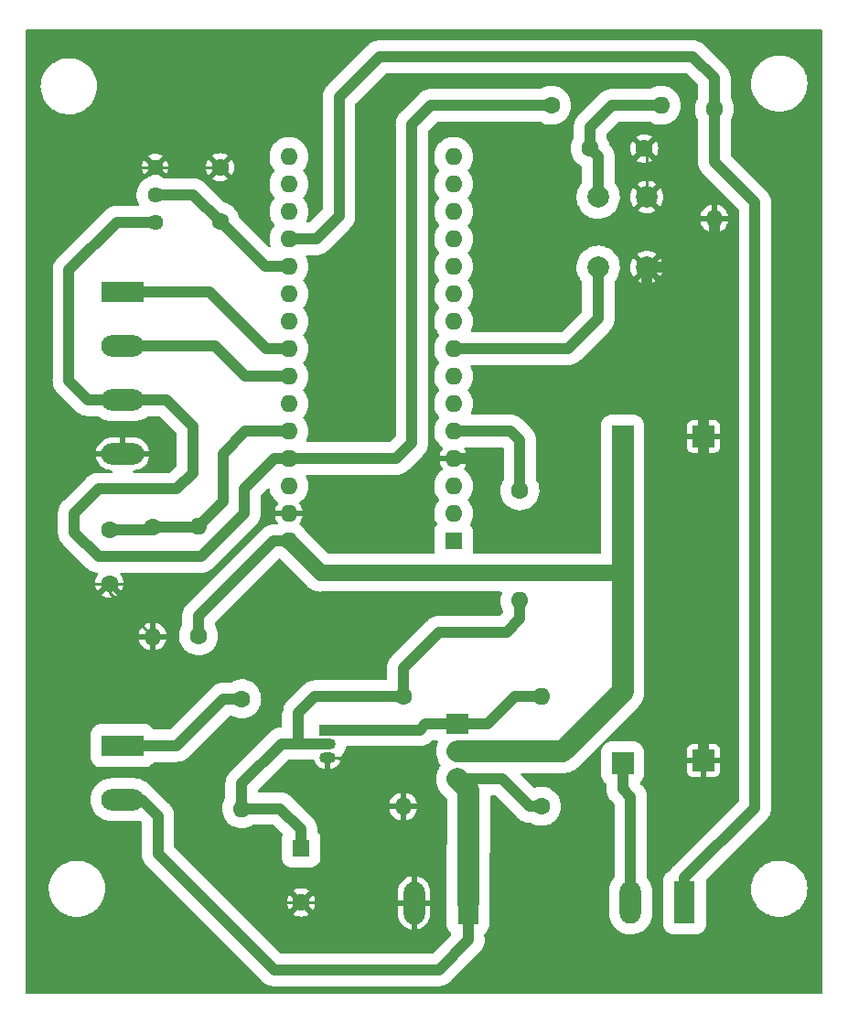
<source format=gbl>
G04 #@! TF.GenerationSoftware,KiCad,Pcbnew,6.0.2+dfsg-1*
G04 #@! TF.CreationDate,2023-09-01T16:31:58+02:00*
G04 #@! TF.ProjectId,WLS5,574c5335-2e6b-4696-9361-645f70636258,rev?*
G04 #@! TF.SameCoordinates,Original*
G04 #@! TF.FileFunction,Copper,L2,Bot*
G04 #@! TF.FilePolarity,Positive*
%FSLAX46Y46*%
G04 Gerber Fmt 4.6, Leading zero omitted, Abs format (unit mm)*
G04 Created by KiCad (PCBNEW 6.0.2+dfsg-1) date 2023-09-01 16:31:58*
%MOMM*%
%LPD*%
G01*
G04 APERTURE LIST*
G04 #@! TA.AperFunction,ComponentPad*
%ADD10C,1.600000*%
G04 #@! TD*
G04 #@! TA.AperFunction,ComponentPad*
%ADD11O,1.600000X1.600000*%
G04 #@! TD*
G04 #@! TA.AperFunction,ComponentPad*
%ADD12R,3.960000X1.980000*%
G04 #@! TD*
G04 #@! TA.AperFunction,ComponentPad*
%ADD13O,3.960000X1.980000*%
G04 #@! TD*
G04 #@! TA.AperFunction,ComponentPad*
%ADD14C,2.000000*%
G04 #@! TD*
G04 #@! TA.AperFunction,ComponentPad*
%ADD15R,1.500000X1.050000*%
G04 #@! TD*
G04 #@! TA.AperFunction,ComponentPad*
%ADD16O,1.500000X1.050000*%
G04 #@! TD*
G04 #@! TA.AperFunction,ComponentPad*
%ADD17R,2.000000X2.000000*%
G04 #@! TD*
G04 #@! TA.AperFunction,ComponentPad*
%ADD18R,1.600000X1.600000*%
G04 #@! TD*
G04 #@! TA.AperFunction,ComponentPad*
%ADD19R,1.980000X3.960000*%
G04 #@! TD*
G04 #@! TA.AperFunction,ComponentPad*
%ADD20O,1.980000X3.960000*%
G04 #@! TD*
G04 #@! TA.AperFunction,ComponentPad*
%ADD21C,1.440000*%
G04 #@! TD*
G04 #@! TA.AperFunction,ComponentPad*
%ADD22R,2.000000X1.905000*%
G04 #@! TD*
G04 #@! TA.AperFunction,ComponentPad*
%ADD23O,2.000000X1.905000*%
G04 #@! TD*
G04 #@! TA.AperFunction,Conductor*
%ADD24C,0.250000*%
G04 #@! TD*
G04 #@! TA.AperFunction,Conductor*
%ADD25C,1.000000*%
G04 #@! TD*
G04 #@! TA.AperFunction,Conductor*
%ADD26C,2.000000*%
G04 #@! TD*
G04 #@! TA.AperFunction,Conductor*
%ADD27C,1.500000*%
G04 #@! TD*
G04 APERTURE END LIST*
D10*
X132670000Y-54750000D03*
D11*
X142830000Y-54750000D03*
D10*
X147750000Y-55085000D03*
D11*
X147750000Y-65245000D03*
D10*
X136250000Y-58750000D03*
X141250000Y-58750000D03*
D12*
X93000000Y-72000000D03*
D13*
X93000000Y-77000000D03*
X93000000Y-82000000D03*
X93000000Y-87000000D03*
D10*
X118945000Y-109460000D03*
D11*
X118945000Y-119620000D03*
D14*
X141500000Y-63250000D03*
X141500000Y-69750000D03*
X137000000Y-69750000D03*
X137000000Y-63250000D03*
D15*
X111945000Y-112540000D03*
D16*
X111945000Y-113810000D03*
X111945000Y-115080000D03*
D17*
X146750000Y-115375000D03*
D10*
X100000000Y-103830000D03*
D11*
X100000000Y-93670000D03*
D17*
X139250000Y-85375000D03*
D18*
X109500000Y-123500000D03*
D10*
X109500000Y-128500000D03*
D18*
X123610000Y-95050000D03*
D11*
X123610000Y-92510000D03*
X123610000Y-89970000D03*
X123610000Y-87430000D03*
X123610000Y-84890000D03*
X123610000Y-82350000D03*
X123610000Y-79810000D03*
X123610000Y-77270000D03*
X123610000Y-74730000D03*
X123610000Y-72190000D03*
X123610000Y-69650000D03*
X123610000Y-67110000D03*
X123610000Y-64570000D03*
X123610000Y-62030000D03*
X123610000Y-59490000D03*
X108370000Y-59490000D03*
X108370000Y-62030000D03*
X108370000Y-64570000D03*
X108370000Y-67110000D03*
X108370000Y-69650000D03*
X108370000Y-72190000D03*
X108370000Y-74730000D03*
X108370000Y-77270000D03*
X108370000Y-79810000D03*
X108370000Y-82350000D03*
X108370000Y-84890000D03*
X108370000Y-87430000D03*
X108370000Y-89970000D03*
X108370000Y-92510000D03*
X108370000Y-95050000D03*
D12*
X93000000Y-114000000D03*
D13*
X93000000Y-119000000D03*
D10*
X102000000Y-65500000D03*
X102000000Y-60500000D03*
X131750000Y-119620000D03*
D11*
X131750000Y-109460000D03*
D10*
X95750000Y-93750000D03*
D11*
X95750000Y-103910000D03*
D17*
X139250000Y-115625000D03*
D10*
X104000000Y-109670000D03*
D11*
X104000000Y-119830000D03*
D10*
X129750000Y-90420000D03*
D11*
X129750000Y-100580000D03*
D19*
X124945000Y-128540000D03*
D20*
X119945000Y-128540000D03*
D21*
X96000000Y-65550000D03*
X96000000Y-63010000D03*
X96000000Y-60470000D03*
D17*
X146750000Y-85375000D03*
D19*
X145000000Y-128500000D03*
D20*
X140000000Y-128500000D03*
D22*
X124000000Y-112000000D03*
D23*
X124000000Y-114540000D03*
X124000000Y-117080000D03*
D10*
X91750000Y-94000000D03*
X91750000Y-99000000D03*
D24*
X146750000Y-71500000D02*
X146750000Y-71000000D01*
D25*
X146750000Y-71000000D02*
X145500000Y-69750000D01*
X145500000Y-69750000D02*
X147750000Y-67500000D01*
X147750000Y-67500000D02*
X147750000Y-65245000D01*
X145000000Y-128500000D02*
X145000000Y-126250000D01*
X145000000Y-126250000D02*
X151500000Y-119750000D01*
X151500000Y-119750000D02*
X151500000Y-63750000D01*
X151500000Y-63750000D02*
X147750000Y-60000000D01*
X147750000Y-60000000D02*
X147750000Y-55085000D01*
X146750000Y-85375000D02*
X146750000Y-71500000D01*
X140000000Y-118750000D02*
X139250000Y-118000000D01*
X140000000Y-128500000D02*
X140000000Y-118750000D01*
X139250000Y-118000000D02*
X139250000Y-115625000D01*
D24*
X139250000Y-98250000D02*
X139250000Y-98000000D01*
D26*
X139250000Y-98000000D02*
X139250000Y-95125000D01*
D27*
X134000000Y-98000000D02*
X139250000Y-98000000D01*
D26*
X139250000Y-109000000D02*
X139250000Y-98250000D01*
X133710000Y-114540000D02*
X139250000Y-109000000D01*
D25*
X145750000Y-50250000D02*
X147750000Y-52250000D01*
X147750000Y-52250000D02*
X147750000Y-55085000D01*
D24*
X113750000Y-118000000D02*
X113750000Y-115500000D01*
X90250000Y-87000000D02*
X86000000Y-91250000D01*
X106750000Y-128500000D02*
X100500000Y-122250000D01*
X141500000Y-63250000D02*
X141500000Y-59000000D01*
X95750000Y-105500000D02*
X95750000Y-103910000D01*
X86000000Y-91250000D02*
X86000000Y-91500000D01*
X119905000Y-128500000D02*
X119945000Y-128540000D01*
X91780000Y-60470000D02*
X85250000Y-67000000D01*
D25*
X134250000Y-82750000D02*
X134250000Y-90750000D01*
D24*
X109500000Y-128500000D02*
X119905000Y-128500000D01*
X118945000Y-119620000D02*
X115370000Y-119620000D01*
X98750000Y-106750000D02*
X97000000Y-106750000D01*
D25*
X134250000Y-82750000D02*
X141500000Y-75500000D01*
X128000000Y-93000000D02*
X126750000Y-91750000D01*
D24*
X106500000Y-92500000D02*
X106510000Y-92510000D01*
D25*
X146750000Y-115375000D02*
X146750000Y-98125000D01*
D24*
X91750000Y-99910000D02*
X91750000Y-99000000D01*
X107750000Y-110750000D02*
X107750000Y-109250000D01*
D25*
X141500000Y-75500000D02*
X141500000Y-69750000D01*
D24*
X105250000Y-106750000D02*
X98750000Y-106750000D01*
X101970000Y-60470000D02*
X102000000Y-60500000D01*
X91750000Y-99000000D02*
X100000000Y-99000000D01*
X113750000Y-115500000D02*
X113330000Y-115080000D01*
X119945000Y-128540000D02*
X119945000Y-123445000D01*
X93000000Y-87000000D02*
X90250000Y-87000000D01*
X100000000Y-99000000D02*
X106500000Y-92500000D01*
D25*
X128000000Y-93000000D02*
X132000000Y-93000000D01*
D24*
X121820000Y-87430000D02*
X123610000Y-87430000D01*
X86000000Y-91500000D02*
X86000000Y-96000000D01*
X115370000Y-119620000D02*
X113750000Y-118000000D01*
X119945000Y-123445000D02*
X118945000Y-122445000D01*
X113330000Y-115080000D02*
X111945000Y-115080000D01*
X97000000Y-106750000D02*
X95750000Y-105500000D01*
X116740000Y-92510000D02*
X121820000Y-87430000D01*
X141500000Y-59000000D02*
X141250000Y-58750000D01*
X86000000Y-96000000D02*
X89000000Y-99000000D01*
D25*
X146750000Y-98125000D02*
X146750000Y-85375000D01*
X125680000Y-87430000D02*
X123610000Y-87430000D01*
X126750000Y-88500000D02*
X125680000Y-87430000D01*
X132000000Y-93000000D02*
X134250000Y-90750000D01*
D24*
X100500000Y-115750000D02*
X103000000Y-113250000D01*
X85250000Y-67000000D02*
X85250000Y-90750000D01*
X89000000Y-99000000D02*
X91750000Y-99000000D01*
D25*
X141500000Y-69750000D02*
X145500000Y-69750000D01*
D24*
X103500000Y-113250000D02*
X105250000Y-113250000D01*
X108370000Y-92510000D02*
X116740000Y-92510000D01*
D25*
X126750000Y-91750000D02*
X126750000Y-88500000D01*
D24*
X100500000Y-122250000D02*
X100500000Y-115750000D01*
X107750000Y-109250000D02*
X105250000Y-106750000D01*
X96000000Y-60470000D02*
X101970000Y-60470000D01*
X96000000Y-60470000D02*
X91780000Y-60470000D01*
X85250000Y-90750000D02*
X86000000Y-91500000D01*
X105250000Y-113250000D02*
X107750000Y-110750000D01*
X103000000Y-113250000D02*
X103500000Y-113250000D01*
X109500000Y-128500000D02*
X106750000Y-128500000D01*
X118945000Y-122445000D02*
X118945000Y-119620000D01*
X95750000Y-103910000D02*
X91750000Y-99910000D01*
X106510000Y-92510000D02*
X108370000Y-92510000D01*
D25*
X128890000Y-84890000D02*
X129750000Y-85750000D01*
X123610000Y-84890000D02*
X128890000Y-84890000D01*
X129750000Y-85750000D02*
X129750000Y-90000000D01*
X137000000Y-74500000D02*
X137000000Y-69750000D01*
X134230000Y-77270000D02*
X137000000Y-74500000D01*
X138250000Y-54750000D02*
X142830000Y-54750000D01*
X137000000Y-59500000D02*
X136250000Y-58750000D01*
X123610000Y-77270000D02*
X134230000Y-77270000D01*
X137000000Y-63250000D02*
X137000000Y-59500000D01*
X136250000Y-56750000D02*
X138250000Y-54750000D01*
X136250000Y-58750000D02*
X136250000Y-56750000D01*
X113000000Y-54000000D02*
X116750000Y-50250000D01*
X110890000Y-67110000D02*
X113000000Y-65000000D01*
X116750000Y-50250000D02*
X145750000Y-50250000D01*
X113000000Y-65000000D02*
X113000000Y-54000000D01*
X108370000Y-67110000D02*
X110890000Y-67110000D01*
X96000000Y-63010000D02*
X99510000Y-63010000D01*
X99510000Y-63010000D02*
X102000000Y-65500000D01*
X102000000Y-65500000D02*
X106150000Y-69650000D01*
X106150000Y-69650000D02*
X108370000Y-69650000D01*
X101000000Y-72000000D02*
X106270000Y-77270000D01*
X93000000Y-72000000D02*
X101000000Y-72000000D01*
X106270000Y-77270000D02*
X108370000Y-77270000D01*
X93000000Y-77000000D02*
X101500000Y-77000000D01*
X104310000Y-79810000D02*
X108370000Y-79810000D01*
X101500000Y-77000000D02*
X104310000Y-79810000D01*
X102250000Y-91420000D02*
X102250000Y-87000000D01*
D24*
X95500000Y-94000000D02*
X95750000Y-93750000D01*
X99920000Y-93750000D02*
X100000000Y-93670000D01*
D25*
X91750000Y-94000000D02*
X95500000Y-94000000D01*
X102250000Y-87000000D02*
X104360000Y-84890000D01*
X104360000Y-84890000D02*
X108370000Y-84890000D01*
X100000000Y-93670000D02*
X102250000Y-91420000D01*
X95750000Y-93750000D02*
X99920000Y-93750000D01*
X97000000Y-82000000D02*
X93000000Y-82000000D01*
X107070000Y-87430000D02*
X104250000Y-90250000D01*
X121500000Y-54750000D02*
X132670000Y-54750000D01*
X107070000Y-87430000D02*
X108370000Y-87430000D01*
X119750000Y-86000000D02*
X119750000Y-56500000D01*
X104250000Y-90250000D02*
X104250000Y-92500000D01*
X96000000Y-65550000D02*
X92450000Y-65550000D01*
X88000000Y-70000000D02*
X88000000Y-80250000D01*
X88000000Y-80250000D02*
X89750000Y-82000000D01*
X108370000Y-87430000D02*
X118320000Y-87430000D01*
X119750000Y-56500000D02*
X121500000Y-54750000D01*
X104250000Y-92500000D02*
X100250000Y-96500000D01*
X99500000Y-84500000D02*
X97000000Y-82000000D01*
X88500000Y-94250000D02*
X88500000Y-92500000D01*
X88500000Y-92500000D02*
X90750000Y-90250000D01*
X99500000Y-88750000D02*
X99500000Y-84500000D01*
X100250000Y-96500000D02*
X90750000Y-96500000D01*
X118320000Y-87430000D02*
X119750000Y-86000000D01*
X90750000Y-96500000D02*
X88500000Y-94250000D01*
X92450000Y-65550000D02*
X88000000Y-70000000D01*
X89750000Y-82000000D02*
X93000000Y-82000000D01*
X90750000Y-90250000D02*
X98000000Y-90250000D01*
X98000000Y-90250000D02*
X99500000Y-88750000D01*
D26*
X139250000Y-95125000D02*
X139250000Y-89375000D01*
X124000000Y-114540000D02*
X133710000Y-114540000D01*
D27*
X134000000Y-98000000D02*
X111320000Y-98000000D01*
D26*
X139250000Y-89375000D02*
X139250000Y-85375000D01*
D25*
X100000000Y-103830000D02*
X100000000Y-102000000D01*
X100000000Y-102000000D02*
X106950000Y-95050000D01*
D27*
X111320000Y-98000000D02*
X108370000Y-95050000D01*
D25*
X106950000Y-95050000D02*
X108370000Y-95050000D01*
X107690000Y-113810000D02*
X109310000Y-113810000D01*
X118945000Y-106805000D02*
X122250000Y-103500000D01*
X104000000Y-119830000D02*
X104000000Y-117500000D01*
X122250000Y-103500000D02*
X128500000Y-103500000D01*
X109310000Y-113810000D02*
X111945000Y-113810000D01*
X107580000Y-119830000D02*
X109500000Y-121750000D01*
X109500000Y-121750000D02*
X109500000Y-123500000D01*
X110790000Y-109460000D02*
X118945000Y-109460000D01*
X128500000Y-103500000D02*
X129750000Y-102250000D01*
X104000000Y-117500000D02*
X107690000Y-113810000D01*
X109250000Y-113750000D02*
X109250000Y-111000000D01*
X118945000Y-109460000D02*
X118945000Y-106805000D01*
X129750000Y-102250000D02*
X129750000Y-100580000D01*
D24*
X109310000Y-113810000D02*
X109250000Y-113750000D01*
D25*
X104000000Y-119830000D02*
X107580000Y-119830000D01*
X109250000Y-111000000D02*
X110790000Y-109460000D01*
D24*
X125000000Y-132000000D02*
X124945000Y-131945000D01*
D25*
X122250000Y-134750000D02*
X125000000Y-132000000D01*
X93000000Y-119000000D02*
X94750000Y-119000000D01*
X96250000Y-120500000D02*
X96250000Y-124000000D01*
D26*
X124945000Y-128540000D02*
X124945000Y-123555000D01*
D25*
X94750000Y-119000000D02*
X96250000Y-120500000D01*
X124000000Y-117080000D02*
X128080000Y-117080000D01*
X128080000Y-117080000D02*
X130620000Y-119620000D01*
D26*
X125000000Y-118080000D02*
X124000000Y-117080000D01*
X125000000Y-123500000D02*
X125000000Y-118080000D01*
D24*
X124945000Y-123555000D02*
X125000000Y-123500000D01*
D25*
X130620000Y-119620000D02*
X131750000Y-119620000D01*
X124945000Y-131945000D02*
X124945000Y-128540000D01*
X107000000Y-134750000D02*
X122250000Y-134750000D01*
X96250000Y-124000000D02*
X107000000Y-134750000D01*
X102330000Y-109670000D02*
X104000000Y-109670000D01*
X98000000Y-114000000D02*
X102330000Y-109670000D01*
X93000000Y-114000000D02*
X98000000Y-114000000D01*
X121000000Y-112000000D02*
X124000000Y-112000000D01*
X124000000Y-112000000D02*
X126750000Y-112000000D01*
X120460000Y-112540000D02*
X121000000Y-112000000D01*
X126750000Y-112000000D02*
X129290000Y-109460000D01*
X111945000Y-112540000D02*
X120460000Y-112540000D01*
X129290000Y-109460000D02*
X131750000Y-109460000D01*
G04 #@! TA.AperFunction,Conductor*
G36*
X157692121Y-47770002D02*
G01*
X157738614Y-47823658D01*
X157750000Y-47876000D01*
X157750000Y-136874000D01*
X157729998Y-136942121D01*
X157676342Y-136988614D01*
X157624000Y-137000000D01*
X84126000Y-137000000D01*
X84057879Y-136979998D01*
X84011386Y-136926342D01*
X84000000Y-136874000D01*
X84000000Y-127295471D01*
X86144955Y-127295471D01*
X86169914Y-127612607D01*
X86233336Y-127924338D01*
X86334276Y-128226016D01*
X86335925Y-128229474D01*
X86335927Y-128229478D01*
X86469576Y-128509678D01*
X86471229Y-128513143D01*
X86642153Y-128781440D01*
X86644596Y-128784403D01*
X86644597Y-128784405D01*
X86657341Y-128799865D01*
X86844500Y-129026907D01*
X87075254Y-129245884D01*
X87330975Y-129435108D01*
X87469412Y-129513432D01*
X87604492Y-129589857D01*
X87604496Y-129589859D01*
X87607849Y-129591756D01*
X87611410Y-129593231D01*
X87611412Y-129593232D01*
X87709669Y-129633931D01*
X87901751Y-129713494D01*
X87980150Y-129735236D01*
X88204582Y-129797477D01*
X88204590Y-129797479D01*
X88208298Y-129798507D01*
X88522921Y-129845528D01*
X88526219Y-129845672D01*
X88635427Y-129850440D01*
X88635432Y-129850440D01*
X88636804Y-129850500D01*
X88830799Y-129850500D01*
X89067524Y-129836021D01*
X89071307Y-129835320D01*
X89071314Y-129835319D01*
X89269931Y-129798507D01*
X89380313Y-129778049D01*
X89589732Y-129712020D01*
X89680035Y-129683548D01*
X89680038Y-129683547D01*
X89683707Y-129682390D01*
X89687204Y-129680796D01*
X89687210Y-129680794D01*
X89969673Y-129552068D01*
X89969677Y-129552066D01*
X89973181Y-129550469D01*
X90158334Y-129437007D01*
X90241142Y-129386262D01*
X90241145Y-129386260D01*
X90244420Y-129384253D01*
X90247424Y-129381863D01*
X90247429Y-129381860D01*
X90490370Y-129188616D01*
X90493381Y-129186221D01*
X90527491Y-129151511D01*
X90713657Y-128962066D01*
X90716352Y-128959324D01*
X90789184Y-128864408D01*
X90907674Y-128709989D01*
X90907679Y-128709981D01*
X90910009Y-128706945D01*
X91022257Y-128516386D01*
X91069513Y-128436162D01*
X91069515Y-128436159D01*
X91071466Y-128432846D01*
X91198315Y-128141114D01*
X91199990Y-128135461D01*
X91287571Y-127839789D01*
X91288665Y-127836097D01*
X91341169Y-127522343D01*
X91355045Y-127204529D01*
X91330086Y-126887393D01*
X91266664Y-126575662D01*
X91165724Y-126273984D01*
X91145862Y-126232341D01*
X91030424Y-125990322D01*
X91030422Y-125990318D01*
X91028771Y-125986857D01*
X90857847Y-125718560D01*
X90655500Y-125473093D01*
X90424746Y-125254116D01*
X90169025Y-125064892D01*
X89968680Y-124951542D01*
X89895508Y-124910143D01*
X89895504Y-124910141D01*
X89892151Y-124908244D01*
X89814252Y-124875977D01*
X89677194Y-124819206D01*
X89598249Y-124786506D01*
X89496917Y-124758404D01*
X89295418Y-124702523D01*
X89295410Y-124702521D01*
X89291702Y-124701493D01*
X88977079Y-124654472D01*
X88973781Y-124654328D01*
X88864573Y-124649560D01*
X88864568Y-124649560D01*
X88863196Y-124649500D01*
X88669201Y-124649500D01*
X88432476Y-124663979D01*
X88428693Y-124664680D01*
X88428686Y-124664681D01*
X88276081Y-124692965D01*
X88119687Y-124721951D01*
X87952920Y-124774532D01*
X87819965Y-124816452D01*
X87819962Y-124816453D01*
X87816293Y-124817610D01*
X87812796Y-124819204D01*
X87812790Y-124819206D01*
X87530327Y-124947932D01*
X87530323Y-124947934D01*
X87526819Y-124949531D01*
X87523540Y-124951541D01*
X87523537Y-124951542D01*
X87259314Y-125113459D01*
X87255580Y-125115747D01*
X87252576Y-125118137D01*
X87252571Y-125118140D01*
X87038886Y-125288113D01*
X87006619Y-125313779D01*
X87003927Y-125316518D01*
X87003923Y-125316522D01*
X86893058Y-125429340D01*
X86783648Y-125540676D01*
X86781307Y-125543727D01*
X86781306Y-125543728D01*
X86592326Y-125790011D01*
X86592321Y-125790019D01*
X86589991Y-125793055D01*
X86588042Y-125796364D01*
X86473792Y-125990322D01*
X86428534Y-126067154D01*
X86301685Y-126358886D01*
X86300591Y-126362580D01*
X86300589Y-126362585D01*
X86282737Y-126422854D01*
X86211335Y-126663903D01*
X86158831Y-126977657D01*
X86144955Y-127295471D01*
X84000000Y-127295471D01*
X84000000Y-118968655D01*
X90014661Y-118968655D01*
X90014905Y-118973090D01*
X90014905Y-118973094D01*
X90025488Y-119165377D01*
X90030151Y-119250113D01*
X90085144Y-119526581D01*
X90178543Y-119792542D01*
X90229946Y-119891497D01*
X90293988Y-120014783D01*
X90308484Y-120042690D01*
X90346092Y-120095317D01*
X90455968Y-120249074D01*
X90472375Y-120272034D01*
X90534865Y-120337540D01*
X90611331Y-120417697D01*
X90666946Y-120475997D01*
X90888315Y-120650510D01*
X91132064Y-120792090D01*
X91136181Y-120793758D01*
X91136188Y-120793761D01*
X91365982Y-120886837D01*
X91393330Y-120897914D01*
X91666901Y-120965869D01*
X91907301Y-120990500D01*
X94061817Y-120990500D01*
X94271180Y-120975676D01*
X94275535Y-120974738D01*
X94275538Y-120974738D01*
X94477663Y-120931222D01*
X94548468Y-120936439D01*
X94593277Y-120965305D01*
X94712595Y-121084623D01*
X94746621Y-121146935D01*
X94749500Y-121173718D01*
X94749500Y-123884268D01*
X94748243Y-123902021D01*
X94747007Y-123910706D01*
X94747124Y-123915868D01*
X94747124Y-123915871D01*
X94749468Y-124019150D01*
X94749500Y-124022009D01*
X94749500Y-124062554D01*
X94749710Y-124065109D01*
X94749711Y-124065133D01*
X94750509Y-124074839D01*
X94750901Y-124082298D01*
X94752605Y-124157382D01*
X94753563Y-124162454D01*
X94753564Y-124162460D01*
X94759684Y-124194847D01*
X94761451Y-124207916D01*
X94764575Y-124245911D01*
X94765835Y-124250926D01*
X94782869Y-124318746D01*
X94784474Y-124326045D01*
X94791005Y-124360609D01*
X94798417Y-124399833D01*
X94800192Y-124404684D01*
X94800193Y-124404687D01*
X94811518Y-124435633D01*
X94815395Y-124448236D01*
X94824684Y-124485217D01*
X94826744Y-124489954D01*
X94854629Y-124554087D01*
X94857404Y-124561025D01*
X94883211Y-124631545D01*
X94885762Y-124636053D01*
X94901983Y-124664724D01*
X94907869Y-124676528D01*
X94923072Y-124711493D01*
X94925876Y-124715828D01*
X94925878Y-124715831D01*
X94930588Y-124723111D01*
X94963862Y-124774545D01*
X94967727Y-124780927D01*
X95002164Y-124841795D01*
X95002169Y-124841803D01*
X95004712Y-124846297D01*
X95007957Y-124850319D01*
X95007962Y-124850326D01*
X95028659Y-124875977D01*
X95036386Y-124886651D01*
X95057095Y-124918661D01*
X95107635Y-124974203D01*
X95112492Y-124979871D01*
X95129803Y-125001326D01*
X95129810Y-125001334D01*
X95131917Y-125003945D01*
X95160675Y-125032703D01*
X95164774Y-125036999D01*
X95223154Y-125101158D01*
X95227205Y-125104357D01*
X95227209Y-125104361D01*
X95245793Y-125119037D01*
X95256796Y-125128824D01*
X105857147Y-135729174D01*
X105868812Y-135742616D01*
X105869254Y-135743204D01*
X105874083Y-135749636D01*
X105877825Y-135753212D01*
X105877826Y-135753213D01*
X105952516Y-135824588D01*
X105954560Y-135826587D01*
X105983219Y-135855246D01*
X105985187Y-135856915D01*
X105992621Y-135863220D01*
X105998174Y-135868220D01*
X106052468Y-135920104D01*
X106056734Y-135923014D01*
X106056735Y-135923015D01*
X106083964Y-135941590D01*
X106094452Y-135949580D01*
X106123531Y-135974240D01*
X106127971Y-135976897D01*
X106127972Y-135976898D01*
X106187969Y-136012806D01*
X106194267Y-136016834D01*
X106252017Y-136056228D01*
X106252023Y-136056231D01*
X106256300Y-136059149D01*
X106260994Y-136061328D01*
X106260996Y-136061329D01*
X106274809Y-136067740D01*
X106290878Y-136075199D01*
X106302533Y-136081370D01*
X106330816Y-136098298D01*
X106330823Y-136098301D01*
X106335250Y-136100951D01*
X106375458Y-136116789D01*
X106405122Y-136128474D01*
X106411994Y-136131419D01*
X106480104Y-136163035D01*
X106485089Y-136164417D01*
X106485093Y-136164419D01*
X106516843Y-136173224D01*
X106529338Y-136177404D01*
X106564822Y-136191381D01*
X106569883Y-136192466D01*
X106638229Y-136207119D01*
X106645487Y-136208901D01*
X106706489Y-136225818D01*
X106717871Y-136228974D01*
X106755780Y-136233025D01*
X106768802Y-136235112D01*
X106801018Y-136242019D01*
X106801033Y-136242021D01*
X106806080Y-136243103D01*
X106881094Y-136246640D01*
X106888548Y-136247214D01*
X106919292Y-136250500D01*
X106959968Y-136250500D01*
X106965902Y-136250640D01*
X107052547Y-136254726D01*
X107081191Y-136251361D01*
X107095892Y-136250500D01*
X122134268Y-136250500D01*
X122152021Y-136251757D01*
X122155588Y-136252265D01*
X122155593Y-136252265D01*
X122160706Y-136252993D01*
X122165868Y-136252876D01*
X122165871Y-136252876D01*
X122269150Y-136250532D01*
X122272009Y-136250500D01*
X122312554Y-136250500D01*
X122315109Y-136250290D01*
X122315133Y-136250289D01*
X122324839Y-136249491D01*
X122332298Y-136249099D01*
X122407382Y-136247395D01*
X122412454Y-136246437D01*
X122412460Y-136246436D01*
X122444847Y-136240316D01*
X122457916Y-136238549D01*
X122490759Y-136235849D01*
X122490764Y-136235848D01*
X122495911Y-136235425D01*
X122529273Y-136227045D01*
X122568746Y-136217131D01*
X122576045Y-136215526D01*
X122644753Y-136202543D01*
X122644754Y-136202543D01*
X122649833Y-136201583D01*
X122654684Y-136199808D01*
X122654687Y-136199807D01*
X122674747Y-136192466D01*
X122685637Y-136188481D01*
X122698236Y-136184605D01*
X122709657Y-136181736D01*
X122730206Y-136176575D01*
X122730210Y-136176574D01*
X122735217Y-136175316D01*
X122770267Y-136160076D01*
X122804087Y-136145371D01*
X122811027Y-136142595D01*
X122881545Y-136116789D01*
X122914723Y-136098017D01*
X122926528Y-136092131D01*
X122926998Y-136091927D01*
X122961493Y-136076928D01*
X122965828Y-136074124D01*
X122965831Y-136074122D01*
X122989841Y-136058589D01*
X123024545Y-136036138D01*
X123030927Y-136032273D01*
X123091795Y-135997836D01*
X123091803Y-135997831D01*
X123096297Y-135995288D01*
X123100319Y-135992043D01*
X123100326Y-135992038D01*
X123125977Y-135971341D01*
X123136651Y-135963614D01*
X123168661Y-135942905D01*
X123224203Y-135892365D01*
X123229871Y-135887508D01*
X123251326Y-135870197D01*
X123251334Y-135870190D01*
X123253945Y-135868083D01*
X123282703Y-135839325D01*
X123286999Y-135835226D01*
X123298690Y-135824588D01*
X123351158Y-135776846D01*
X123354357Y-135772795D01*
X123354361Y-135772791D01*
X123369037Y-135754207D01*
X123378824Y-135743204D01*
X126105246Y-133016782D01*
X126224239Y-132876469D01*
X126350951Y-132664751D01*
X126441381Y-132435178D01*
X126493102Y-132193920D01*
X126504726Y-131947454D01*
X126475938Y-131702399D01*
X126450442Y-131614065D01*
X126445500Y-131579124D01*
X126445500Y-131454551D01*
X126465502Y-131386430D01*
X126491864Y-131356908D01*
X126641169Y-131235138D01*
X126646109Y-131231109D01*
X126774573Y-131073596D01*
X126868741Y-130893470D01*
X126924766Y-130698087D01*
X126935500Y-130577816D01*
X126935500Y-128747251D01*
X126936156Y-128734409D01*
X126945172Y-128646409D01*
X126945500Y-128643210D01*
X126945500Y-123981997D01*
X126949216Y-123951621D01*
X126974672Y-123849144D01*
X126974673Y-123849139D01*
X126975745Y-123844823D01*
X127000500Y-123603210D01*
X127000500Y-118706500D01*
X127020502Y-118638379D01*
X127074158Y-118591886D01*
X127126500Y-118580500D01*
X127406282Y-118580500D01*
X127474403Y-118600502D01*
X127495377Y-118617405D01*
X129477150Y-120599178D01*
X129488815Y-120612620D01*
X129494083Y-120619636D01*
X129497825Y-120623212D01*
X129497826Y-120623213D01*
X129572494Y-120694567D01*
X129574538Y-120696566D01*
X129603218Y-120725246D01*
X129612624Y-120733223D01*
X129618177Y-120738223D01*
X129672468Y-120790104D01*
X129703965Y-120811590D01*
X129714450Y-120819577D01*
X129739590Y-120840897D01*
X129743531Y-120844239D01*
X129805268Y-120881188D01*
X129807976Y-120882809D01*
X129814273Y-120886837D01*
X129876300Y-120929149D01*
X129910875Y-120945198D01*
X129922531Y-120951369D01*
X129955249Y-120970951D01*
X130004045Y-120990172D01*
X130025128Y-120998477D01*
X130032000Y-121001422D01*
X130100104Y-121033035D01*
X130105089Y-121034417D01*
X130105093Y-121034419D01*
X130136840Y-121043223D01*
X130149335Y-121047403D01*
X130184821Y-121061381D01*
X130258249Y-121077123D01*
X130265498Y-121078904D01*
X130332886Y-121097592D01*
X130332891Y-121097593D01*
X130337871Y-121098974D01*
X130343000Y-121099522D01*
X130343015Y-121099525D01*
X130375792Y-121103028D01*
X130388811Y-121105113D01*
X130421020Y-121112018D01*
X130421029Y-121112019D01*
X130426080Y-121113102D01*
X130431245Y-121113346D01*
X130431248Y-121113346D01*
X130501082Y-121116639D01*
X130508537Y-121117213D01*
X130539292Y-121120500D01*
X130579973Y-121120500D01*
X130585910Y-121120640D01*
X130672546Y-121124726D01*
X130696201Y-121121947D01*
X130766190Y-121133864D01*
X130785409Y-121145476D01*
X130789430Y-121148425D01*
X130789438Y-121148430D01*
X130793205Y-121151192D01*
X130797340Y-121153368D01*
X130797344Y-121153370D01*
X130926918Y-121221542D01*
X131030039Y-121275797D01*
X131034458Y-121277340D01*
X131278273Y-121362484D01*
X131278279Y-121362486D01*
X131282690Y-121364026D01*
X131545606Y-121413943D01*
X131672616Y-121418933D01*
X131808345Y-121424266D01*
X131808350Y-121424266D01*
X131813013Y-121424449D01*
X131908943Y-121413943D01*
X132074382Y-121395825D01*
X132074387Y-121395824D01*
X132079035Y-121395315D01*
X132194567Y-121364898D01*
X132333309Y-121328370D01*
X132337829Y-121327180D01*
X132494089Y-121260046D01*
X132579407Y-121223391D01*
X132579410Y-121223389D01*
X132583710Y-121221542D01*
X132587690Y-121219079D01*
X132587694Y-121219077D01*
X132807302Y-121083179D01*
X132807306Y-121083176D01*
X132811275Y-121080720D01*
X132853483Y-121044988D01*
X133011960Y-120910828D01*
X133011961Y-120910827D01*
X133015526Y-120907809D01*
X133054521Y-120863344D01*
X133188894Y-120710122D01*
X133188898Y-120710117D01*
X133191976Y-120706607D01*
X133199097Y-120695536D01*
X133334219Y-120485465D01*
X133334222Y-120485460D01*
X133336747Y-120481534D01*
X133446661Y-120237534D01*
X133485403Y-120100167D01*
X133518032Y-119984473D01*
X133518033Y-119984470D01*
X133519302Y-119979969D01*
X133532278Y-119877973D01*
X133552677Y-119717625D01*
X133552677Y-119717621D01*
X133553075Y-119714495D01*
X133555549Y-119620000D01*
X133548607Y-119526581D01*
X133536064Y-119357788D01*
X133536063Y-119357784D01*
X133535717Y-119353123D01*
X133476655Y-119092109D01*
X133424889Y-118958993D01*
X133381355Y-118847044D01*
X133381354Y-118847042D01*
X133379662Y-118842691D01*
X133374985Y-118834507D01*
X133328635Y-118753413D01*
X133246868Y-118610350D01*
X133081190Y-118400189D01*
X132886269Y-118216825D01*
X132666385Y-118064286D01*
X132662194Y-118062219D01*
X132430559Y-117947989D01*
X132430556Y-117947988D01*
X132426371Y-117945924D01*
X132354348Y-117922869D01*
X132188176Y-117869677D01*
X132171497Y-117864338D01*
X131968872Y-117831339D01*
X131911976Y-117822073D01*
X131911975Y-117822073D01*
X131907364Y-117821322D01*
X131773569Y-117819571D01*
X131644451Y-117817880D01*
X131644448Y-117817880D01*
X131639774Y-117817819D01*
X131374605Y-117853907D01*
X131370118Y-117855215D01*
X131370117Y-117855215D01*
X131197293Y-117905588D01*
X131137520Y-117923010D01*
X131066524Y-117922869D01*
X131013167Y-117891139D01*
X130447429Y-117325401D01*
X129877622Y-116755595D01*
X129843597Y-116693283D01*
X129844345Y-116682816D01*
X137249500Y-116682816D01*
X137249749Y-116685603D01*
X137249749Y-116685609D01*
X137250434Y-116693283D01*
X137260234Y-116803087D01*
X137316259Y-116998470D01*
X137410427Y-117178596D01*
X137414458Y-117183539D01*
X137414459Y-117183540D01*
X137483997Y-117268802D01*
X137538891Y-117336109D01*
X137693456Y-117462168D01*
X137693457Y-117462170D01*
X137696404Y-117464573D01*
X137695956Y-117465123D01*
X137738721Y-117515663D01*
X137749500Y-117566655D01*
X137749500Y-117884268D01*
X137748243Y-117902021D01*
X137747908Y-117904378D01*
X137747007Y-117910706D01*
X137747124Y-117915868D01*
X137747124Y-117915871D01*
X137749468Y-118019150D01*
X137749500Y-118022009D01*
X137749500Y-118062554D01*
X137749710Y-118065109D01*
X137749711Y-118065133D01*
X137750509Y-118074839D01*
X137750901Y-118082298D01*
X137752605Y-118157382D01*
X137753563Y-118162454D01*
X137753564Y-118162460D01*
X137759684Y-118194847D01*
X137761451Y-118207916D01*
X137763219Y-118229414D01*
X137764575Y-118245911D01*
X137768125Y-118260043D01*
X137782869Y-118318746D01*
X137784474Y-118326045D01*
X137796093Y-118387534D01*
X137798417Y-118399833D01*
X137800192Y-118404684D01*
X137800193Y-118404687D01*
X137811518Y-118435633D01*
X137815395Y-118448236D01*
X137818264Y-118459657D01*
X137823135Y-118479049D01*
X137824684Y-118485217D01*
X137830709Y-118499074D01*
X137854629Y-118554087D01*
X137857404Y-118561025D01*
X137883211Y-118631545D01*
X137897603Y-118656982D01*
X137901983Y-118664724D01*
X137907869Y-118676528D01*
X137923072Y-118711493D01*
X137925876Y-118715828D01*
X137925878Y-118715831D01*
X137941411Y-118739841D01*
X137963862Y-118774545D01*
X137967727Y-118780927D01*
X138002164Y-118841795D01*
X138002169Y-118841803D01*
X138004712Y-118846297D01*
X138007957Y-118850319D01*
X138007962Y-118850326D01*
X138028659Y-118875977D01*
X138036386Y-118886651D01*
X138057095Y-118918661D01*
X138107635Y-118974203D01*
X138112492Y-118979871D01*
X138129803Y-119001326D01*
X138129810Y-119001334D01*
X138131917Y-119003945D01*
X138160674Y-119032702D01*
X138164773Y-119036998D01*
X138223154Y-119101158D01*
X138227205Y-119104357D01*
X138227209Y-119104361D01*
X138245794Y-119119038D01*
X138256797Y-119128825D01*
X138462595Y-119334623D01*
X138496621Y-119396935D01*
X138499500Y-119423718D01*
X138499500Y-126154335D01*
X138479498Y-126222456D01*
X138472451Y-126232339D01*
X138349490Y-126388315D01*
X138207910Y-126632064D01*
X138206242Y-126636181D01*
X138206239Y-126636188D01*
X138125572Y-126835345D01*
X138102086Y-126893330D01*
X138034131Y-127166901D01*
X138009500Y-127407301D01*
X138009500Y-129561817D01*
X138024324Y-129771180D01*
X138025262Y-129775535D01*
X138025262Y-129775538D01*
X138041376Y-129850383D01*
X138083652Y-130046750D01*
X138181217Y-130311212D01*
X138183331Y-130315129D01*
X138183331Y-130315130D01*
X138211824Y-130367936D01*
X138315072Y-130559288D01*
X138482545Y-130786029D01*
X138485674Y-130789208D01*
X138485677Y-130789211D01*
X138525395Y-130829557D01*
X138680296Y-130986910D01*
X138683843Y-130989617D01*
X138900837Y-131155223D01*
X138900841Y-131155226D01*
X138904378Y-131157925D01*
X139150321Y-131295659D01*
X139413218Y-131397366D01*
X139417543Y-131398369D01*
X139417548Y-131398370D01*
X139568772Y-131433422D01*
X139687822Y-131461016D01*
X139968655Y-131485339D01*
X139973090Y-131485095D01*
X139973094Y-131485095D01*
X140245670Y-131470094D01*
X140245677Y-131470093D01*
X140250113Y-131469849D01*
X140526581Y-131414856D01*
X140792542Y-131321457D01*
X140975980Y-131226169D01*
X141038740Y-131193568D01*
X141038742Y-131193567D01*
X141042690Y-131191516D01*
X141256760Y-131038540D01*
X141268413Y-131030213D01*
X141268417Y-131030210D01*
X141272034Y-131027625D01*
X141419099Y-130887332D01*
X141472777Y-130836126D01*
X141472779Y-130836124D01*
X141475997Y-130833054D01*
X141650510Y-130611685D01*
X141792090Y-130367936D01*
X141793758Y-130363819D01*
X141793761Y-130363812D01*
X141896240Y-130110803D01*
X141896240Y-130110802D01*
X141897914Y-130106670D01*
X141965869Y-129833099D01*
X141990500Y-129592699D01*
X141990500Y-127438183D01*
X141975676Y-127228820D01*
X141971275Y-127208375D01*
X141917284Y-126957597D01*
X141917284Y-126957595D01*
X141916348Y-126953250D01*
X141818783Y-126688788D01*
X141790402Y-126636188D01*
X141687041Y-126444628D01*
X141684928Y-126440712D01*
X141525149Y-126224388D01*
X141500766Y-126157710D01*
X141500500Y-126149529D01*
X141500500Y-118865732D01*
X141501757Y-118847977D01*
X141502265Y-118844408D01*
X141502993Y-118839294D01*
X141502791Y-118830364D01*
X141500532Y-118730850D01*
X141500500Y-118727991D01*
X141500500Y-118687446D01*
X141500290Y-118684891D01*
X141500289Y-118684867D01*
X141499491Y-118675161D01*
X141499099Y-118667697D01*
X141498350Y-118634688D01*
X141497395Y-118592618D01*
X141495106Y-118580500D01*
X141490316Y-118555153D01*
X141488549Y-118542084D01*
X141485849Y-118509241D01*
X141485848Y-118509236D01*
X141485425Y-118504089D01*
X141477045Y-118470727D01*
X141467131Y-118431254D01*
X141465526Y-118423955D01*
X141452544Y-118355250D01*
X141452542Y-118355244D01*
X141451583Y-118350167D01*
X141438479Y-118314359D01*
X141434605Y-118301766D01*
X141426576Y-118269799D01*
X141426575Y-118269798D01*
X141425316Y-118264783D01*
X141395367Y-118195906D01*
X141392593Y-118188970D01*
X141368565Y-118123311D01*
X141366788Y-118118455D01*
X141348008Y-118085262D01*
X141342137Y-118073485D01*
X141326928Y-118038507D01*
X141286139Y-117975457D01*
X141282266Y-117969062D01*
X141247835Y-117908204D01*
X141247832Y-117908200D01*
X141245288Y-117903703D01*
X141242041Y-117899679D01*
X141242037Y-117899673D01*
X141221341Y-117874023D01*
X141213610Y-117863344D01*
X141207505Y-117853907D01*
X141192905Y-117831339D01*
X141188941Y-117826982D01*
X141164770Y-117800419D01*
X141142365Y-117775797D01*
X141137508Y-117770129D01*
X141120197Y-117748674D01*
X141120190Y-117748666D01*
X141118083Y-117746055D01*
X141089326Y-117717298D01*
X141085227Y-117713002D01*
X141052618Y-117677165D01*
X141026846Y-117648842D01*
X141022795Y-117645643D01*
X141022791Y-117645639D01*
X141004206Y-117630962D01*
X140993203Y-117621175D01*
X140920379Y-117548351D01*
X140886353Y-117486039D01*
X140891418Y-117415224D01*
X140929838Y-117361613D01*
X140956169Y-117340138D01*
X140961109Y-117336109D01*
X141016003Y-117268802D01*
X141085541Y-117183540D01*
X141085542Y-117183539D01*
X141089573Y-117178596D01*
X141183741Y-116998470D01*
X141239766Y-116803087D01*
X141249566Y-116693283D01*
X141250251Y-116685609D01*
X141250251Y-116685603D01*
X141250500Y-116682816D01*
X141250500Y-116419669D01*
X145242001Y-116419669D01*
X145242371Y-116426490D01*
X145247895Y-116477352D01*
X145251521Y-116492604D01*
X145296676Y-116613054D01*
X145305214Y-116628649D01*
X145381715Y-116730724D01*
X145394276Y-116743285D01*
X145496351Y-116819786D01*
X145511946Y-116828324D01*
X145632394Y-116873478D01*
X145647649Y-116877105D01*
X145698514Y-116882631D01*
X145705328Y-116883000D01*
X146477885Y-116883000D01*
X146493124Y-116878525D01*
X146494329Y-116877135D01*
X146496000Y-116869452D01*
X146496000Y-116864884D01*
X147004000Y-116864884D01*
X147008475Y-116880123D01*
X147009865Y-116881328D01*
X147017548Y-116882999D01*
X147794669Y-116882999D01*
X147801490Y-116882629D01*
X147852352Y-116877105D01*
X147867604Y-116873479D01*
X147988054Y-116828324D01*
X148003649Y-116819786D01*
X148105724Y-116743285D01*
X148118285Y-116730724D01*
X148194786Y-116628649D01*
X148203324Y-116613054D01*
X148248478Y-116492606D01*
X148252105Y-116477351D01*
X148257631Y-116426486D01*
X148258000Y-116419672D01*
X148258000Y-115647115D01*
X148253525Y-115631876D01*
X148252135Y-115630671D01*
X148244452Y-115629000D01*
X147022115Y-115629000D01*
X147006876Y-115633475D01*
X147005671Y-115634865D01*
X147004000Y-115642548D01*
X147004000Y-116864884D01*
X146496000Y-116864884D01*
X146496000Y-115647115D01*
X146491525Y-115631876D01*
X146490135Y-115630671D01*
X146482452Y-115629000D01*
X145260116Y-115629000D01*
X145244877Y-115633475D01*
X145243672Y-115634865D01*
X145242001Y-115642548D01*
X145242001Y-116419669D01*
X141250500Y-116419669D01*
X141250500Y-115102885D01*
X145242000Y-115102885D01*
X145246475Y-115118124D01*
X145247865Y-115119329D01*
X145255548Y-115121000D01*
X146477885Y-115121000D01*
X146493124Y-115116525D01*
X146494329Y-115115135D01*
X146496000Y-115107452D01*
X146496000Y-115102885D01*
X147004000Y-115102885D01*
X147008475Y-115118124D01*
X147009865Y-115119329D01*
X147017548Y-115121000D01*
X148239884Y-115121000D01*
X148255123Y-115116525D01*
X148256328Y-115115135D01*
X148257999Y-115107452D01*
X148257999Y-114330331D01*
X148257629Y-114323510D01*
X148252105Y-114272648D01*
X148248479Y-114257396D01*
X148203324Y-114136946D01*
X148194786Y-114121351D01*
X148118285Y-114019276D01*
X148105724Y-114006715D01*
X148003649Y-113930214D01*
X147988054Y-113921676D01*
X147867606Y-113876522D01*
X147852351Y-113872895D01*
X147801486Y-113867369D01*
X147794672Y-113867000D01*
X147022115Y-113867000D01*
X147006876Y-113871475D01*
X147005671Y-113872865D01*
X147004000Y-113880548D01*
X147004000Y-115102885D01*
X146496000Y-115102885D01*
X146496000Y-113885116D01*
X146491525Y-113869877D01*
X146490135Y-113868672D01*
X146482452Y-113867001D01*
X145705331Y-113867001D01*
X145698510Y-113867371D01*
X145647648Y-113872895D01*
X145632396Y-113876521D01*
X145511946Y-113921676D01*
X145496351Y-113930214D01*
X145394276Y-114006715D01*
X145381715Y-114019276D01*
X145305214Y-114121351D01*
X145296676Y-114136946D01*
X145251522Y-114257394D01*
X145247895Y-114272649D01*
X145242369Y-114323514D01*
X145242000Y-114330328D01*
X145242000Y-115102885D01*
X141250500Y-115102885D01*
X141250500Y-114567184D01*
X141245659Y-114512936D01*
X141240299Y-114452886D01*
X141239766Y-114446913D01*
X141183741Y-114251530D01*
X141089573Y-114071404D01*
X141064369Y-114040500D01*
X140965138Y-113918831D01*
X140961109Y-113913891D01*
X140903615Y-113867000D01*
X140808540Y-113789459D01*
X140808539Y-113789458D01*
X140803596Y-113785427D01*
X140797114Y-113782038D01*
X140703131Y-113732905D01*
X140623470Y-113691259D01*
X140428087Y-113635234D01*
X140396455Y-113632411D01*
X140310609Y-113624749D01*
X140310603Y-113624749D01*
X140307816Y-113624500D01*
X138192184Y-113624500D01*
X138189397Y-113624749D01*
X138189391Y-113624749D01*
X138103545Y-113632411D01*
X138071913Y-113635234D01*
X137876530Y-113691259D01*
X137796869Y-113732905D01*
X137702887Y-113782038D01*
X137696404Y-113785427D01*
X137691461Y-113789458D01*
X137691460Y-113789459D01*
X137596385Y-113867000D01*
X137538891Y-113913891D01*
X137534862Y-113918831D01*
X137435632Y-114040500D01*
X137410427Y-114071404D01*
X137316259Y-114251530D01*
X137260234Y-114446913D01*
X137259701Y-114452886D01*
X137254342Y-114512936D01*
X137249500Y-114567184D01*
X137249500Y-116682816D01*
X129844345Y-116682816D01*
X129848661Y-116622468D01*
X129891208Y-116565632D01*
X129957728Y-116540821D01*
X129966717Y-116540500D01*
X133680625Y-116540500D01*
X133683594Y-116540535D01*
X133804477Y-116543384D01*
X133895409Y-116532621D01*
X133901308Y-116532065D01*
X133992593Y-116525601D01*
X134033033Y-116516894D01*
X134044723Y-116514948D01*
X134068272Y-116512161D01*
X134081388Y-116510609D01*
X134081390Y-116510609D01*
X134085814Y-116510085D01*
X134090114Y-116508945D01*
X134090124Y-116508943D01*
X134174291Y-116486626D01*
X134180064Y-116485240D01*
X134265200Y-116466911D01*
X134265202Y-116466911D01*
X134269547Y-116465975D01*
X134288918Y-116458829D01*
X134308355Y-116451658D01*
X134319673Y-116448078D01*
X134355353Y-116438618D01*
X134355355Y-116438617D01*
X134359652Y-116437478D01*
X134443950Y-116401782D01*
X134449450Y-116399605D01*
X134457336Y-116396696D01*
X134535337Y-116367920D01*
X134571740Y-116348278D01*
X134582439Y-116343140D01*
X134616428Y-116328748D01*
X134616432Y-116328746D01*
X134620527Y-116327012D01*
X134698950Y-116279797D01*
X134704102Y-116276859D01*
X134780728Y-116235515D01*
X134780733Y-116235512D01*
X134784660Y-116233393D01*
X134817939Y-116208813D01*
X134827807Y-116202219D01*
X134863236Y-116180889D01*
X134934210Y-116123108D01*
X134938900Y-116119470D01*
X135008955Y-116067726D01*
X135012540Y-116065078D01*
X135015711Y-116061957D01*
X135015715Y-116061953D01*
X135042019Y-116036058D01*
X135046762Y-116031811D01*
X135046698Y-116031740D01*
X135049087Y-116029583D01*
X135051587Y-116027548D01*
X135109510Y-115969625D01*
X135110212Y-115968928D01*
X135211256Y-115869459D01*
X135211259Y-115869456D01*
X135214430Y-115866334D01*
X135217131Y-115862795D01*
X135220079Y-115859451D01*
X135220277Y-115859625D01*
X135225639Y-115853496D01*
X140643777Y-110435357D01*
X140645901Y-110433282D01*
X140730189Y-110352876D01*
X140730192Y-110352873D01*
X140733412Y-110349801D01*
X140759055Y-110317273D01*
X140790090Y-110277906D01*
X140793874Y-110273332D01*
X140847130Y-110211959D01*
X140853855Y-110204209D01*
X140876290Y-110169462D01*
X140883191Y-110159806D01*
X140906047Y-110130814D01*
X140906050Y-110130809D01*
X140908801Y-110127320D01*
X140913291Y-110119591D01*
X140954777Y-110048166D01*
X140957880Y-110043103D01*
X141005109Y-109969959D01*
X141005109Y-109969958D01*
X141007529Y-109966211D01*
X141013375Y-109953530D01*
X141024845Y-109928650D01*
X141030317Y-109918114D01*
X141048862Y-109886187D01*
X141048862Y-109886186D01*
X141051093Y-109882346D01*
X141074534Y-109824473D01*
X141085457Y-109797507D01*
X141087815Y-109792060D01*
X141124268Y-109712987D01*
X141124272Y-109712976D01*
X141126136Y-109708933D01*
X141137987Y-109669306D01*
X141141919Y-109658107D01*
X141155774Y-109623901D01*
X141155774Y-109623900D01*
X141157448Y-109619768D01*
X141179511Y-109530947D01*
X141181078Y-109525219D01*
X141206033Y-109441776D01*
X141207309Y-109437510D01*
X141213460Y-109396598D01*
X141215776Y-109384956D01*
X141224670Y-109349150D01*
X141225745Y-109344823D01*
X141235074Y-109253778D01*
X141235818Y-109247890D01*
X141248766Y-109161764D01*
X141248766Y-109161759D01*
X141249428Y-109157358D01*
X141249752Y-109115988D01*
X141250104Y-109109631D01*
X141250007Y-109109626D01*
X141250171Y-109106420D01*
X141250500Y-109103210D01*
X141250500Y-109021287D01*
X141250504Y-109020298D01*
X141251617Y-108878527D01*
X141251652Y-108874067D01*
X141251059Y-108869650D01*
X141250779Y-108865202D01*
X141251042Y-108865185D01*
X141250500Y-108857063D01*
X141250500Y-98177830D01*
X141248147Y-98144590D01*
X141248488Y-98122854D01*
X141250172Y-98106415D01*
X141250172Y-98106408D01*
X141250500Y-98103210D01*
X141250500Y-86419669D01*
X145242001Y-86419669D01*
X145242371Y-86426490D01*
X145247895Y-86477352D01*
X145251521Y-86492604D01*
X145296676Y-86613054D01*
X145305214Y-86628649D01*
X145381715Y-86730724D01*
X145394276Y-86743285D01*
X145496351Y-86819786D01*
X145511946Y-86828324D01*
X145632394Y-86873478D01*
X145647649Y-86877105D01*
X145698514Y-86882631D01*
X145705328Y-86883000D01*
X146477885Y-86883000D01*
X146493124Y-86878525D01*
X146494329Y-86877135D01*
X146496000Y-86869452D01*
X146496000Y-86864884D01*
X147004000Y-86864884D01*
X147008475Y-86880123D01*
X147009865Y-86881328D01*
X147017548Y-86882999D01*
X147794669Y-86882999D01*
X147801490Y-86882629D01*
X147852352Y-86877105D01*
X147867604Y-86873479D01*
X147988054Y-86828324D01*
X148003649Y-86819786D01*
X148105724Y-86743285D01*
X148118285Y-86730724D01*
X148194786Y-86628649D01*
X148203324Y-86613054D01*
X148248478Y-86492606D01*
X148252105Y-86477351D01*
X148257631Y-86426486D01*
X148258000Y-86419672D01*
X148258000Y-85647115D01*
X148253525Y-85631876D01*
X148252135Y-85630671D01*
X148244452Y-85629000D01*
X147022115Y-85629000D01*
X147006876Y-85633475D01*
X147005671Y-85634865D01*
X147004000Y-85642548D01*
X147004000Y-86864884D01*
X146496000Y-86864884D01*
X146496000Y-85647115D01*
X146491525Y-85631876D01*
X146490135Y-85630671D01*
X146482452Y-85629000D01*
X145260116Y-85629000D01*
X145244877Y-85633475D01*
X145243672Y-85634865D01*
X145242001Y-85642548D01*
X145242001Y-86419669D01*
X141250500Y-86419669D01*
X141250500Y-85102885D01*
X145242000Y-85102885D01*
X145246475Y-85118124D01*
X145247865Y-85119329D01*
X145255548Y-85121000D01*
X146477885Y-85121000D01*
X146493124Y-85116525D01*
X146494329Y-85115135D01*
X146496000Y-85107452D01*
X146496000Y-85102885D01*
X147004000Y-85102885D01*
X147008475Y-85118124D01*
X147009865Y-85119329D01*
X147017548Y-85121000D01*
X148239884Y-85121000D01*
X148255123Y-85116525D01*
X148256328Y-85115135D01*
X148257999Y-85107452D01*
X148257999Y-84330331D01*
X148257629Y-84323510D01*
X148252105Y-84272648D01*
X148248479Y-84257396D01*
X148203324Y-84136946D01*
X148194786Y-84121351D01*
X148118285Y-84019276D01*
X148105724Y-84006715D01*
X148003649Y-83930214D01*
X147988054Y-83921676D01*
X147867606Y-83876522D01*
X147852351Y-83872895D01*
X147801486Y-83867369D01*
X147794672Y-83867000D01*
X147022115Y-83867000D01*
X147006876Y-83871475D01*
X147005671Y-83872865D01*
X147004000Y-83880548D01*
X147004000Y-85102885D01*
X146496000Y-85102885D01*
X146496000Y-83885116D01*
X146491525Y-83869877D01*
X146490135Y-83868672D01*
X146482452Y-83867001D01*
X145705331Y-83867001D01*
X145698510Y-83867371D01*
X145647648Y-83872895D01*
X145632396Y-83876521D01*
X145511946Y-83921676D01*
X145496351Y-83930214D01*
X145394276Y-84006715D01*
X145381715Y-84019276D01*
X145305214Y-84121351D01*
X145296676Y-84136946D01*
X145251522Y-84257394D01*
X145247895Y-84272649D01*
X145242369Y-84323514D01*
X145242000Y-84330328D01*
X145242000Y-85102885D01*
X141250500Y-85102885D01*
X141250500Y-84317184D01*
X141245329Y-84259239D01*
X141240299Y-84202886D01*
X141239766Y-84196913D01*
X141183741Y-84001530D01*
X141089573Y-83821404D01*
X141066607Y-83793244D01*
X140965138Y-83668831D01*
X140961109Y-83663891D01*
X140913766Y-83625279D01*
X140808540Y-83539459D01*
X140808539Y-83539458D01*
X140803596Y-83535427D01*
X140794746Y-83530800D01*
X140755257Y-83510156D01*
X140623470Y-83441259D01*
X140428087Y-83385234D01*
X140396455Y-83382411D01*
X140310609Y-83374749D01*
X140310603Y-83374749D01*
X140307816Y-83374500D01*
X139343097Y-83374500D01*
X139332225Y-83374030D01*
X139281503Y-83369637D01*
X139277068Y-83369881D01*
X139277064Y-83369881D01*
X139196594Y-83374310D01*
X139189670Y-83374500D01*
X138192184Y-83374500D01*
X138189397Y-83374749D01*
X138189391Y-83374749D01*
X138103545Y-83382411D01*
X138071913Y-83385234D01*
X137876530Y-83441259D01*
X137744743Y-83510156D01*
X137705255Y-83530800D01*
X137696404Y-83535427D01*
X137691461Y-83539458D01*
X137691460Y-83539459D01*
X137586234Y-83625279D01*
X137538891Y-83663891D01*
X137534862Y-83668831D01*
X137433394Y-83793244D01*
X137410427Y-83821404D01*
X137316259Y-84001530D01*
X137260234Y-84196913D01*
X137259701Y-84202886D01*
X137254672Y-84259239D01*
X137249500Y-84317184D01*
X137249500Y-96123500D01*
X137229498Y-96191621D01*
X137175842Y-96238114D01*
X137123500Y-96249500D01*
X125503484Y-96249500D01*
X125435363Y-96229498D01*
X125388870Y-96175842D01*
X125378766Y-96105568D01*
X125382363Y-96088780D01*
X125399766Y-96028087D01*
X125410500Y-95907816D01*
X125410500Y-94192184D01*
X125399766Y-94071913D01*
X125343741Y-93876530D01*
X125249573Y-93696404D01*
X125237365Y-93681435D01*
X125161019Y-93587824D01*
X125133465Y-93522392D01*
X125145661Y-93452451D01*
X125152685Y-93440036D01*
X125196747Y-93371534D01*
X125306661Y-93127534D01*
X125346034Y-92987927D01*
X125378032Y-92874473D01*
X125378033Y-92874470D01*
X125379302Y-92869969D01*
X125392278Y-92767973D01*
X125412677Y-92607625D01*
X125412677Y-92607621D01*
X125413075Y-92604495D01*
X125413301Y-92595892D01*
X125414763Y-92540027D01*
X125415549Y-92510000D01*
X125412272Y-92465903D01*
X125396064Y-92247788D01*
X125396063Y-92247784D01*
X125395717Y-92243123D01*
X125391492Y-92224449D01*
X125361836Y-92093394D01*
X125336655Y-91982109D01*
X125323557Y-91948427D01*
X125241355Y-91737044D01*
X125241354Y-91737042D01*
X125239662Y-91732691D01*
X125229852Y-91715526D01*
X125188168Y-91642595D01*
X125106868Y-91500350D01*
X125049597Y-91427702D01*
X124961540Y-91316002D01*
X124935075Y-91250122D01*
X124948428Y-91180393D01*
X124965755Y-91154922D01*
X125051976Y-91056607D01*
X125070370Y-91028010D01*
X125194219Y-90835465D01*
X125194222Y-90835460D01*
X125196747Y-90831534D01*
X125306661Y-90587534D01*
X125307931Y-90583031D01*
X125378032Y-90334473D01*
X125378033Y-90334470D01*
X125379302Y-90329969D01*
X125397103Y-90190041D01*
X125412677Y-90067625D01*
X125412677Y-90067621D01*
X125413075Y-90064495D01*
X125413434Y-90050807D01*
X125415466Y-89973160D01*
X125415549Y-89970000D01*
X125411691Y-89918081D01*
X125396064Y-89707788D01*
X125396063Y-89707784D01*
X125395717Y-89703123D01*
X125386091Y-89660580D01*
X125337686Y-89446666D01*
X125336655Y-89442109D01*
X125334962Y-89437755D01*
X125241355Y-89197044D01*
X125241354Y-89197042D01*
X125239662Y-89192691D01*
X125223701Y-89164764D01*
X125190268Y-89106270D01*
X125106868Y-88960350D01*
X124941190Y-88750189D01*
X124746269Y-88566825D01*
X124742433Y-88564164D01*
X124742427Y-88564159D01*
X124620272Y-88479416D01*
X124575702Y-88424153D01*
X124568085Y-88353566D01*
X124602997Y-88286794D01*
X124611916Y-88277875D01*
X124618972Y-88269467D01*
X124743931Y-88091007D01*
X124749414Y-88081511D01*
X124841490Y-87884053D01*
X124845236Y-87873761D01*
X124891394Y-87701497D01*
X124891058Y-87687401D01*
X124883116Y-87684000D01*
X122342033Y-87684000D01*
X122328502Y-87687973D01*
X122327273Y-87696522D01*
X122374764Y-87873761D01*
X122378510Y-87884053D01*
X122470586Y-88081511D01*
X122476069Y-88091007D01*
X122601028Y-88269467D01*
X122608084Y-88277875D01*
X122616896Y-88286687D01*
X122650922Y-88348999D01*
X122645857Y-88419814D01*
X122603310Y-88476650D01*
X122596887Y-88481154D01*
X122510851Y-88537562D01*
X122311197Y-88715760D01*
X122193394Y-88857403D01*
X122145138Y-88915425D01*
X122140075Y-88921512D01*
X122137652Y-88925505D01*
X122013678Y-89129808D01*
X122001244Y-89150298D01*
X121999437Y-89154606D01*
X121999437Y-89154607D01*
X121956584Y-89256801D01*
X121897755Y-89397091D01*
X121896604Y-89401623D01*
X121896603Y-89401626D01*
X121835380Y-89642691D01*
X121831881Y-89656470D01*
X121805070Y-89922736D01*
X121817909Y-90190041D01*
X121870118Y-90452512D01*
X121960549Y-90704383D01*
X121962765Y-90708507D01*
X122030982Y-90835465D01*
X122087215Y-90940121D01*
X122090010Y-90943864D01*
X122090012Y-90943867D01*
X122174199Y-91056607D01*
X122247335Y-91154547D01*
X122250654Y-91157837D01*
X122252927Y-91160452D01*
X122282521Y-91224987D01*
X122272527Y-91295277D01*
X122254706Y-91323683D01*
X122146714Y-91453530D01*
X122140075Y-91461512D01*
X122137652Y-91465505D01*
X122003723Y-91686213D01*
X122001244Y-91690298D01*
X121999437Y-91694606D01*
X121999437Y-91694607D01*
X121911161Y-91905122D01*
X121897755Y-91937091D01*
X121896604Y-91941623D01*
X121896603Y-91941626D01*
X121833033Y-92191933D01*
X121831881Y-92196470D01*
X121805070Y-92462736D01*
X121805294Y-92467403D01*
X121805294Y-92467408D01*
X121811466Y-92595892D01*
X121817909Y-92730041D01*
X121870118Y-92992512D01*
X121871698Y-92996912D01*
X121871698Y-92996913D01*
X121879950Y-93019896D01*
X121960549Y-93244383D01*
X121981786Y-93283907D01*
X122071077Y-93450087D01*
X122085700Y-93519561D01*
X122057729Y-93589360D01*
X122027238Y-93626746D01*
X121970427Y-93696404D01*
X121876259Y-93876530D01*
X121820234Y-94071913D01*
X121809500Y-94192184D01*
X121809500Y-95907816D01*
X121820234Y-96028087D01*
X121837635Y-96088772D01*
X121837185Y-96159764D01*
X121798423Y-96219246D01*
X121733657Y-96248329D01*
X121716516Y-96249500D01*
X112097271Y-96249500D01*
X112029150Y-96229498D01*
X112008176Y-96212595D01*
X109920066Y-94124485D01*
X109899768Y-94097913D01*
X109890774Y-94082177D01*
X109866868Y-94040350D01*
X109701190Y-93830189D01*
X109506269Y-93646825D01*
X109502433Y-93644164D01*
X109502427Y-93644159D01*
X109380272Y-93559416D01*
X109335702Y-93504153D01*
X109328085Y-93433566D01*
X109362997Y-93366794D01*
X109371916Y-93357875D01*
X109378972Y-93349467D01*
X109503931Y-93171007D01*
X109509414Y-93161511D01*
X109601490Y-92964053D01*
X109605236Y-92953761D01*
X109651394Y-92781497D01*
X109651058Y-92767401D01*
X109643116Y-92764000D01*
X107102033Y-92764000D01*
X107088502Y-92767973D01*
X107087273Y-92776522D01*
X107134764Y-92953761D01*
X107138510Y-92964053D01*
X107230586Y-93161511D01*
X107236069Y-93171007D01*
X107362262Y-93351229D01*
X107384950Y-93418503D01*
X107367665Y-93487364D01*
X107315895Y-93535948D01*
X107259049Y-93549500D01*
X107065732Y-93549500D01*
X107047979Y-93548243D01*
X107039294Y-93547007D01*
X107034132Y-93547124D01*
X107034129Y-93547124D01*
X106930850Y-93549468D01*
X106927991Y-93549500D01*
X106887446Y-93549500D01*
X106884891Y-93549710D01*
X106884867Y-93549711D01*
X106875161Y-93550509D01*
X106867702Y-93550901D01*
X106792618Y-93552605D01*
X106787546Y-93553563D01*
X106787540Y-93553564D01*
X106755153Y-93559684D01*
X106742084Y-93561451D01*
X106709241Y-93564151D01*
X106709236Y-93564152D01*
X106704089Y-93564575D01*
X106670727Y-93572955D01*
X106631254Y-93582869D01*
X106623955Y-93584474D01*
X106555250Y-93597456D01*
X106555244Y-93597458D01*
X106550167Y-93598417D01*
X106514359Y-93611521D01*
X106501766Y-93615395D01*
X106469799Y-93623424D01*
X106469798Y-93623425D01*
X106464783Y-93624684D01*
X106395911Y-93654631D01*
X106388970Y-93657407D01*
X106328262Y-93679623D01*
X106318455Y-93683212D01*
X106285262Y-93701992D01*
X106273485Y-93707863D01*
X106238507Y-93723072D01*
X106234159Y-93725885D01*
X106175457Y-93763861D01*
X106169062Y-93767734D01*
X106108204Y-93802165D01*
X106108200Y-93802168D01*
X106103703Y-93804712D01*
X106099679Y-93807959D01*
X106099673Y-93807963D01*
X106074023Y-93828659D01*
X106063349Y-93836386D01*
X106031339Y-93857095D01*
X105975797Y-93907635D01*
X105970129Y-93912492D01*
X105948674Y-93929803D01*
X105948666Y-93929810D01*
X105946055Y-93931917D01*
X105917297Y-93960675D01*
X105913001Y-93964774D01*
X105848842Y-94023154D01*
X105845643Y-94027205D01*
X105845639Y-94027209D01*
X105830963Y-94045793D01*
X105821176Y-94056796D01*
X99020826Y-100857147D01*
X99007384Y-100868812D01*
X99004507Y-100870972D01*
X99004504Y-100870974D01*
X99000364Y-100874083D01*
X98996788Y-100877825D01*
X98996787Y-100877826D01*
X98925412Y-100952516D01*
X98923413Y-100954560D01*
X98894754Y-100983219D01*
X98893094Y-100985177D01*
X98893087Y-100985184D01*
X98886782Y-100992619D01*
X98881781Y-100998173D01*
X98829896Y-101052468D01*
X98820042Y-101066913D01*
X98808410Y-101083965D01*
X98800420Y-101094454D01*
X98775761Y-101123531D01*
X98773108Y-101127964D01*
X98737193Y-101187973D01*
X98733165Y-101194270D01*
X98690851Y-101256300D01*
X98688675Y-101260987D01*
X98688672Y-101260993D01*
X98674796Y-101290887D01*
X98668630Y-101302532D01*
X98649049Y-101335250D01*
X98647156Y-101340057D01*
X98647154Y-101340060D01*
X98621526Y-101405122D01*
X98618581Y-101411993D01*
X98586965Y-101480104D01*
X98585583Y-101485089D01*
X98585581Y-101485093D01*
X98576776Y-101516843D01*
X98572596Y-101529338D01*
X98558619Y-101564822D01*
X98557534Y-101569883D01*
X98542881Y-101638229D01*
X98541099Y-101645487D01*
X98531026Y-101681811D01*
X98521026Y-101717871D01*
X98520478Y-101723003D01*
X98516975Y-101755778D01*
X98514888Y-101768802D01*
X98507981Y-101801018D01*
X98507979Y-101801033D01*
X98506897Y-101806080D01*
X98506654Y-101811243D01*
X98503360Y-101881093D01*
X98502786Y-101888548D01*
X98499500Y-101919292D01*
X98499500Y-101959968D01*
X98499360Y-101965902D01*
X98495274Y-102052547D01*
X98498565Y-102080562D01*
X98498639Y-102081191D01*
X98499500Y-102095892D01*
X98499500Y-102796658D01*
X98481219Y-102862023D01*
X98393669Y-103006300D01*
X98393664Y-103006311D01*
X98391244Y-103010298D01*
X98389437Y-103014606D01*
X98389437Y-103014607D01*
X98291151Y-103248993D01*
X98287755Y-103257091D01*
X98286604Y-103261623D01*
X98286603Y-103261626D01*
X98257577Y-103375917D01*
X98221881Y-103516470D01*
X98195070Y-103782736D01*
X98207909Y-104050041D01*
X98260118Y-104312512D01*
X98350549Y-104564383D01*
X98352765Y-104568507D01*
X98454516Y-104757875D01*
X98477215Y-104800121D01*
X98480010Y-104803864D01*
X98480012Y-104803867D01*
X98628620Y-105002876D01*
X98637335Y-105014547D01*
X98640642Y-105017825D01*
X98640647Y-105017831D01*
X98817077Y-105192727D01*
X98827390Y-105202950D01*
X99043205Y-105361192D01*
X99047340Y-105363368D01*
X99047344Y-105363370D01*
X99176918Y-105431542D01*
X99280039Y-105485797D01*
X99284458Y-105487340D01*
X99528273Y-105572484D01*
X99528279Y-105572486D01*
X99532690Y-105574026D01*
X99795606Y-105623943D01*
X99922616Y-105628933D01*
X100058345Y-105634266D01*
X100058350Y-105634266D01*
X100063013Y-105634449D01*
X100158943Y-105623943D01*
X100324382Y-105605825D01*
X100324387Y-105605824D01*
X100329035Y-105605315D01*
X100444567Y-105574898D01*
X100583309Y-105538370D01*
X100587829Y-105537180D01*
X100712501Y-105483617D01*
X100829407Y-105433391D01*
X100829410Y-105433389D01*
X100833710Y-105431542D01*
X100837690Y-105429079D01*
X100837694Y-105429077D01*
X101057302Y-105293179D01*
X101057306Y-105293176D01*
X101061275Y-105290720D01*
X101075010Y-105279092D01*
X101261960Y-105120828D01*
X101261961Y-105120827D01*
X101265526Y-105117809D01*
X101325507Y-105049414D01*
X101438894Y-104920122D01*
X101438898Y-104920117D01*
X101441976Y-104916607D01*
X101444506Y-104912674D01*
X101584219Y-104695465D01*
X101584222Y-104695460D01*
X101586747Y-104691534D01*
X101696661Y-104447534D01*
X101769302Y-104189969D01*
X101787103Y-104050041D01*
X101802677Y-103927625D01*
X101802677Y-103927621D01*
X101803075Y-103924495D01*
X101805549Y-103830000D01*
X101792324Y-103652027D01*
X101786064Y-103567788D01*
X101786063Y-103567784D01*
X101785717Y-103563123D01*
X101775161Y-103516470D01*
X101727686Y-103306666D01*
X101726655Y-103302109D01*
X101724962Y-103297755D01*
X101631355Y-103057044D01*
X101631354Y-103057042D01*
X101629662Y-103052691D01*
X101605433Y-103010298D01*
X101517107Y-102855761D01*
X101500500Y-102793238D01*
X101500500Y-102673718D01*
X101520502Y-102605597D01*
X101537405Y-102584623D01*
X107394129Y-96727900D01*
X107456441Y-96693874D01*
X107527256Y-96698939D01*
X107572319Y-96727900D01*
X110043550Y-99199131D01*
X110048458Y-99204325D01*
X110100591Y-99262735D01*
X110104190Y-99265728D01*
X110188021Y-99335449D01*
X110189673Y-99336847D01*
X110275844Y-99411097D01*
X110279807Y-99413598D01*
X110279809Y-99413599D01*
X110281843Y-99414883D01*
X110295167Y-99424564D01*
X110297026Y-99426110D01*
X110297039Y-99426119D01*
X110300629Y-99429105D01*
X110304623Y-99431529D01*
X110304625Y-99431530D01*
X110397854Y-99488102D01*
X110399725Y-99489260D01*
X110495886Y-99549934D01*
X110502374Y-99552788D01*
X110517008Y-99560407D01*
X110519060Y-99561653D01*
X110519070Y-99561658D01*
X110523061Y-99564080D01*
X110627954Y-99608065D01*
X110629941Y-99608919D01*
X110734033Y-99654720D01*
X110740880Y-99656587D01*
X110756457Y-99661951D01*
X110758690Y-99662888D01*
X110758698Y-99662891D01*
X110763001Y-99664695D01*
X110873218Y-99692686D01*
X110875327Y-99693241D01*
X110980543Y-99721927D01*
X110980551Y-99721928D01*
X110985053Y-99723156D01*
X110992100Y-99723990D01*
X111008305Y-99726994D01*
X111015177Y-99728739D01*
X111128316Y-99740132D01*
X111130437Y-99740364D01*
X111243430Y-99753737D01*
X111347441Y-99750559D01*
X111351289Y-99750500D01*
X127955887Y-99750500D01*
X128024008Y-99770502D01*
X128070501Y-99824158D01*
X128080605Y-99894432D01*
X128072084Y-99925225D01*
X128037755Y-100007091D01*
X128036604Y-100011623D01*
X128036603Y-100011626D01*
X128004149Y-100139414D01*
X127971881Y-100266470D01*
X127945070Y-100532736D01*
X127957909Y-100800041D01*
X128010118Y-101062512D01*
X128100549Y-101314383D01*
X128102765Y-101318507D01*
X128218057Y-101533078D01*
X128232680Y-101602552D01*
X128207421Y-101668904D01*
X128196161Y-101681811D01*
X127915378Y-101962595D01*
X127853065Y-101996620D01*
X127826282Y-101999500D01*
X122365732Y-101999500D01*
X122347979Y-101998243D01*
X122344412Y-101997735D01*
X122344407Y-101997735D01*
X122339294Y-101997007D01*
X122334132Y-101997124D01*
X122334129Y-101997124D01*
X122230850Y-101999468D01*
X122227991Y-101999500D01*
X122187446Y-101999500D01*
X122184891Y-101999710D01*
X122184867Y-101999711D01*
X122175161Y-102000509D01*
X122167702Y-102000901D01*
X122092618Y-102002605D01*
X122055152Y-102009684D01*
X122042085Y-102011451D01*
X122004089Y-102014575D01*
X121999076Y-102015834D01*
X121999077Y-102015834D01*
X121931256Y-102032869D01*
X121923955Y-102034474D01*
X121890193Y-102040853D01*
X121850167Y-102048416D01*
X121845313Y-102050192D01*
X121845307Y-102050194D01*
X121814357Y-102061520D01*
X121801748Y-102065399D01*
X121764783Y-102074684D01*
X121760053Y-102076740D01*
X121760046Y-102076743D01*
X121695923Y-102104625D01*
X121688983Y-102107401D01*
X121623312Y-102131433D01*
X121623306Y-102131436D01*
X121618455Y-102133211D01*
X121587919Y-102150488D01*
X121585276Y-102151983D01*
X121573472Y-102157869D01*
X121538507Y-102173072D01*
X121534172Y-102175876D01*
X121534169Y-102175878D01*
X121510159Y-102191411D01*
X121475455Y-102213862D01*
X121469073Y-102217727D01*
X121408209Y-102252162D01*
X121408204Y-102252166D01*
X121403703Y-102254712D01*
X121399679Y-102257959D01*
X121399676Y-102257961D01*
X121374030Y-102278655D01*
X121363347Y-102286388D01*
X121335683Y-102304284D01*
X121335677Y-102304289D01*
X121331339Y-102307095D01*
X121327514Y-102310575D01*
X121327512Y-102310577D01*
X121275797Y-102357634D01*
X121270122Y-102362498D01*
X121246056Y-102381917D01*
X121217308Y-102410665D01*
X121213012Y-102414764D01*
X121148842Y-102473154D01*
X121145643Y-102477205D01*
X121145639Y-102477209D01*
X121130959Y-102495798D01*
X121121172Y-102506801D01*
X117965826Y-105662147D01*
X117952384Y-105673812D01*
X117949507Y-105675972D01*
X117949504Y-105675974D01*
X117945364Y-105679083D01*
X117941788Y-105682825D01*
X117941787Y-105682826D01*
X117870412Y-105757516D01*
X117868413Y-105759560D01*
X117839754Y-105788219D01*
X117838094Y-105790177D01*
X117838087Y-105790184D01*
X117831782Y-105797619D01*
X117826781Y-105803173D01*
X117774896Y-105857468D01*
X117771982Y-105861740D01*
X117753410Y-105888965D01*
X117745420Y-105899454D01*
X117720761Y-105928531D01*
X117718108Y-105932964D01*
X117682193Y-105992973D01*
X117678165Y-105999270D01*
X117635851Y-106061300D01*
X117633675Y-106065987D01*
X117633672Y-106065993D01*
X117619796Y-106095887D01*
X117613630Y-106107532D01*
X117594049Y-106140250D01*
X117592156Y-106145057D01*
X117592154Y-106145060D01*
X117566526Y-106210122D01*
X117563581Y-106216993D01*
X117531965Y-106285104D01*
X117530583Y-106290089D01*
X117530581Y-106290093D01*
X117521776Y-106321843D01*
X117517596Y-106334338D01*
X117503619Y-106369822D01*
X117502534Y-106374883D01*
X117487881Y-106443229D01*
X117486099Y-106450487D01*
X117469182Y-106511489D01*
X117466026Y-106522871D01*
X117465478Y-106528003D01*
X117461975Y-106560778D01*
X117459888Y-106573802D01*
X117452981Y-106606018D01*
X117452979Y-106606033D01*
X117451897Y-106611080D01*
X117451654Y-106616243D01*
X117448360Y-106686093D01*
X117447786Y-106693548D01*
X117444500Y-106724292D01*
X117444500Y-106764968D01*
X117444360Y-106770902D01*
X117440274Y-106857547D01*
X117440878Y-106862685D01*
X117443639Y-106886191D01*
X117444500Y-106900892D01*
X117444500Y-107833500D01*
X117424498Y-107901621D01*
X117370842Y-107948114D01*
X117318500Y-107959500D01*
X110905732Y-107959500D01*
X110887979Y-107958243D01*
X110884412Y-107957735D01*
X110884407Y-107957735D01*
X110879294Y-107957007D01*
X110874132Y-107957124D01*
X110874129Y-107957124D01*
X110770850Y-107959468D01*
X110767991Y-107959500D01*
X110727446Y-107959500D01*
X110724891Y-107959710D01*
X110724867Y-107959711D01*
X110715161Y-107960509D01*
X110707702Y-107960901D01*
X110632618Y-107962605D01*
X110595152Y-107969684D01*
X110582085Y-107971451D01*
X110544089Y-107974575D01*
X110539076Y-107975834D01*
X110539077Y-107975834D01*
X110471256Y-107992869D01*
X110463955Y-107994474D01*
X110430193Y-108000853D01*
X110390167Y-108008416D01*
X110385313Y-108010192D01*
X110385307Y-108010194D01*
X110354357Y-108021520D01*
X110341748Y-108025399D01*
X110304783Y-108034684D01*
X110300053Y-108036740D01*
X110300046Y-108036743D01*
X110235923Y-108064625D01*
X110228983Y-108067401D01*
X110163312Y-108091433D01*
X110163308Y-108091435D01*
X110158455Y-108093211D01*
X110127919Y-108110488D01*
X110125276Y-108111983D01*
X110113472Y-108117869D01*
X110078507Y-108133072D01*
X110074172Y-108135876D01*
X110074157Y-108135886D01*
X110015455Y-108173862D01*
X110009073Y-108177727D01*
X109948209Y-108212162D01*
X109948204Y-108212166D01*
X109943703Y-108214712D01*
X109939679Y-108217959D01*
X109939676Y-108217961D01*
X109914030Y-108238655D01*
X109903347Y-108246388D01*
X109875683Y-108264284D01*
X109875677Y-108264289D01*
X109871339Y-108267095D01*
X109867514Y-108270575D01*
X109867512Y-108270577D01*
X109815797Y-108317634D01*
X109810122Y-108322498D01*
X109786056Y-108341917D01*
X109757308Y-108370665D01*
X109753012Y-108374764D01*
X109688842Y-108433154D01*
X109685643Y-108437205D01*
X109685639Y-108437209D01*
X109670959Y-108455798D01*
X109661172Y-108466801D01*
X108270826Y-109857147D01*
X108257384Y-109868812D01*
X108254507Y-109870972D01*
X108254504Y-109870974D01*
X108250364Y-109874083D01*
X108246788Y-109877825D01*
X108246787Y-109877826D01*
X108175412Y-109952516D01*
X108173413Y-109954560D01*
X108144754Y-109983219D01*
X108143094Y-109985177D01*
X108143087Y-109985184D01*
X108136782Y-109992619D01*
X108131781Y-109998173D01*
X108079896Y-110052468D01*
X108076304Y-110057734D01*
X108058410Y-110083965D01*
X108050420Y-110094454D01*
X108025761Y-110123531D01*
X107987193Y-110187973D01*
X107983165Y-110194270D01*
X107940851Y-110256300D01*
X107938675Y-110260987D01*
X107938672Y-110260993D01*
X107924796Y-110290887D01*
X107918630Y-110302532D01*
X107899049Y-110335250D01*
X107897156Y-110340057D01*
X107897154Y-110340060D01*
X107871526Y-110405122D01*
X107868581Y-110411993D01*
X107836965Y-110480104D01*
X107835583Y-110485089D01*
X107835581Y-110485093D01*
X107826776Y-110516843D01*
X107822596Y-110529338D01*
X107808619Y-110564822D01*
X107807534Y-110569883D01*
X107792881Y-110638229D01*
X107791099Y-110645487D01*
X107778292Y-110691670D01*
X107771026Y-110717871D01*
X107770478Y-110723003D01*
X107766975Y-110755778D01*
X107764888Y-110768802D01*
X107757981Y-110801018D01*
X107757979Y-110801033D01*
X107756897Y-110806080D01*
X107756654Y-110811243D01*
X107753360Y-110881093D01*
X107752786Y-110888548D01*
X107749500Y-110919292D01*
X107749500Y-110959968D01*
X107749360Y-110965902D01*
X107745274Y-111052547D01*
X107746331Y-111061542D01*
X107748639Y-111081191D01*
X107749500Y-111095892D01*
X107749500Y-112183662D01*
X107729498Y-112251783D01*
X107675842Y-112298276D01*
X107628891Y-112309500D01*
X107627446Y-112309500D01*
X107624863Y-112309712D01*
X107624846Y-112309713D01*
X107615161Y-112310509D01*
X107607702Y-112310901D01*
X107532618Y-112312605D01*
X107527546Y-112313563D01*
X107527540Y-112313564D01*
X107495153Y-112319684D01*
X107482084Y-112321451D01*
X107449241Y-112324151D01*
X107449236Y-112324152D01*
X107444089Y-112324575D01*
X107410727Y-112332955D01*
X107371254Y-112342869D01*
X107363955Y-112344474D01*
X107295247Y-112357457D01*
X107295246Y-112357457D01*
X107290167Y-112358417D01*
X107285316Y-112360192D01*
X107285313Y-112360193D01*
X107267586Y-112366680D01*
X107254363Y-112371519D01*
X107241764Y-112375395D01*
X107230343Y-112378264D01*
X107209794Y-112383425D01*
X107209790Y-112383426D01*
X107204783Y-112384684D01*
X107169733Y-112399924D01*
X107135913Y-112414629D01*
X107128975Y-112417404D01*
X107058455Y-112443211D01*
X107040913Y-112453136D01*
X107025276Y-112461983D01*
X107013472Y-112467869D01*
X106978507Y-112483072D01*
X106974172Y-112485876D01*
X106974169Y-112485878D01*
X106957563Y-112496621D01*
X106915455Y-112523862D01*
X106909073Y-112527727D01*
X106848205Y-112562164D01*
X106848197Y-112562169D01*
X106843703Y-112564712D01*
X106839681Y-112567957D01*
X106839674Y-112567962D01*
X106814023Y-112588659D01*
X106803349Y-112596386D01*
X106771339Y-112617095D01*
X106715797Y-112667635D01*
X106710129Y-112672492D01*
X106688674Y-112689803D01*
X106688666Y-112689810D01*
X106686055Y-112691917D01*
X106657297Y-112720675D01*
X106653001Y-112724774D01*
X106588842Y-112783154D01*
X106585643Y-112787205D01*
X106585639Y-112787209D01*
X106570963Y-112805793D01*
X106561176Y-112816796D01*
X103020826Y-116357147D01*
X103007384Y-116368812D01*
X103004507Y-116370972D01*
X103004504Y-116370974D01*
X103000364Y-116374083D01*
X102996788Y-116377825D01*
X102996787Y-116377826D01*
X102925412Y-116452516D01*
X102923413Y-116454560D01*
X102894754Y-116483219D01*
X102893094Y-116485177D01*
X102893087Y-116485184D01*
X102886782Y-116492619D01*
X102881781Y-116498173D01*
X102829896Y-116552468D01*
X102826982Y-116556740D01*
X102808410Y-116583965D01*
X102800420Y-116594454D01*
X102775761Y-116623531D01*
X102773108Y-116627964D01*
X102737193Y-116687973D01*
X102733165Y-116694270D01*
X102690851Y-116756300D01*
X102688675Y-116760987D01*
X102688672Y-116760993D01*
X102674796Y-116790887D01*
X102668630Y-116802532D01*
X102649049Y-116835250D01*
X102647156Y-116840057D01*
X102647154Y-116840060D01*
X102621526Y-116905122D01*
X102618581Y-116911993D01*
X102586965Y-116980104D01*
X102585583Y-116985089D01*
X102585581Y-116985093D01*
X102576776Y-117016843D01*
X102572596Y-117029338D01*
X102558619Y-117064822D01*
X102557534Y-117069883D01*
X102542881Y-117138229D01*
X102541099Y-117145487D01*
X102524252Y-117206239D01*
X102521026Y-117217871D01*
X102520478Y-117223003D01*
X102516975Y-117255778D01*
X102514888Y-117268802D01*
X102507981Y-117301018D01*
X102507979Y-117301033D01*
X102506897Y-117306080D01*
X102503564Y-117376774D01*
X102503360Y-117381093D01*
X102502786Y-117388548D01*
X102499500Y-117419292D01*
X102499500Y-117459968D01*
X102499360Y-117465902D01*
X102495274Y-117552547D01*
X102498565Y-117580562D01*
X102498639Y-117581191D01*
X102499500Y-117595892D01*
X102499500Y-118796658D01*
X102481219Y-118862023D01*
X102393669Y-119006300D01*
X102393664Y-119006311D01*
X102391244Y-119010298D01*
X102389437Y-119014606D01*
X102389437Y-119014607D01*
X102358764Y-119087755D01*
X102287755Y-119257091D01*
X102286604Y-119261623D01*
X102286603Y-119261626D01*
X102223033Y-119511933D01*
X102221881Y-119516470D01*
X102221412Y-119521126D01*
X102221412Y-119521127D01*
X102220941Y-119525808D01*
X102195070Y-119782736D01*
X102195294Y-119787403D01*
X102195294Y-119787408D01*
X102202330Y-119933886D01*
X102207909Y-120050041D01*
X102260118Y-120312512D01*
X102261698Y-120316912D01*
X102261698Y-120316913D01*
X102294835Y-120409205D01*
X102350549Y-120564383D01*
X102373346Y-120606810D01*
X102473798Y-120793761D01*
X102477215Y-120800121D01*
X102480010Y-120803864D01*
X102480012Y-120803867D01*
X102608544Y-120975991D01*
X102637335Y-121014547D01*
X102640642Y-121017825D01*
X102640647Y-121017831D01*
X102813290Y-121188973D01*
X102827390Y-121202950D01*
X102831156Y-121205712D01*
X102831158Y-121205713D01*
X102918554Y-121269794D01*
X103043205Y-121361192D01*
X103047340Y-121363368D01*
X103047344Y-121363370D01*
X103176370Y-121431254D01*
X103280039Y-121485797D01*
X103284458Y-121487340D01*
X103528273Y-121572484D01*
X103528279Y-121572486D01*
X103532690Y-121574026D01*
X103795606Y-121623943D01*
X103922616Y-121628933D01*
X104058345Y-121634266D01*
X104058350Y-121634266D01*
X104063013Y-121634449D01*
X104158943Y-121623943D01*
X104324382Y-121605825D01*
X104324387Y-121605824D01*
X104329035Y-121605315D01*
X104377262Y-121592618D01*
X104583309Y-121538370D01*
X104587829Y-121537180D01*
X104712501Y-121483617D01*
X104829407Y-121433391D01*
X104829410Y-121433389D01*
X104833710Y-121431542D01*
X104966520Y-121349356D01*
X105032823Y-121330500D01*
X106906281Y-121330500D01*
X106974402Y-121350502D01*
X106995376Y-121367404D01*
X107765437Y-122137464D01*
X107799462Y-122199777D01*
X107794398Y-122270592D01*
X107788004Y-122284935D01*
X107766259Y-122326530D01*
X107710234Y-122521913D01*
X107699500Y-122642184D01*
X107699500Y-124357816D01*
X107699749Y-124360603D01*
X107699749Y-124360609D01*
X107703250Y-124399833D01*
X107710234Y-124478087D01*
X107766259Y-124673470D01*
X107824815Y-124785476D01*
X107854258Y-124841795D01*
X107860427Y-124853596D01*
X107864458Y-124858539D01*
X107864459Y-124858540D01*
X107958782Y-124974192D01*
X107988891Y-125011109D01*
X107993831Y-125015138D01*
X108132001Y-125127826D01*
X108146404Y-125139573D01*
X108326530Y-125233741D01*
X108521913Y-125289766D01*
X108553545Y-125292589D01*
X108639391Y-125300251D01*
X108639397Y-125300251D01*
X108642184Y-125300500D01*
X110357816Y-125300500D01*
X110360603Y-125300251D01*
X110360609Y-125300251D01*
X110446455Y-125292589D01*
X110478087Y-125289766D01*
X110673470Y-125233741D01*
X110853596Y-125139573D01*
X110868000Y-125127826D01*
X111006169Y-125015138D01*
X111011109Y-125011109D01*
X111041218Y-124974192D01*
X111135541Y-124858540D01*
X111135542Y-124858539D01*
X111139573Y-124853596D01*
X111145743Y-124841795D01*
X111175185Y-124785476D01*
X111233741Y-124673470D01*
X111289766Y-124478087D01*
X111296750Y-124399833D01*
X111300251Y-124360609D01*
X111300251Y-124360603D01*
X111300500Y-124357816D01*
X111300500Y-122642184D01*
X111289766Y-122521913D01*
X111233741Y-122326530D01*
X111139573Y-122146404D01*
X111132282Y-122137464D01*
X111028857Y-122010651D01*
X111001303Y-121945220D01*
X111000500Y-121931016D01*
X111000500Y-121865732D01*
X111001757Y-121847979D01*
X111002265Y-121844412D01*
X111002265Y-121844407D01*
X111002993Y-121839294D01*
X111000532Y-121730850D01*
X111000500Y-121727991D01*
X111000500Y-121687446D01*
X111000290Y-121684891D01*
X111000289Y-121684867D01*
X110999491Y-121675161D01*
X110999099Y-121667697D01*
X110997512Y-121597780D01*
X110997395Y-121592618D01*
X110990316Y-121555153D01*
X110988549Y-121542084D01*
X110985849Y-121509241D01*
X110985848Y-121509236D01*
X110985425Y-121504089D01*
X110977045Y-121470727D01*
X110967131Y-121431254D01*
X110965526Y-121423955D01*
X110952543Y-121355247D01*
X110952543Y-121355246D01*
X110951583Y-121350167D01*
X110938481Y-121314363D01*
X110934604Y-121301761D01*
X110926575Y-121269794D01*
X110926574Y-121269790D01*
X110925316Y-121264783D01*
X110899632Y-121205713D01*
X110895371Y-121195913D01*
X110892595Y-121188973D01*
X110878769Y-121151192D01*
X110866789Y-121118455D01*
X110848017Y-121085276D01*
X110842131Y-121073472D01*
X110837345Y-121062465D01*
X110826928Y-121038507D01*
X110786138Y-120975455D01*
X110782273Y-120969073D01*
X110747836Y-120908205D01*
X110747831Y-120908197D01*
X110745288Y-120903703D01*
X110742043Y-120899681D01*
X110742038Y-120899674D01*
X110721341Y-120874023D01*
X110713610Y-120863344D01*
X110692905Y-120831339D01*
X110642365Y-120775797D01*
X110637508Y-120770129D01*
X110620197Y-120748674D01*
X110620190Y-120748666D01*
X110618083Y-120746055D01*
X110589326Y-120717298D01*
X110585227Y-120713002D01*
X110542490Y-120666035D01*
X110526846Y-120648842D01*
X110522795Y-120645643D01*
X110522791Y-120645639D01*
X110504206Y-120630962D01*
X110493203Y-120621175D01*
X109758550Y-119886522D01*
X117662273Y-119886522D01*
X117709764Y-120063761D01*
X117713510Y-120074053D01*
X117805586Y-120271511D01*
X117811069Y-120281007D01*
X117936028Y-120459467D01*
X117943084Y-120467875D01*
X118097125Y-120621916D01*
X118105533Y-120628972D01*
X118283993Y-120753931D01*
X118293489Y-120759414D01*
X118490947Y-120851490D01*
X118501239Y-120855236D01*
X118673503Y-120901394D01*
X118687599Y-120901058D01*
X118691000Y-120893116D01*
X118691000Y-120887967D01*
X119199000Y-120887967D01*
X119202973Y-120901498D01*
X119211522Y-120902727D01*
X119388761Y-120855236D01*
X119399053Y-120851490D01*
X119596511Y-120759414D01*
X119606007Y-120753931D01*
X119784467Y-120628972D01*
X119792875Y-120621916D01*
X119946916Y-120467875D01*
X119953972Y-120459467D01*
X120078931Y-120281007D01*
X120084414Y-120271511D01*
X120176490Y-120074053D01*
X120180236Y-120063761D01*
X120226394Y-119891497D01*
X120226058Y-119877401D01*
X120218116Y-119874000D01*
X119217115Y-119874000D01*
X119201876Y-119878475D01*
X119200671Y-119879865D01*
X119199000Y-119887548D01*
X119199000Y-120887967D01*
X118691000Y-120887967D01*
X118691000Y-119892115D01*
X118686525Y-119876876D01*
X118685135Y-119875671D01*
X118677452Y-119874000D01*
X117677033Y-119874000D01*
X117663502Y-119877973D01*
X117662273Y-119886522D01*
X109758550Y-119886522D01*
X109220530Y-119348503D01*
X117663606Y-119348503D01*
X117663942Y-119362599D01*
X117671884Y-119366000D01*
X118672885Y-119366000D01*
X118688124Y-119361525D01*
X118689329Y-119360135D01*
X118691000Y-119352452D01*
X118691000Y-119347885D01*
X119199000Y-119347885D01*
X119203475Y-119363124D01*
X119204865Y-119364329D01*
X119212548Y-119366000D01*
X120212967Y-119366000D01*
X120226498Y-119362027D01*
X120227727Y-119353478D01*
X120180236Y-119176239D01*
X120176490Y-119165947D01*
X120084414Y-118968489D01*
X120078931Y-118958993D01*
X119953972Y-118780533D01*
X119946916Y-118772125D01*
X119792875Y-118618084D01*
X119784467Y-118611028D01*
X119606007Y-118486069D01*
X119596511Y-118480586D01*
X119399053Y-118388510D01*
X119388761Y-118384764D01*
X119216497Y-118338606D01*
X119202401Y-118338942D01*
X119199000Y-118346884D01*
X119199000Y-119347885D01*
X118691000Y-119347885D01*
X118691000Y-118352033D01*
X118687027Y-118338502D01*
X118678478Y-118337273D01*
X118501239Y-118384764D01*
X118490947Y-118388510D01*
X118293489Y-118480586D01*
X118283993Y-118486069D01*
X118105533Y-118611028D01*
X118097125Y-118618084D01*
X117943084Y-118772125D01*
X117936028Y-118780533D01*
X117811069Y-118958993D01*
X117805586Y-118968489D01*
X117713510Y-119165947D01*
X117709764Y-119176239D01*
X117663606Y-119348503D01*
X109220530Y-119348503D01*
X108722853Y-118850826D01*
X108711188Y-118837384D01*
X108709028Y-118834507D01*
X108709026Y-118834504D01*
X108705917Y-118830364D01*
X108627484Y-118755412D01*
X108625440Y-118753413D01*
X108596781Y-118724754D01*
X108594823Y-118723094D01*
X108594816Y-118723087D01*
X108587381Y-118716782D01*
X108581827Y-118711781D01*
X108531271Y-118663469D01*
X108527532Y-118659896D01*
X108496034Y-118638409D01*
X108485545Y-118630419D01*
X108481144Y-118626687D01*
X108456469Y-118605761D01*
X108392026Y-118567193D01*
X108385730Y-118563165D01*
X108327976Y-118523768D01*
X108323700Y-118520851D01*
X108319013Y-118518675D01*
X108319007Y-118518672D01*
X108289113Y-118504796D01*
X108277468Y-118498630D01*
X108244750Y-118479049D01*
X108239943Y-118477156D01*
X108239940Y-118477154D01*
X108174878Y-118451526D01*
X108168007Y-118448581D01*
X108153472Y-118441834D01*
X108099896Y-118416965D01*
X108094911Y-118415583D01*
X108094907Y-118415581D01*
X108063157Y-118406776D01*
X108050662Y-118402596D01*
X108015178Y-118388619D01*
X107997197Y-118384764D01*
X107941771Y-118372881D01*
X107934513Y-118371099D01*
X107867105Y-118352406D01*
X107867106Y-118352406D01*
X107862129Y-118351026D01*
X107824220Y-118346975D01*
X107811198Y-118344888D01*
X107778982Y-118337981D01*
X107778967Y-118337979D01*
X107773920Y-118336897D01*
X107698906Y-118333360D01*
X107691451Y-118332786D01*
X107660708Y-118329500D01*
X107620032Y-118329500D01*
X107614097Y-118329360D01*
X107527453Y-118325274D01*
X107499438Y-118328565D01*
X107498809Y-118328639D01*
X107484108Y-118329500D01*
X105626500Y-118329500D01*
X105558379Y-118309498D01*
X105511886Y-118255842D01*
X105500500Y-118203500D01*
X105500500Y-118173718D01*
X105520502Y-118105597D01*
X105537405Y-118084623D01*
X108274622Y-115347405D01*
X108336934Y-115313379D01*
X108363717Y-115310500D01*
X110616722Y-115310500D01*
X110684843Y-115330502D01*
X110731336Y-115384158D01*
X110737595Y-115400925D01*
X110755842Y-115462923D01*
X110760439Y-115474300D01*
X110848586Y-115642911D01*
X110855302Y-115653173D01*
X110974515Y-115801443D01*
X110983103Y-115810213D01*
X111128838Y-115932499D01*
X111138969Y-115939437D01*
X111305692Y-116031094D01*
X111316962Y-116035924D01*
X111498315Y-116093452D01*
X111510309Y-116096002D01*
X111658350Y-116112607D01*
X111665374Y-116113000D01*
X111672885Y-116113000D01*
X111688124Y-116108525D01*
X111689329Y-116107135D01*
X111691000Y-116099452D01*
X111691000Y-115461500D01*
X111711002Y-115393379D01*
X111764658Y-115346886D01*
X111817000Y-115335500D01*
X112073000Y-115335500D01*
X112141121Y-115355502D01*
X112187614Y-115409158D01*
X112199000Y-115461500D01*
X112199000Y-116094885D01*
X112203475Y-116110124D01*
X112204865Y-116111329D01*
X112212548Y-116113000D01*
X112217890Y-116113000D01*
X112224035Y-116112700D01*
X112365481Y-116098830D01*
X112377519Y-116096447D01*
X112559651Y-116041458D01*
X112570993Y-116036783D01*
X112738977Y-115947465D01*
X112749193Y-115940678D01*
X112896634Y-115820428D01*
X112905338Y-115811784D01*
X113026610Y-115665191D01*
X113033470Y-115655020D01*
X113123962Y-115487658D01*
X113128714Y-115476353D01*
X113167422Y-115351308D01*
X113167628Y-115337205D01*
X113160873Y-115334000D01*
X113049293Y-115334000D01*
X112981172Y-115313998D01*
X112934679Y-115260342D01*
X112924575Y-115190068D01*
X112954069Y-115125488D01*
X112982151Y-115101380D01*
X113007804Y-115085226D01*
X113086783Y-115035490D01*
X113134747Y-114993204D01*
X113267126Y-114876497D01*
X113267129Y-114876494D01*
X113270923Y-114873149D01*
X113338097Y-114791370D01*
X113423530Y-114687362D01*
X113423532Y-114687359D01*
X113426738Y-114683456D01*
X113550221Y-114471291D01*
X113638195Y-114242113D01*
X113641509Y-114226253D01*
X113659374Y-114140734D01*
X113692883Y-114078143D01*
X113754913Y-114043605D01*
X113782711Y-114040500D01*
X120344268Y-114040500D01*
X120362021Y-114041757D01*
X120365588Y-114042265D01*
X120365593Y-114042265D01*
X120370706Y-114042993D01*
X120375868Y-114042876D01*
X120375871Y-114042876D01*
X120479150Y-114040532D01*
X120482009Y-114040500D01*
X120522554Y-114040500D01*
X120525109Y-114040290D01*
X120525133Y-114040289D01*
X120534839Y-114039491D01*
X120542298Y-114039099D01*
X120617382Y-114037395D01*
X120622454Y-114036437D01*
X120622460Y-114036436D01*
X120654847Y-114030316D01*
X120667916Y-114028549D01*
X120700759Y-114025849D01*
X120700764Y-114025848D01*
X120705911Y-114025425D01*
X120739273Y-114017045D01*
X120778746Y-114007131D01*
X120786045Y-114005526D01*
X120854753Y-113992543D01*
X120854754Y-113992543D01*
X120859833Y-113991583D01*
X120864684Y-113989808D01*
X120864687Y-113989807D01*
X120882414Y-113983320D01*
X120895637Y-113978481D01*
X120908236Y-113974605D01*
X120919657Y-113971736D01*
X120940206Y-113966575D01*
X120940210Y-113966574D01*
X120945217Y-113965316D01*
X120989377Y-113946115D01*
X121014087Y-113935371D01*
X121021027Y-113932595D01*
X121027533Y-113930214D01*
X121091545Y-113906789D01*
X121124723Y-113888017D01*
X121136528Y-113882131D01*
X121140169Y-113880548D01*
X121171493Y-113866928D01*
X121175828Y-113864124D01*
X121175831Y-113864122D01*
X121199841Y-113848589D01*
X121234545Y-113826138D01*
X121240927Y-113822273D01*
X121301795Y-113787836D01*
X121301803Y-113787831D01*
X121306297Y-113785288D01*
X121310319Y-113782043D01*
X121310326Y-113782038D01*
X121335977Y-113761341D01*
X121346651Y-113753614D01*
X121378661Y-113732905D01*
X121434203Y-113682365D01*
X121439871Y-113677508D01*
X121461326Y-113660197D01*
X121461334Y-113660190D01*
X121463945Y-113658083D01*
X121492703Y-113629325D01*
X121496999Y-113625226D01*
X121497895Y-113624411D01*
X121561158Y-113566846D01*
X121575719Y-113548408D01*
X121633634Y-113507346D01*
X121674601Y-113500500D01*
X122074388Y-113500500D01*
X122142509Y-113520502D01*
X122189002Y-113574158D01*
X122199106Y-113644432D01*
X122188398Y-113680143D01*
X122187443Y-113682172D01*
X122185270Y-113686053D01*
X122183664Y-113690205D01*
X122095215Y-113918831D01*
X122083052Y-113950270D01*
X122082048Y-113954602D01*
X122082047Y-113954605D01*
X122070244Y-114005526D01*
X122019082Y-114226253D01*
X121994637Y-114508497D01*
X121994881Y-114512932D01*
X121994881Y-114512936D01*
X122004481Y-114687362D01*
X122010205Y-114791370D01*
X122011074Y-114795737D01*
X122059300Y-115038186D01*
X122065474Y-115069226D01*
X122066950Y-115073429D01*
X122154987Y-115324122D01*
X122159342Y-115336524D01*
X122161395Y-115340477D01*
X122161398Y-115340483D01*
X122211126Y-115436213D01*
X122289936Y-115587928D01*
X122292523Y-115591548D01*
X122292529Y-115591558D01*
X122394822Y-115734702D01*
X122418155Y-115801755D01*
X122401532Y-115870778D01*
X122397073Y-115877962D01*
X122257864Y-116086303D01*
X122255935Y-116090321D01*
X122255934Y-116090322D01*
X122252993Y-116096447D01*
X122181993Y-116244303D01*
X122180859Y-116246329D01*
X122180299Y-116247777D01*
X122180089Y-116248014D01*
X122180189Y-116248062D01*
X122135231Y-116341686D01*
X122097290Y-116461653D01*
X122094677Y-116469095D01*
X122081068Y-116504272D01*
X122080065Y-116508597D01*
X122080064Y-116508602D01*
X122074657Y-116531931D01*
X122072046Y-116541474D01*
X122049805Y-116611799D01*
X122038451Y-116680014D01*
X122034308Y-116704905D01*
X122032764Y-116712668D01*
X122023642Y-116752024D01*
X122018617Y-116773703D01*
X122018233Y-116778139D01*
X122018232Y-116778144D01*
X122014444Y-116821882D01*
X122013204Y-116831697D01*
X122004727Y-116882631D01*
X122003291Y-116891256D01*
X122003186Y-116895715D01*
X122001460Y-116968917D01*
X122001025Y-116976818D01*
X121997559Y-117016843D01*
X121994753Y-117049245D01*
X121994997Y-117053680D01*
X121994997Y-117053685D01*
X121997852Y-117105562D01*
X121998007Y-117115454D01*
X121996616Y-117174477D01*
X122002360Y-117223003D01*
X122005549Y-117249949D01*
X122006231Y-117257825D01*
X122009950Y-117325401D01*
X122010818Y-117329764D01*
X122020169Y-117376774D01*
X122021717Y-117386547D01*
X122025593Y-117419292D01*
X122029915Y-117455814D01*
X122052828Y-117542231D01*
X122054609Y-117549916D01*
X122063907Y-117596661D01*
X122075953Y-117630962D01*
X122078860Y-117640410D01*
X122081096Y-117648842D01*
X122089436Y-117680296D01*
X122102522Y-117729652D01*
X122104254Y-117733743D01*
X122104257Y-117733751D01*
X122148374Y-117837938D01*
X122151228Y-117845314D01*
X122154072Y-117853413D01*
X122154076Y-117853421D01*
X122155547Y-117857611D01*
X122159536Y-117865290D01*
X122163741Y-117874226D01*
X122203899Y-117969062D01*
X122212988Y-117990527D01*
X122359111Y-118233236D01*
X122361922Y-118236689D01*
X122361925Y-118236693D01*
X122510422Y-118419094D01*
X122512452Y-118421587D01*
X122962595Y-118871730D01*
X122996621Y-118934042D01*
X122999500Y-118960825D01*
X122999500Y-123073003D01*
X122995784Y-123103378D01*
X122969255Y-123210177D01*
X122944500Y-123451790D01*
X122944500Y-128612170D01*
X122954064Y-128747251D01*
X122954185Y-128748954D01*
X122954500Y-128757853D01*
X122954500Y-130577816D01*
X122965234Y-130698087D01*
X123021259Y-130893470D01*
X123115427Y-131073596D01*
X123243891Y-131231109D01*
X123248831Y-131235138D01*
X123357780Y-131323995D01*
X123397928Y-131382550D01*
X123400045Y-131453515D01*
X123367239Y-131510733D01*
X121665378Y-133212595D01*
X121603066Y-133246620D01*
X121576283Y-133249500D01*
X107673717Y-133249500D01*
X107605596Y-133229498D01*
X107584622Y-133212595D01*
X103958089Y-129586062D01*
X108778493Y-129586062D01*
X108787789Y-129598077D01*
X108838994Y-129633931D01*
X108848489Y-129639414D01*
X109045947Y-129731490D01*
X109056239Y-129735236D01*
X109266688Y-129791625D01*
X109277481Y-129793528D01*
X109494525Y-129812517D01*
X109505475Y-129812517D01*
X109722519Y-129793528D01*
X109733312Y-129791625D01*
X109943761Y-129735236D01*
X109954053Y-129731490D01*
X110151511Y-129639414D01*
X110161006Y-129633931D01*
X110213048Y-129597491D01*
X110219150Y-129589857D01*
X118447000Y-129589857D01*
X118447212Y-129595030D01*
X118461626Y-129770350D01*
X118463309Y-129780512D01*
X118520800Y-130009396D01*
X118524121Y-130019151D01*
X118618218Y-130235557D01*
X118623096Y-130244655D01*
X118751273Y-130442787D01*
X118757563Y-130450956D01*
X118916387Y-130625501D01*
X118923920Y-130632526D01*
X119109120Y-130778787D01*
X119117707Y-130784492D01*
X119324297Y-130898536D01*
X119333709Y-130902766D01*
X119556156Y-130981539D01*
X119566127Y-130984173D01*
X119673163Y-131003239D01*
X119686460Y-131001779D01*
X119690591Y-130988534D01*
X120199000Y-130988534D01*
X120202918Y-131001878D01*
X120217194Y-131003865D01*
X120288236Y-130992994D01*
X120298263Y-130990605D01*
X120522570Y-130917291D01*
X120532079Y-130913294D01*
X120741395Y-130804331D01*
X120750120Y-130798837D01*
X120938835Y-130657146D01*
X120946542Y-130650303D01*
X121109584Y-130479690D01*
X121116067Y-130471684D01*
X121249057Y-130276726D01*
X121254143Y-130267774D01*
X121353506Y-130053715D01*
X121357060Y-130044055D01*
X121420130Y-129816631D01*
X121422057Y-129806527D01*
X121442644Y-129613898D01*
X121443000Y-129607206D01*
X121443000Y-128812115D01*
X121438525Y-128796876D01*
X121437135Y-128795671D01*
X121429452Y-128794000D01*
X120217115Y-128794000D01*
X120201876Y-128798475D01*
X120200671Y-128799865D01*
X120199000Y-128807548D01*
X120199000Y-130988534D01*
X119690591Y-130988534D01*
X119691000Y-130987222D01*
X119691000Y-128812115D01*
X119686525Y-128796876D01*
X119685135Y-128795671D01*
X119677452Y-128794000D01*
X118465115Y-128794000D01*
X118449876Y-128798475D01*
X118448671Y-128799865D01*
X118447000Y-128807548D01*
X118447000Y-129589857D01*
X110219150Y-129589857D01*
X110221424Y-129587012D01*
X110214356Y-129573566D01*
X109512812Y-128872022D01*
X109498868Y-128864408D01*
X109497035Y-128864539D01*
X109490420Y-128868790D01*
X108784923Y-129574287D01*
X108778493Y-129586062D01*
X103958089Y-129586062D01*
X102877502Y-128505475D01*
X108187483Y-128505475D01*
X108206472Y-128722519D01*
X108208375Y-128733312D01*
X108264764Y-128943761D01*
X108268510Y-128954053D01*
X108360586Y-129151511D01*
X108366069Y-129161006D01*
X108402509Y-129213048D01*
X108412988Y-129221424D01*
X108426434Y-129214356D01*
X109127978Y-128512812D01*
X109134356Y-128501132D01*
X109864408Y-128501132D01*
X109864539Y-128502965D01*
X109868790Y-128509580D01*
X110574287Y-129215077D01*
X110586062Y-129221507D01*
X110598077Y-129212211D01*
X110633931Y-129161006D01*
X110639414Y-129151511D01*
X110731490Y-128954053D01*
X110735236Y-128943761D01*
X110791625Y-128733312D01*
X110793528Y-128722519D01*
X110812517Y-128505475D01*
X110812517Y-128494525D01*
X110793528Y-128277481D01*
X110791836Y-128267885D01*
X118447000Y-128267885D01*
X118451475Y-128283124D01*
X118452865Y-128284329D01*
X118460548Y-128286000D01*
X119672885Y-128286000D01*
X119688124Y-128281525D01*
X119689329Y-128280135D01*
X119691000Y-128272452D01*
X119691000Y-128267885D01*
X120199000Y-128267885D01*
X120203475Y-128283124D01*
X120204865Y-128284329D01*
X120212548Y-128286000D01*
X121424885Y-128286000D01*
X121440124Y-128281525D01*
X121441329Y-128280135D01*
X121443000Y-128272452D01*
X121443000Y-127490143D01*
X121442788Y-127484970D01*
X121428374Y-127309650D01*
X121426691Y-127299488D01*
X121369200Y-127070604D01*
X121365879Y-127060849D01*
X121271782Y-126844443D01*
X121266904Y-126835345D01*
X121138727Y-126637213D01*
X121132437Y-126629044D01*
X120973613Y-126454499D01*
X120966080Y-126447474D01*
X120780880Y-126301213D01*
X120772293Y-126295508D01*
X120565703Y-126181464D01*
X120556291Y-126177234D01*
X120333844Y-126098461D01*
X120323873Y-126095827D01*
X120216837Y-126076761D01*
X120203540Y-126078221D01*
X120199000Y-126092778D01*
X120199000Y-128267885D01*
X119691000Y-128267885D01*
X119691000Y-126091466D01*
X119687082Y-126078122D01*
X119672806Y-126076135D01*
X119601764Y-126087006D01*
X119591737Y-126089395D01*
X119367430Y-126162709D01*
X119357921Y-126166706D01*
X119148605Y-126275669D01*
X119139880Y-126281163D01*
X118951165Y-126422854D01*
X118943458Y-126429697D01*
X118780416Y-126600310D01*
X118773933Y-126608316D01*
X118640943Y-126803274D01*
X118635857Y-126812226D01*
X118536494Y-127026285D01*
X118532940Y-127035945D01*
X118469870Y-127263369D01*
X118467943Y-127273473D01*
X118447356Y-127466102D01*
X118447000Y-127472794D01*
X118447000Y-128267885D01*
X110791836Y-128267885D01*
X110791625Y-128266688D01*
X110735236Y-128056239D01*
X110731490Y-128045947D01*
X110639414Y-127848489D01*
X110633931Y-127838994D01*
X110597491Y-127786952D01*
X110587012Y-127778576D01*
X110573566Y-127785644D01*
X109872022Y-128487188D01*
X109864408Y-128501132D01*
X109134356Y-128501132D01*
X109135592Y-128498868D01*
X109135461Y-128497035D01*
X109131210Y-128490420D01*
X108425713Y-127784923D01*
X108413938Y-127778493D01*
X108401923Y-127787789D01*
X108366069Y-127838994D01*
X108360586Y-127848489D01*
X108268510Y-128045947D01*
X108264764Y-128056239D01*
X108208375Y-128266688D01*
X108206472Y-128277481D01*
X108187483Y-128494525D01*
X108187483Y-128505475D01*
X102877502Y-128505475D01*
X101785015Y-127412988D01*
X108778576Y-127412988D01*
X108785644Y-127426434D01*
X109487188Y-128127978D01*
X109501132Y-128135592D01*
X109502965Y-128135461D01*
X109509580Y-128131210D01*
X110215077Y-127425713D01*
X110221507Y-127413938D01*
X110212211Y-127401923D01*
X110161006Y-127366069D01*
X110151511Y-127360586D01*
X109954053Y-127268510D01*
X109943761Y-127264764D01*
X109733312Y-127208375D01*
X109722519Y-127206472D01*
X109505475Y-127187483D01*
X109494525Y-127187483D01*
X109277481Y-127206472D01*
X109266688Y-127208375D01*
X109056239Y-127264764D01*
X109045947Y-127268510D01*
X108848489Y-127360586D01*
X108838994Y-127366069D01*
X108786952Y-127402509D01*
X108778576Y-127412988D01*
X101785015Y-127412988D01*
X97787405Y-123415378D01*
X97753379Y-123353066D01*
X97750500Y-123326283D01*
X97750500Y-120615732D01*
X97751757Y-120597977D01*
X97752265Y-120594408D01*
X97752993Y-120589294D01*
X97750532Y-120480850D01*
X97750500Y-120477991D01*
X97750500Y-120437446D01*
X97750290Y-120434891D01*
X97750289Y-120434867D01*
X97749491Y-120425161D01*
X97749099Y-120417697D01*
X97747512Y-120347780D01*
X97747395Y-120342618D01*
X97741707Y-120312512D01*
X97740316Y-120305153D01*
X97738549Y-120292084D01*
X97735849Y-120259241D01*
X97735848Y-120259236D01*
X97735425Y-120254089D01*
X97719324Y-120189987D01*
X97717131Y-120181254D01*
X97715526Y-120173955D01*
X97702544Y-120105250D01*
X97702542Y-120105244D01*
X97701583Y-120100167D01*
X97688479Y-120064359D01*
X97684605Y-120051766D01*
X97676576Y-120019799D01*
X97676575Y-120019798D01*
X97675316Y-120014783D01*
X97645367Y-119945906D01*
X97642593Y-119938970D01*
X97618565Y-119873311D01*
X97616788Y-119868455D01*
X97598008Y-119835262D01*
X97592137Y-119823485D01*
X97576928Y-119788507D01*
X97536139Y-119725457D01*
X97532266Y-119719062D01*
X97497835Y-119658204D01*
X97497832Y-119658200D01*
X97495288Y-119653703D01*
X97492041Y-119649679D01*
X97492037Y-119649673D01*
X97471341Y-119624023D01*
X97463610Y-119613344D01*
X97442905Y-119581339D01*
X97392365Y-119525797D01*
X97387508Y-119520129D01*
X97370197Y-119498674D01*
X97370190Y-119498666D01*
X97368083Y-119496055D01*
X97339326Y-119467298D01*
X97335227Y-119463002D01*
X97299481Y-119423718D01*
X97276846Y-119398842D01*
X97272795Y-119395643D01*
X97272791Y-119395639D01*
X97254206Y-119380962D01*
X97243203Y-119371175D01*
X95892853Y-118020826D01*
X95881188Y-118007384D01*
X95879028Y-118004507D01*
X95879026Y-118004504D01*
X95875917Y-118000364D01*
X95869618Y-117994344D01*
X95797484Y-117925412D01*
X95795440Y-117923413D01*
X95766781Y-117894754D01*
X95764823Y-117893094D01*
X95764816Y-117893087D01*
X95757381Y-117886782D01*
X95751827Y-117881781D01*
X95701271Y-117833469D01*
X95697532Y-117829896D01*
X95666034Y-117808409D01*
X95655545Y-117800419D01*
X95626469Y-117775761D01*
X95562026Y-117737193D01*
X95555745Y-117733175D01*
X95500448Y-117695454D01*
X95480284Y-117678339D01*
X95401633Y-117595892D01*
X95333054Y-117524003D01*
X95111685Y-117349490D01*
X94867936Y-117207910D01*
X94863819Y-117206242D01*
X94863812Y-117206239D01*
X94610803Y-117103760D01*
X94610802Y-117103760D01*
X94606670Y-117102086D01*
X94333099Y-117034131D01*
X94092699Y-117009500D01*
X91938183Y-117009500D01*
X91728820Y-117024324D01*
X91724465Y-117025262D01*
X91724462Y-117025262D01*
X91457597Y-117082716D01*
X91457595Y-117082716D01*
X91453250Y-117083652D01*
X91380478Y-117110499D01*
X91195893Y-117178596D01*
X91188788Y-117181217D01*
X91184871Y-117183331D01*
X91184870Y-117183331D01*
X90957377Y-117306080D01*
X90940712Y-117315072D01*
X90713971Y-117482545D01*
X90710792Y-117485674D01*
X90710789Y-117485677D01*
X90642861Y-117552547D01*
X90513090Y-117680296D01*
X90510383Y-117683843D01*
X90345666Y-117899673D01*
X90342075Y-117904378D01*
X90204341Y-118150321D01*
X90102634Y-118413218D01*
X90101631Y-118417543D01*
X90101630Y-118417548D01*
X90082051Y-118502019D01*
X90038984Y-118687822D01*
X90014661Y-118968655D01*
X84000000Y-118968655D01*
X84000000Y-115047816D01*
X90019500Y-115047816D01*
X90019749Y-115050603D01*
X90019749Y-115050609D01*
X90024415Y-115102885D01*
X90030234Y-115168087D01*
X90086259Y-115363470D01*
X90180427Y-115543596D01*
X90184458Y-115548539D01*
X90184459Y-115548540D01*
X90251443Y-115630671D01*
X90308891Y-115701109D01*
X90313831Y-115705138D01*
X90444783Y-115811939D01*
X90466404Y-115829573D01*
X90646530Y-115923741D01*
X90841913Y-115979766D01*
X90873545Y-115982589D01*
X90959391Y-115990251D01*
X90959397Y-115990251D01*
X90962184Y-115990500D01*
X95037816Y-115990500D01*
X95040603Y-115990251D01*
X95040609Y-115990251D01*
X95126455Y-115982589D01*
X95158087Y-115979766D01*
X95353470Y-115923741D01*
X95533596Y-115829573D01*
X95555218Y-115811939D01*
X95686169Y-115705138D01*
X95691109Y-115701109D01*
X95748557Y-115630671D01*
X95816908Y-115546864D01*
X95875463Y-115506716D01*
X95914551Y-115500500D01*
X97884268Y-115500500D01*
X97902021Y-115501757D01*
X97905588Y-115502265D01*
X97905593Y-115502265D01*
X97910706Y-115502993D01*
X97915868Y-115502876D01*
X97915871Y-115502876D01*
X98019150Y-115500532D01*
X98022009Y-115500500D01*
X98062554Y-115500500D01*
X98065109Y-115500290D01*
X98065133Y-115500289D01*
X98074839Y-115499491D01*
X98082298Y-115499099D01*
X98157382Y-115497395D01*
X98162454Y-115496437D01*
X98162460Y-115496436D01*
X98194847Y-115490316D01*
X98207916Y-115488549D01*
X98240759Y-115485849D01*
X98240764Y-115485848D01*
X98245911Y-115485425D01*
X98282029Y-115476353D01*
X98318746Y-115467131D01*
X98326045Y-115465526D01*
X98394753Y-115452543D01*
X98394754Y-115452543D01*
X98399833Y-115451583D01*
X98404684Y-115449808D01*
X98404687Y-115449807D01*
X98422414Y-115443320D01*
X98435637Y-115438481D01*
X98448236Y-115434605D01*
X98459657Y-115431736D01*
X98480206Y-115426575D01*
X98480210Y-115426574D01*
X98485217Y-115425316D01*
X98541313Y-115400925D01*
X98554087Y-115395371D01*
X98561027Y-115392595D01*
X98631545Y-115366789D01*
X98664723Y-115348017D01*
X98676528Y-115342131D01*
X98691778Y-115335500D01*
X98711493Y-115326928D01*
X98715828Y-115324124D01*
X98715831Y-115324122D01*
X98739841Y-115308589D01*
X98774545Y-115286138D01*
X98780927Y-115282273D01*
X98841795Y-115247836D01*
X98841803Y-115247831D01*
X98846297Y-115245288D01*
X98850319Y-115242043D01*
X98850326Y-115242038D01*
X98875977Y-115221341D01*
X98886651Y-115213614D01*
X98918661Y-115192905D01*
X98974203Y-115142365D01*
X98979871Y-115137508D01*
X99001326Y-115120197D01*
X99001334Y-115120190D01*
X99003945Y-115118083D01*
X99032703Y-115089325D01*
X99036999Y-115085226D01*
X99054583Y-115069226D01*
X99101158Y-115026846D01*
X99104357Y-115022795D01*
X99104361Y-115022791D01*
X99119037Y-115004207D01*
X99128824Y-114993204D01*
X102897395Y-111224632D01*
X102959707Y-111190606D01*
X103030522Y-111195671D01*
X103045151Y-111202216D01*
X103280039Y-111325797D01*
X103284458Y-111327340D01*
X103528273Y-111412484D01*
X103528279Y-111412486D01*
X103532690Y-111414026D01*
X103795606Y-111463943D01*
X103922616Y-111468933D01*
X104058345Y-111474266D01*
X104058350Y-111474266D01*
X104063013Y-111474449D01*
X104158943Y-111463943D01*
X104324382Y-111445825D01*
X104324387Y-111445824D01*
X104329035Y-111445315D01*
X104444567Y-111414898D01*
X104583309Y-111378370D01*
X104587829Y-111377180D01*
X104712499Y-111323618D01*
X104829407Y-111273391D01*
X104829410Y-111273389D01*
X104833710Y-111271542D01*
X104837690Y-111269079D01*
X104837694Y-111269077D01*
X105057302Y-111133179D01*
X105057306Y-111133176D01*
X105061275Y-111130720D01*
X105140807Y-111063391D01*
X105261960Y-110960828D01*
X105261961Y-110960827D01*
X105265526Y-110957809D01*
X105326266Y-110888549D01*
X105438894Y-110760122D01*
X105438898Y-110760117D01*
X105441976Y-110756607D01*
X105447635Y-110747809D01*
X105584219Y-110535465D01*
X105584222Y-110535460D01*
X105586747Y-110531534D01*
X105696661Y-110287534D01*
X105729960Y-110169464D01*
X105768032Y-110034473D01*
X105768033Y-110034470D01*
X105769302Y-110029969D01*
X105788657Y-109877826D01*
X105802677Y-109767625D01*
X105802677Y-109767621D01*
X105803075Y-109764495D01*
X105805549Y-109670000D01*
X105801816Y-109619768D01*
X105786064Y-109407788D01*
X105786063Y-109407784D01*
X105785717Y-109403123D01*
X105726655Y-109142109D01*
X105679484Y-109020808D01*
X105631355Y-108897044D01*
X105631354Y-108897042D01*
X105629662Y-108892691D01*
X105619018Y-108874067D01*
X105509637Y-108682691D01*
X105496868Y-108660350D01*
X105331190Y-108450189D01*
X105136269Y-108266825D01*
X104916385Y-108114286D01*
X104911715Y-108111983D01*
X104680559Y-107997989D01*
X104680556Y-107997988D01*
X104676371Y-107995924D01*
X104671842Y-107994474D01*
X104425942Y-107915761D01*
X104425944Y-107915761D01*
X104421497Y-107914338D01*
X104203736Y-107878874D01*
X104161976Y-107872073D01*
X104161975Y-107872073D01*
X104157364Y-107871322D01*
X104023569Y-107869570D01*
X103894451Y-107867880D01*
X103894448Y-107867880D01*
X103889774Y-107867819D01*
X103624605Y-107903907D01*
X103620118Y-107905215D01*
X103620117Y-107905215D01*
X103588817Y-107914338D01*
X103367683Y-107978792D01*
X103363430Y-107980752D01*
X103363429Y-107980753D01*
X103311512Y-108004687D01*
X103124652Y-108090831D01*
X103120743Y-108093394D01*
X103036125Y-108148872D01*
X102967040Y-108169500D01*
X102445732Y-108169500D01*
X102427979Y-108168243D01*
X102424412Y-108167735D01*
X102424407Y-108167735D01*
X102419294Y-108167007D01*
X102414132Y-108167124D01*
X102414129Y-108167124D01*
X102310850Y-108169468D01*
X102307991Y-108169500D01*
X102267446Y-108169500D01*
X102264891Y-108169710D01*
X102264867Y-108169711D01*
X102255161Y-108170509D01*
X102247702Y-108170901D01*
X102172618Y-108172605D01*
X102135152Y-108179684D01*
X102122085Y-108181451D01*
X102084089Y-108184575D01*
X102079076Y-108185834D01*
X102079077Y-108185834D01*
X102011256Y-108202869D01*
X102003955Y-108204474D01*
X101935247Y-108217456D01*
X101935245Y-108217457D01*
X101930167Y-108218416D01*
X101894355Y-108231522D01*
X101881754Y-108235398D01*
X101849799Y-108243424D01*
X101849798Y-108243425D01*
X101844783Y-108244684D01*
X101785234Y-108270577D01*
X101775922Y-108274626D01*
X101768981Y-108277402D01*
X101698456Y-108303211D01*
X101678123Y-108314715D01*
X101665276Y-108321983D01*
X101653474Y-108327867D01*
X101623250Y-108341009D01*
X101623243Y-108341013D01*
X101618507Y-108343072D01*
X101556092Y-108383450D01*
X101555458Y-108383860D01*
X101549062Y-108387733D01*
X101483703Y-108424712D01*
X101479677Y-108427961D01*
X101479675Y-108427962D01*
X101454030Y-108448655D01*
X101443347Y-108456388D01*
X101415683Y-108474284D01*
X101415677Y-108474289D01*
X101411339Y-108477095D01*
X101407514Y-108480575D01*
X101407512Y-108480577D01*
X101355797Y-108527634D01*
X101350122Y-108532498D01*
X101326056Y-108551917D01*
X101297308Y-108580665D01*
X101293012Y-108584764D01*
X101228842Y-108643154D01*
X101225643Y-108647205D01*
X101225639Y-108647209D01*
X101210959Y-108665798D01*
X101201172Y-108676801D01*
X97415378Y-112462595D01*
X97353066Y-112496621D01*
X97326283Y-112499500D01*
X95914551Y-112499500D01*
X95846430Y-112479498D01*
X95816908Y-112453136D01*
X95695138Y-112303831D01*
X95691109Y-112298891D01*
X95533596Y-112170427D01*
X95353470Y-112076259D01*
X95158087Y-112020234D01*
X95126455Y-112017411D01*
X95040609Y-112009749D01*
X95040603Y-112009749D01*
X95037816Y-112009500D01*
X90962184Y-112009500D01*
X90959397Y-112009749D01*
X90959391Y-112009749D01*
X90873545Y-112017411D01*
X90841913Y-112020234D01*
X90646530Y-112076259D01*
X90466404Y-112170427D01*
X90308891Y-112298891D01*
X90304862Y-112303831D01*
X90213283Y-112416119D01*
X90180427Y-112456404D01*
X90086259Y-112636530D01*
X90030234Y-112831913D01*
X90019500Y-112952184D01*
X90019500Y-115047816D01*
X84000000Y-115047816D01*
X84000000Y-104176522D01*
X94467273Y-104176522D01*
X94514764Y-104353761D01*
X94518510Y-104364053D01*
X94610586Y-104561511D01*
X94616069Y-104571007D01*
X94741028Y-104749467D01*
X94748084Y-104757875D01*
X94902125Y-104911916D01*
X94910533Y-104918972D01*
X95088993Y-105043931D01*
X95098489Y-105049414D01*
X95295947Y-105141490D01*
X95306239Y-105145236D01*
X95478503Y-105191394D01*
X95492599Y-105191058D01*
X95496000Y-105183116D01*
X95496000Y-105177967D01*
X96004000Y-105177967D01*
X96007973Y-105191498D01*
X96016522Y-105192727D01*
X96193761Y-105145236D01*
X96204053Y-105141490D01*
X96401511Y-105049414D01*
X96411007Y-105043931D01*
X96589467Y-104918972D01*
X96597875Y-104911916D01*
X96751916Y-104757875D01*
X96758972Y-104749467D01*
X96883931Y-104571007D01*
X96889414Y-104561511D01*
X96981490Y-104364053D01*
X96985236Y-104353761D01*
X97031394Y-104181497D01*
X97031058Y-104167401D01*
X97023116Y-104164000D01*
X96022115Y-104164000D01*
X96006876Y-104168475D01*
X96005671Y-104169865D01*
X96004000Y-104177548D01*
X96004000Y-105177967D01*
X95496000Y-105177967D01*
X95496000Y-104182115D01*
X95491525Y-104166876D01*
X95490135Y-104165671D01*
X95482452Y-104164000D01*
X94482033Y-104164000D01*
X94468502Y-104167973D01*
X94467273Y-104176522D01*
X84000000Y-104176522D01*
X84000000Y-103638503D01*
X94468606Y-103638503D01*
X94468942Y-103652599D01*
X94476884Y-103656000D01*
X95477885Y-103656000D01*
X95493124Y-103651525D01*
X95494329Y-103650135D01*
X95496000Y-103642452D01*
X95496000Y-103637885D01*
X96004000Y-103637885D01*
X96008475Y-103653124D01*
X96009865Y-103654329D01*
X96017548Y-103656000D01*
X97017967Y-103656000D01*
X97031498Y-103652027D01*
X97032727Y-103643478D01*
X96985236Y-103466239D01*
X96981490Y-103455947D01*
X96889414Y-103258489D01*
X96883931Y-103248993D01*
X96758972Y-103070533D01*
X96751916Y-103062125D01*
X96597875Y-102908084D01*
X96589467Y-102901028D01*
X96411007Y-102776069D01*
X96401511Y-102770586D01*
X96204053Y-102678510D01*
X96193761Y-102674764D01*
X96021497Y-102628606D01*
X96007401Y-102628942D01*
X96004000Y-102636884D01*
X96004000Y-103637885D01*
X95496000Y-103637885D01*
X95496000Y-102642033D01*
X95492027Y-102628502D01*
X95483478Y-102627273D01*
X95306239Y-102674764D01*
X95295947Y-102678510D01*
X95098489Y-102770586D01*
X95088993Y-102776069D01*
X94910533Y-102901028D01*
X94902125Y-102908084D01*
X94748084Y-103062125D01*
X94741028Y-103070533D01*
X94616069Y-103248993D01*
X94610586Y-103258489D01*
X94518510Y-103455947D01*
X94514764Y-103466239D01*
X94468606Y-103638503D01*
X84000000Y-103638503D01*
X84000000Y-100086062D01*
X91028493Y-100086062D01*
X91037789Y-100098077D01*
X91088994Y-100133931D01*
X91098489Y-100139414D01*
X91295947Y-100231490D01*
X91306239Y-100235236D01*
X91516688Y-100291625D01*
X91527481Y-100293528D01*
X91744525Y-100312517D01*
X91755475Y-100312517D01*
X91972519Y-100293528D01*
X91983312Y-100291625D01*
X92193761Y-100235236D01*
X92204053Y-100231490D01*
X92401511Y-100139414D01*
X92411006Y-100133931D01*
X92463048Y-100097491D01*
X92471424Y-100087012D01*
X92464356Y-100073566D01*
X91762812Y-99372022D01*
X91748868Y-99364408D01*
X91747035Y-99364539D01*
X91740420Y-99368790D01*
X91034923Y-100074287D01*
X91028493Y-100086062D01*
X84000000Y-100086062D01*
X84000000Y-86728163D01*
X90536761Y-86728163D01*
X90538221Y-86741460D01*
X90552778Y-86746000D01*
X92727885Y-86746000D01*
X92743124Y-86741525D01*
X92744329Y-86740135D01*
X92746000Y-86732452D01*
X92746000Y-86727885D01*
X93254000Y-86727885D01*
X93258475Y-86743124D01*
X93259865Y-86744329D01*
X93267548Y-86746000D01*
X95448534Y-86746000D01*
X95461878Y-86742082D01*
X95463865Y-86727806D01*
X95452994Y-86656764D01*
X95450605Y-86646737D01*
X95377291Y-86422430D01*
X95373294Y-86412921D01*
X95264331Y-86203605D01*
X95258837Y-86194880D01*
X95117146Y-86006165D01*
X95110303Y-85998458D01*
X94939690Y-85835416D01*
X94931684Y-85828933D01*
X94736726Y-85695943D01*
X94727774Y-85690857D01*
X94513715Y-85591494D01*
X94504055Y-85587940D01*
X94276631Y-85524870D01*
X94266527Y-85522943D01*
X94073898Y-85502356D01*
X94067206Y-85502000D01*
X93272115Y-85502000D01*
X93256876Y-85506475D01*
X93255671Y-85507865D01*
X93254000Y-85515548D01*
X93254000Y-86727885D01*
X92746000Y-86727885D01*
X92746000Y-85520115D01*
X92741525Y-85504876D01*
X92740135Y-85503671D01*
X92732452Y-85502000D01*
X91950143Y-85502000D01*
X91944970Y-85502212D01*
X91769650Y-85516626D01*
X91759488Y-85518309D01*
X91530604Y-85575800D01*
X91520849Y-85579121D01*
X91304443Y-85673218D01*
X91295345Y-85678096D01*
X91097213Y-85806273D01*
X91089044Y-85812563D01*
X90914499Y-85971387D01*
X90907474Y-85978920D01*
X90761213Y-86164120D01*
X90755508Y-86172707D01*
X90641464Y-86379297D01*
X90637234Y-86388709D01*
X90558461Y-86611156D01*
X90555827Y-86621127D01*
X90536761Y-86728163D01*
X84000000Y-86728163D01*
X84000000Y-70052547D01*
X86495274Y-70052547D01*
X86495878Y-70057685D01*
X86498639Y-70081191D01*
X86499500Y-70095892D01*
X86499500Y-80134268D01*
X86498243Y-80152021D01*
X86497007Y-80160706D01*
X86497124Y-80165868D01*
X86497124Y-80165871D01*
X86499468Y-80269150D01*
X86499500Y-80272009D01*
X86499500Y-80312554D01*
X86499710Y-80315109D01*
X86499711Y-80315133D01*
X86500509Y-80324839D01*
X86500901Y-80332298D01*
X86502605Y-80407382D01*
X86503563Y-80412454D01*
X86503564Y-80412460D01*
X86509684Y-80444847D01*
X86511451Y-80457916D01*
X86513226Y-80479498D01*
X86514575Y-80495911D01*
X86519866Y-80516975D01*
X86532869Y-80568746D01*
X86534474Y-80576045D01*
X86536949Y-80589143D01*
X86548417Y-80649833D01*
X86550192Y-80654684D01*
X86550193Y-80654687D01*
X86561518Y-80685633D01*
X86565395Y-80698236D01*
X86574684Y-80735217D01*
X86576744Y-80739954D01*
X86604629Y-80804087D01*
X86607404Y-80811025D01*
X86633211Y-80881545D01*
X86650108Y-80911409D01*
X86651983Y-80914724D01*
X86657869Y-80926528D01*
X86673072Y-80961493D01*
X86713862Y-81024545D01*
X86717727Y-81030927D01*
X86752164Y-81091795D01*
X86752169Y-81091803D01*
X86754712Y-81096297D01*
X86757957Y-81100319D01*
X86757962Y-81100326D01*
X86778659Y-81125977D01*
X86786386Y-81136651D01*
X86807095Y-81168661D01*
X86857635Y-81224203D01*
X86862492Y-81229871D01*
X86879803Y-81251326D01*
X86879810Y-81251334D01*
X86881917Y-81253945D01*
X86910674Y-81282702D01*
X86914773Y-81286998D01*
X86973154Y-81351158D01*
X86977205Y-81354357D01*
X86977209Y-81354361D01*
X86995794Y-81369038D01*
X87006797Y-81378825D01*
X88607147Y-82979174D01*
X88618812Y-82992616D01*
X88624083Y-82999636D01*
X88627825Y-83003212D01*
X88627826Y-83003213D01*
X88702516Y-83074588D01*
X88704560Y-83076587D01*
X88733219Y-83105246D01*
X88735187Y-83106915D01*
X88742621Y-83113220D01*
X88748174Y-83118220D01*
X88802468Y-83170104D01*
X88806734Y-83173014D01*
X88806735Y-83173015D01*
X88833964Y-83191590D01*
X88844452Y-83199580D01*
X88863184Y-83215465D01*
X88873531Y-83224240D01*
X88877971Y-83226897D01*
X88877972Y-83226898D01*
X88937969Y-83262806D01*
X88944267Y-83266834D01*
X89002017Y-83306228D01*
X89002023Y-83306231D01*
X89006300Y-83309149D01*
X89010994Y-83311328D01*
X89010996Y-83311329D01*
X89020719Y-83315842D01*
X89040878Y-83325199D01*
X89052533Y-83331370D01*
X89080816Y-83348298D01*
X89080823Y-83348301D01*
X89085250Y-83350951D01*
X89149834Y-83376391D01*
X89155122Y-83378474D01*
X89161994Y-83381419D01*
X89230104Y-83413035D01*
X89235089Y-83414417D01*
X89235093Y-83414419D01*
X89266843Y-83423224D01*
X89279338Y-83427404D01*
X89314822Y-83441381D01*
X89319883Y-83442466D01*
X89388229Y-83457119D01*
X89395487Y-83458901D01*
X89455636Y-83475581D01*
X89467871Y-83478974D01*
X89505780Y-83483025D01*
X89518802Y-83485112D01*
X89551018Y-83492019D01*
X89551033Y-83492021D01*
X89556080Y-83493103D01*
X89631094Y-83496640D01*
X89638548Y-83497214D01*
X89669292Y-83500500D01*
X89709968Y-83500500D01*
X89715903Y-83500640D01*
X89797387Y-83504483D01*
X89797391Y-83504483D01*
X89802547Y-83504726D01*
X89807671Y-83504124D01*
X89807674Y-83504124D01*
X89831201Y-83501360D01*
X89845901Y-83500500D01*
X90654335Y-83500500D01*
X90722456Y-83520502D01*
X90732339Y-83527549D01*
X90888315Y-83650510D01*
X91132064Y-83792090D01*
X91136181Y-83793758D01*
X91136188Y-83793761D01*
X91389197Y-83896240D01*
X91393330Y-83897914D01*
X91666901Y-83965869D01*
X91907301Y-83990500D01*
X94061817Y-83990500D01*
X94271180Y-83975676D01*
X94275535Y-83974738D01*
X94275538Y-83974738D01*
X94542403Y-83917284D01*
X94542405Y-83917284D01*
X94546750Y-83916348D01*
X94798502Y-83823472D01*
X94807035Y-83820324D01*
X94811212Y-83818783D01*
X94844791Y-83800665D01*
X95055372Y-83687041D01*
X95059288Y-83684928D01*
X95275612Y-83525149D01*
X95342290Y-83500766D01*
X95350471Y-83500500D01*
X96326282Y-83500500D01*
X96394403Y-83520502D01*
X96415377Y-83537405D01*
X97962595Y-85084622D01*
X97996620Y-85146934D01*
X97999500Y-85173717D01*
X97999500Y-88076281D01*
X97979498Y-88144402D01*
X97962596Y-88165376D01*
X97415378Y-88712595D01*
X97353065Y-88746620D01*
X97326282Y-88749500D01*
X94063694Y-88749500D01*
X93995573Y-88729498D01*
X93949080Y-88675842D01*
X93938976Y-88605568D01*
X93968470Y-88540988D01*
X94028196Y-88502604D01*
X94053370Y-88497924D01*
X94230350Y-88483374D01*
X94240512Y-88481691D01*
X94469396Y-88424200D01*
X94479151Y-88420879D01*
X94695557Y-88326782D01*
X94704655Y-88321904D01*
X94902787Y-88193727D01*
X94910956Y-88187437D01*
X95085501Y-88028613D01*
X95092526Y-88021080D01*
X95238787Y-87835880D01*
X95244492Y-87827293D01*
X95358536Y-87620703D01*
X95362766Y-87611291D01*
X95441539Y-87388844D01*
X95444173Y-87378873D01*
X95463239Y-87271837D01*
X95461779Y-87258540D01*
X95447222Y-87254000D01*
X90551466Y-87254000D01*
X90538122Y-87257918D01*
X90536135Y-87272194D01*
X90547006Y-87343236D01*
X90549395Y-87353263D01*
X90622709Y-87577570D01*
X90626706Y-87587079D01*
X90735669Y-87796395D01*
X90741163Y-87805120D01*
X90882854Y-87993835D01*
X90889697Y-88001542D01*
X91060310Y-88164584D01*
X91068316Y-88171067D01*
X91263274Y-88304057D01*
X91272226Y-88309143D01*
X91486285Y-88408506D01*
X91495945Y-88412060D01*
X91723369Y-88475130D01*
X91733473Y-88477057D01*
X91926102Y-88497644D01*
X91926748Y-88497678D01*
X91926889Y-88497728D01*
X91929437Y-88498000D01*
X91929373Y-88498603D01*
X91993709Y-88521274D01*
X92037283Y-88577326D01*
X92043636Y-88648038D01*
X92010750Y-88710959D01*
X91949067Y-88746113D01*
X91920048Y-88749500D01*
X90865732Y-88749500D01*
X90847979Y-88748243D01*
X90844412Y-88747735D01*
X90844407Y-88747735D01*
X90839294Y-88747007D01*
X90834132Y-88747124D01*
X90834129Y-88747124D01*
X90730850Y-88749468D01*
X90727991Y-88749500D01*
X90687446Y-88749500D01*
X90684891Y-88749710D01*
X90684867Y-88749711D01*
X90675161Y-88750509D01*
X90667702Y-88750901D01*
X90592618Y-88752605D01*
X90558841Y-88758987D01*
X90555152Y-88759684D01*
X90542085Y-88761451D01*
X90537938Y-88761792D01*
X90509241Y-88764151D01*
X90509236Y-88764152D01*
X90504089Y-88764575D01*
X90499076Y-88765834D01*
X90499077Y-88765834D01*
X90431261Y-88782868D01*
X90423961Y-88784473D01*
X90350168Y-88798416D01*
X90320332Y-88809334D01*
X90314362Y-88811519D01*
X90301760Y-88815396D01*
X90264783Y-88824684D01*
X90199073Y-88853256D01*
X90195920Y-88854627D01*
X90188979Y-88857403D01*
X90169302Y-88864604D01*
X90118456Y-88883211D01*
X90098123Y-88894715D01*
X90085276Y-88901983D01*
X90073474Y-88907867D01*
X90043250Y-88921009D01*
X90043243Y-88921013D01*
X90038507Y-88923072D01*
X90013387Y-88939323D01*
X89975458Y-88963860D01*
X89969062Y-88967733D01*
X89903703Y-89004712D01*
X89899677Y-89007961D01*
X89899675Y-89007962D01*
X89874030Y-89028655D01*
X89863347Y-89036388D01*
X89835683Y-89054284D01*
X89835677Y-89054289D01*
X89831339Y-89057095D01*
X89827514Y-89060575D01*
X89827512Y-89060577D01*
X89775797Y-89107634D01*
X89770122Y-89112498D01*
X89746056Y-89131917D01*
X89717308Y-89160665D01*
X89713012Y-89164764D01*
X89648842Y-89223154D01*
X89645643Y-89227205D01*
X89645639Y-89227209D01*
X89630959Y-89245798D01*
X89621172Y-89256801D01*
X87520826Y-91357147D01*
X87507384Y-91368812D01*
X87504507Y-91370972D01*
X87504504Y-91370974D01*
X87500364Y-91374083D01*
X87496788Y-91377825D01*
X87496787Y-91377826D01*
X87425412Y-91452516D01*
X87423413Y-91454560D01*
X87394754Y-91483219D01*
X87393094Y-91485177D01*
X87393087Y-91485184D01*
X87386782Y-91492619D01*
X87381781Y-91498173D01*
X87345494Y-91536146D01*
X87329896Y-91552468D01*
X87313210Y-91576928D01*
X87308410Y-91583965D01*
X87300420Y-91594454D01*
X87275761Y-91623531D01*
X87273108Y-91627964D01*
X87237193Y-91687973D01*
X87233165Y-91694270D01*
X87190851Y-91756300D01*
X87188675Y-91760987D01*
X87188672Y-91760993D01*
X87174796Y-91790887D01*
X87168630Y-91802532D01*
X87149049Y-91835250D01*
X87147156Y-91840057D01*
X87147154Y-91840060D01*
X87121526Y-91905122D01*
X87118581Y-91911993D01*
X87086965Y-91980104D01*
X87085583Y-91985089D01*
X87085581Y-91985093D01*
X87076776Y-92016843D01*
X87072596Y-92029338D01*
X87058619Y-92064822D01*
X87057534Y-92069883D01*
X87042881Y-92138229D01*
X87041099Y-92145487D01*
X87027281Y-92195315D01*
X87021026Y-92217871D01*
X87017829Y-92247788D01*
X87016975Y-92255778D01*
X87014888Y-92268802D01*
X87007981Y-92301018D01*
X87007979Y-92301033D01*
X87006897Y-92306080D01*
X87005864Y-92327989D01*
X87003360Y-92381093D01*
X87002786Y-92388548D01*
X86999500Y-92419292D01*
X86999500Y-92459968D01*
X86999360Y-92465902D01*
X86995274Y-92552547D01*
X86998565Y-92580562D01*
X86998639Y-92581191D01*
X86999500Y-92595892D01*
X86999500Y-94134268D01*
X86998243Y-94152021D01*
X86997007Y-94160706D01*
X86997124Y-94165868D01*
X86997124Y-94165871D01*
X86999468Y-94269150D01*
X86999500Y-94272009D01*
X86999500Y-94312554D01*
X86999710Y-94315109D01*
X86999711Y-94315133D01*
X87000509Y-94324839D01*
X87000901Y-94332298D01*
X87002605Y-94407382D01*
X87003563Y-94412454D01*
X87003564Y-94412460D01*
X87009684Y-94444847D01*
X87011451Y-94457916D01*
X87014575Y-94495911D01*
X87015835Y-94500926D01*
X87032869Y-94568746D01*
X87034474Y-94576045D01*
X87048417Y-94649833D01*
X87050192Y-94654684D01*
X87050193Y-94654687D01*
X87061518Y-94685633D01*
X87065395Y-94698236D01*
X87074684Y-94735217D01*
X87076744Y-94739954D01*
X87104629Y-94804087D01*
X87107404Y-94811025D01*
X87133211Y-94881545D01*
X87135762Y-94886053D01*
X87151983Y-94914724D01*
X87157869Y-94926528D01*
X87173072Y-94961493D01*
X87213862Y-95024545D01*
X87217727Y-95030927D01*
X87252164Y-95091795D01*
X87252169Y-95091803D01*
X87254712Y-95096297D01*
X87257957Y-95100319D01*
X87257962Y-95100326D01*
X87278659Y-95125977D01*
X87286386Y-95136651D01*
X87307095Y-95168661D01*
X87357635Y-95224203D01*
X87362492Y-95229871D01*
X87379803Y-95251326D01*
X87379810Y-95251334D01*
X87381917Y-95253945D01*
X87410674Y-95282702D01*
X87414773Y-95286998D01*
X87469673Y-95347333D01*
X87469676Y-95347336D01*
X87473154Y-95351158D01*
X87495801Y-95369043D01*
X87506795Y-95378822D01*
X89607147Y-97479174D01*
X89618812Y-97492616D01*
X89619254Y-97493204D01*
X89624083Y-97499636D01*
X89627825Y-97503212D01*
X89627826Y-97503213D01*
X89702516Y-97574588D01*
X89704560Y-97576587D01*
X89733219Y-97605246D01*
X89735177Y-97606906D01*
X89735184Y-97606913D01*
X89742619Y-97613218D01*
X89748173Y-97618219D01*
X89802468Y-97670104D01*
X89833973Y-97691595D01*
X89844446Y-97699574D01*
X89873532Y-97724240D01*
X89877964Y-97726893D01*
X89877976Y-97726901D01*
X89937973Y-97762808D01*
X89944272Y-97766836D01*
X90006300Y-97809149D01*
X90010986Y-97811324D01*
X90010998Y-97811331D01*
X90040882Y-97825203D01*
X90052532Y-97831371D01*
X90080816Y-97848298D01*
X90080822Y-97848301D01*
X90085250Y-97850951D01*
X90090052Y-97852843D01*
X90090053Y-97852843D01*
X90155135Y-97878479D01*
X90162007Y-97881425D01*
X90225407Y-97910855D01*
X90225410Y-97910856D01*
X90230104Y-97913035D01*
X90235090Y-97914418D01*
X90235096Y-97914420D01*
X90266836Y-97923222D01*
X90279331Y-97927402D01*
X90314822Y-97941382D01*
X90319874Y-97942465D01*
X90388258Y-97957125D01*
X90395519Y-97958909D01*
X90462889Y-97977593D01*
X90462897Y-97977594D01*
X90467871Y-97978974D01*
X90473003Y-97979522D01*
X90473006Y-97979523D01*
X90490819Y-97981426D01*
X90505783Y-97983026D01*
X90518804Y-97985112D01*
X90551018Y-97992018D01*
X90551023Y-97992019D01*
X90556081Y-97993103D01*
X90561242Y-97993346D01*
X90561247Y-97993347D01*
X90590299Y-97994716D01*
X90620138Y-97996123D01*
X90687240Y-98019311D01*
X90731154Y-98075096D01*
X90737938Y-98145768D01*
X90717416Y-98194253D01*
X90616072Y-98338988D01*
X90610586Y-98348489D01*
X90518510Y-98545947D01*
X90514764Y-98556239D01*
X90458375Y-98766688D01*
X90456472Y-98777481D01*
X90437483Y-98994525D01*
X90437483Y-99005475D01*
X90456472Y-99222519D01*
X90458375Y-99233312D01*
X90514764Y-99443761D01*
X90518510Y-99454053D01*
X90610586Y-99651511D01*
X90616069Y-99661006D01*
X90652509Y-99713048D01*
X90662988Y-99721424D01*
X90676434Y-99714356D01*
X91660905Y-98729885D01*
X91723217Y-98695859D01*
X91794032Y-98700924D01*
X91839095Y-98729885D01*
X92824287Y-99715077D01*
X92836062Y-99721507D01*
X92848077Y-99712211D01*
X92883931Y-99661006D01*
X92889414Y-99651511D01*
X92981490Y-99454053D01*
X92985236Y-99443761D01*
X93041625Y-99233312D01*
X93043528Y-99222519D01*
X93062517Y-99005475D01*
X93062517Y-98994525D01*
X93043528Y-98777481D01*
X93041625Y-98766688D01*
X92985236Y-98556239D01*
X92981490Y-98545947D01*
X92889414Y-98348489D01*
X92883931Y-98338994D01*
X92785746Y-98198771D01*
X92763058Y-98131497D01*
X92780343Y-98062636D01*
X92832113Y-98014052D01*
X92888959Y-98000500D01*
X100134268Y-98000500D01*
X100152021Y-98001757D01*
X100155588Y-98002265D01*
X100155593Y-98002265D01*
X100160706Y-98002993D01*
X100165868Y-98002876D01*
X100165871Y-98002876D01*
X100269150Y-98000532D01*
X100272009Y-98000500D01*
X100312554Y-98000500D01*
X100315109Y-98000290D01*
X100315133Y-98000289D01*
X100324839Y-97999491D01*
X100332298Y-97999099D01*
X100407382Y-97997395D01*
X100412454Y-97996437D01*
X100412460Y-97996436D01*
X100444847Y-97990316D01*
X100457916Y-97988549D01*
X100490759Y-97985849D01*
X100490764Y-97985848D01*
X100495911Y-97985425D01*
X100529273Y-97977045D01*
X100568746Y-97967131D01*
X100576045Y-97965526D01*
X100644753Y-97952543D01*
X100644754Y-97952543D01*
X100649833Y-97951583D01*
X100654684Y-97949808D01*
X100654687Y-97949807D01*
X100677709Y-97941382D01*
X100685637Y-97938481D01*
X100698236Y-97934605D01*
X100709657Y-97931736D01*
X100730206Y-97926575D01*
X100730210Y-97926574D01*
X100735217Y-97925316D01*
X100770267Y-97910076D01*
X100804087Y-97895371D01*
X100811027Y-97892595D01*
X100881545Y-97866789D01*
X100914723Y-97848017D01*
X100926528Y-97842131D01*
X100926998Y-97841927D01*
X100961493Y-97826928D01*
X100965828Y-97824124D01*
X100965831Y-97824122D01*
X100993483Y-97806233D01*
X101024545Y-97786138D01*
X101030927Y-97782273D01*
X101091795Y-97747836D01*
X101091803Y-97747831D01*
X101096297Y-97745288D01*
X101100319Y-97742043D01*
X101100326Y-97742038D01*
X101125977Y-97721341D01*
X101136651Y-97713614D01*
X101168661Y-97692905D01*
X101224203Y-97642365D01*
X101229871Y-97637508D01*
X101251326Y-97620197D01*
X101251334Y-97620190D01*
X101253945Y-97618083D01*
X101282703Y-97589325D01*
X101286999Y-97585226D01*
X101298690Y-97574588D01*
X101351158Y-97526846D01*
X101354357Y-97522795D01*
X101354361Y-97522791D01*
X101369037Y-97504207D01*
X101378824Y-97493204D01*
X105229178Y-93642850D01*
X105242620Y-93631185D01*
X105245493Y-93629028D01*
X105245496Y-93629026D01*
X105249636Y-93625917D01*
X105290774Y-93582869D01*
X105324567Y-93547506D01*
X105326566Y-93545462D01*
X105355246Y-93516782D01*
X105363227Y-93507372D01*
X105368224Y-93501822D01*
X105375426Y-93494286D01*
X105420104Y-93447532D01*
X105441590Y-93416035D01*
X105449577Y-93405550D01*
X105470897Y-93380410D01*
X105470898Y-93380409D01*
X105474239Y-93376469D01*
X105512809Y-93312024D01*
X105516837Y-93305727D01*
X105556230Y-93247979D01*
X105559149Y-93243700D01*
X105575199Y-93209124D01*
X105581370Y-93197468D01*
X105591646Y-93180298D01*
X105600951Y-93164751D01*
X105628476Y-93094874D01*
X105631421Y-93088003D01*
X105660861Y-93024580D01*
X105660862Y-93024578D01*
X105663035Y-93019896D01*
X105664414Y-93014923D01*
X105664417Y-93014915D01*
X105673224Y-92983154D01*
X105677402Y-92970665D01*
X105691381Y-92935178D01*
X105704395Y-92874473D01*
X105707123Y-92861748D01*
X105708907Y-92854488D01*
X105727592Y-92787113D01*
X105727592Y-92787111D01*
X105728974Y-92782129D01*
X105729523Y-92776988D01*
X105729525Y-92776980D01*
X105733028Y-92744208D01*
X105735113Y-92731189D01*
X105742018Y-92698980D01*
X105742019Y-92698971D01*
X105743102Y-92693920D01*
X105746639Y-92618918D01*
X105747213Y-92611462D01*
X105750143Y-92584045D01*
X105750500Y-92580708D01*
X105750500Y-92540027D01*
X105750640Y-92534091D01*
X105754005Y-92462736D01*
X105754726Y-92447454D01*
X105751361Y-92418810D01*
X105750500Y-92404109D01*
X105750500Y-90923718D01*
X105770502Y-90855597D01*
X105787405Y-90834623D01*
X106387013Y-90235015D01*
X106449325Y-90200989D01*
X106520140Y-90206054D01*
X106576976Y-90248601D01*
X106599687Y-90299528D01*
X106614249Y-90372736D01*
X106630118Y-90452512D01*
X106720549Y-90704383D01*
X106722765Y-90708507D01*
X106790982Y-90835465D01*
X106847215Y-90940121D01*
X106850010Y-90943864D01*
X106850012Y-90943867D01*
X106934199Y-91056607D01*
X107007335Y-91154547D01*
X107010642Y-91157825D01*
X107010647Y-91157831D01*
X107177954Y-91323683D01*
X107197390Y-91342950D01*
X107201156Y-91345712D01*
X107201158Y-91345713D01*
X107361576Y-91463336D01*
X107404684Y-91519747D01*
X107410451Y-91590509D01*
X107376166Y-91654043D01*
X107368084Y-91662125D01*
X107361028Y-91670533D01*
X107236069Y-91848993D01*
X107230586Y-91858489D01*
X107138510Y-92055947D01*
X107134764Y-92066239D01*
X107088606Y-92238503D01*
X107088942Y-92252599D01*
X107096884Y-92256000D01*
X109637967Y-92256000D01*
X109651498Y-92252027D01*
X109652727Y-92243478D01*
X109605236Y-92066239D01*
X109601490Y-92055947D01*
X109509414Y-91858489D01*
X109503931Y-91848993D01*
X109378972Y-91670533D01*
X109371916Y-91662125D01*
X109364171Y-91654380D01*
X109330145Y-91592068D01*
X109335210Y-91521253D01*
X109377757Y-91464417D01*
X109386963Y-91458141D01*
X109431275Y-91430720D01*
X109518183Y-91357147D01*
X109631960Y-91260828D01*
X109631961Y-91260827D01*
X109635526Y-91257809D01*
X109723205Y-91157831D01*
X109808894Y-91060122D01*
X109808898Y-91060117D01*
X109811976Y-91056607D01*
X109814507Y-91052672D01*
X109954219Y-90835465D01*
X109954222Y-90835460D01*
X109956747Y-90831534D01*
X110066661Y-90587534D01*
X110067931Y-90583031D01*
X110138032Y-90334473D01*
X110138033Y-90334470D01*
X110139302Y-90329969D01*
X110157103Y-90190041D01*
X110172677Y-90067625D01*
X110172677Y-90067621D01*
X110173075Y-90064495D01*
X110173434Y-90050807D01*
X110175466Y-89973160D01*
X110175549Y-89970000D01*
X110171691Y-89918081D01*
X110156064Y-89707788D01*
X110156063Y-89707784D01*
X110155717Y-89703123D01*
X110146091Y-89660580D01*
X110097686Y-89446666D01*
X110096655Y-89442109D01*
X110094962Y-89437755D01*
X110001355Y-89197044D01*
X110001354Y-89197042D01*
X109999662Y-89192691D01*
X109957556Y-89119022D01*
X109941120Y-89049956D01*
X109964633Y-88982966D01*
X110020631Y-88939323D01*
X110066950Y-88930500D01*
X118204268Y-88930500D01*
X118222021Y-88931757D01*
X118225588Y-88932265D01*
X118225593Y-88932265D01*
X118230706Y-88932993D01*
X118235868Y-88932876D01*
X118235871Y-88932876D01*
X118339150Y-88930532D01*
X118342009Y-88930500D01*
X118382554Y-88930500D01*
X118385109Y-88930290D01*
X118385133Y-88930289D01*
X118394839Y-88929491D01*
X118402298Y-88929099D01*
X118477382Y-88927395D01*
X118482454Y-88926437D01*
X118482460Y-88926436D01*
X118514847Y-88920316D01*
X118527916Y-88918549D01*
X118560759Y-88915849D01*
X118560764Y-88915848D01*
X118565911Y-88915425D01*
X118606476Y-88905236D01*
X118638746Y-88897131D01*
X118646045Y-88895526D01*
X118714753Y-88882543D01*
X118714754Y-88882543D01*
X118719833Y-88881583D01*
X118724684Y-88879808D01*
X118724687Y-88879807D01*
X118742414Y-88873320D01*
X118755637Y-88868481D01*
X118768236Y-88864605D01*
X118779657Y-88861736D01*
X118800206Y-88856575D01*
X118800210Y-88856574D01*
X118805217Y-88855316D01*
X118870929Y-88826744D01*
X118874087Y-88825371D01*
X118881027Y-88822595D01*
X118951545Y-88796789D01*
X118984723Y-88778017D01*
X118996528Y-88772131D01*
X119011010Y-88765834D01*
X119031493Y-88756928D01*
X119035828Y-88754124D01*
X119035831Y-88754122D01*
X119059841Y-88738589D01*
X119094545Y-88716138D01*
X119100927Y-88712273D01*
X119161795Y-88677836D01*
X119161803Y-88677831D01*
X119166297Y-88675288D01*
X119170319Y-88672043D01*
X119170326Y-88672038D01*
X119195977Y-88651341D01*
X119206651Y-88643614D01*
X119238661Y-88622905D01*
X119294203Y-88572365D01*
X119299871Y-88567508D01*
X119321326Y-88550197D01*
X119321334Y-88550190D01*
X119323945Y-88548083D01*
X119352703Y-88519325D01*
X119356999Y-88515226D01*
X119375930Y-88498000D01*
X119421158Y-88456846D01*
X119424357Y-88452795D01*
X119424361Y-88452791D01*
X119439037Y-88434207D01*
X119448824Y-88423204D01*
X120729178Y-87142850D01*
X120742620Y-87131185D01*
X120745493Y-87129028D01*
X120745496Y-87129026D01*
X120749636Y-87125917D01*
X120824567Y-87047506D01*
X120826566Y-87045462D01*
X120855246Y-87016782D01*
X120863227Y-87007372D01*
X120868224Y-87001822D01*
X120916532Y-86951270D01*
X120920104Y-86947532D01*
X120941590Y-86916035D01*
X120949577Y-86905550D01*
X120970897Y-86880410D01*
X120970898Y-86880409D01*
X120974239Y-86876469D01*
X121012809Y-86812024D01*
X121016837Y-86805727D01*
X121018649Y-86803070D01*
X121059149Y-86743700D01*
X121075199Y-86709124D01*
X121081370Y-86697468D01*
X121083177Y-86694449D01*
X121100951Y-86664751D01*
X121128477Y-86594872D01*
X121131422Y-86588001D01*
X121160857Y-86524588D01*
X121163035Y-86519896D01*
X121165639Y-86510509D01*
X121173223Y-86483160D01*
X121177403Y-86470665D01*
X121191381Y-86435179D01*
X121207123Y-86361751D01*
X121208904Y-86354502D01*
X121227592Y-86287114D01*
X121227593Y-86287109D01*
X121228974Y-86282129D01*
X121229522Y-86277000D01*
X121229525Y-86276985D01*
X121233028Y-86244208D01*
X121235113Y-86231189D01*
X121242018Y-86198980D01*
X121242019Y-86198971D01*
X121243102Y-86193920D01*
X121244103Y-86172707D01*
X121246639Y-86118918D01*
X121247213Y-86111462D01*
X121250500Y-86080708D01*
X121250500Y-86040027D01*
X121250640Y-86034091D01*
X121251957Y-86006165D01*
X121254726Y-85947454D01*
X121251361Y-85918810D01*
X121250500Y-85904109D01*
X121250500Y-84842736D01*
X121805070Y-84842736D01*
X121805294Y-84847403D01*
X121805294Y-84847408D01*
X121811138Y-84969063D01*
X121817909Y-85110041D01*
X121818821Y-85114626D01*
X121830575Y-85173717D01*
X121870118Y-85372512D01*
X121960549Y-85624383D01*
X121962765Y-85628507D01*
X122073941Y-85835416D01*
X122087215Y-85860121D01*
X122090010Y-85863864D01*
X122090012Y-85863867D01*
X122230848Y-86052468D01*
X122247335Y-86074547D01*
X122250642Y-86077825D01*
X122250647Y-86077831D01*
X122434074Y-86259663D01*
X122437390Y-86262950D01*
X122441156Y-86265712D01*
X122441158Y-86265713D01*
X122601576Y-86383336D01*
X122644684Y-86439747D01*
X122650451Y-86510509D01*
X122616166Y-86574043D01*
X122608084Y-86582125D01*
X122601028Y-86590533D01*
X122476069Y-86768993D01*
X122470586Y-86778489D01*
X122378510Y-86975947D01*
X122374764Y-86986239D01*
X122328606Y-87158503D01*
X122328942Y-87172599D01*
X122336884Y-87176000D01*
X124877967Y-87176000D01*
X124891498Y-87172027D01*
X124892727Y-87163478D01*
X124845236Y-86986239D01*
X124841490Y-86975947D01*
X124749414Y-86778489D01*
X124743931Y-86768993D01*
X124617738Y-86588771D01*
X124595050Y-86521497D01*
X124612335Y-86452636D01*
X124664105Y-86404052D01*
X124720951Y-86390500D01*
X128123500Y-86390500D01*
X128191621Y-86410502D01*
X128238114Y-86464158D01*
X128249500Y-86516500D01*
X128249500Y-89386658D01*
X128231219Y-89452023D01*
X128143669Y-89596300D01*
X128143664Y-89596311D01*
X128141244Y-89600298D01*
X128139437Y-89604606D01*
X128139437Y-89604607D01*
X128076572Y-89754524D01*
X128037755Y-89847091D01*
X128036604Y-89851623D01*
X128036603Y-89851626D01*
X127983343Y-90061338D01*
X127971881Y-90106470D01*
X127945070Y-90372736D01*
X127945294Y-90377403D01*
X127945294Y-90377408D01*
X127948902Y-90452512D01*
X127957909Y-90640041D01*
X128010118Y-90902512D01*
X128100549Y-91154383D01*
X128102765Y-91158507D01*
X128220609Y-91377826D01*
X128227215Y-91390121D01*
X128230010Y-91393864D01*
X128230012Y-91393867D01*
X128379799Y-91594455D01*
X128387335Y-91604547D01*
X128390642Y-91607825D01*
X128390647Y-91607831D01*
X128553114Y-91768885D01*
X128577390Y-91792950D01*
X128581156Y-91795712D01*
X128581158Y-91795713D01*
X128692977Y-91877702D01*
X128793205Y-91951192D01*
X128797340Y-91953368D01*
X128797344Y-91953370D01*
X128926918Y-92021542D01*
X129030039Y-92075797D01*
X129099419Y-92100025D01*
X129278273Y-92162484D01*
X129278279Y-92162486D01*
X129282690Y-92164026D01*
X129287283Y-92164898D01*
X129453575Y-92196470D01*
X129545606Y-92213943D01*
X129672616Y-92218933D01*
X129808345Y-92224266D01*
X129808350Y-92224266D01*
X129813013Y-92224449D01*
X129908943Y-92213943D01*
X130074382Y-92195825D01*
X130074387Y-92195824D01*
X130079035Y-92195315D01*
X130090795Y-92192219D01*
X130333309Y-92128370D01*
X130337829Y-92127180D01*
X130503630Y-92055947D01*
X130579407Y-92023391D01*
X130579410Y-92023389D01*
X130583710Y-92021542D01*
X130587690Y-92019079D01*
X130587694Y-92019077D01*
X130807302Y-91883179D01*
X130807306Y-91883176D01*
X130811275Y-91880720D01*
X130837535Y-91858489D01*
X131011960Y-91710828D01*
X131011961Y-91710827D01*
X131015526Y-91707809D01*
X131072717Y-91642595D01*
X131188894Y-91510122D01*
X131188898Y-91510117D01*
X131191976Y-91506607D01*
X131199257Y-91495288D01*
X131334219Y-91285465D01*
X131334222Y-91285460D01*
X131336747Y-91281534D01*
X131446661Y-91037534D01*
X131497973Y-90855597D01*
X131518032Y-90784473D01*
X131518033Y-90784470D01*
X131519302Y-90779969D01*
X131537103Y-90640041D01*
X131552677Y-90517625D01*
X131552677Y-90517621D01*
X131553075Y-90514495D01*
X131555549Y-90420000D01*
X131551691Y-90368081D01*
X131536064Y-90157788D01*
X131536063Y-90157784D01*
X131535717Y-90153123D01*
X131525161Y-90106470D01*
X131477686Y-89896666D01*
X131476655Y-89892109D01*
X131457023Y-89841625D01*
X131381355Y-89647044D01*
X131381354Y-89647042D01*
X131379662Y-89642691D01*
X131370391Y-89626469D01*
X131267107Y-89445761D01*
X131250500Y-89383238D01*
X131250500Y-85865732D01*
X131251757Y-85847979D01*
X131252265Y-85844412D01*
X131252265Y-85844407D01*
X131252993Y-85839294D01*
X131252387Y-85812563D01*
X131250532Y-85730850D01*
X131250500Y-85727991D01*
X131250500Y-85687446D01*
X131250290Y-85684891D01*
X131250289Y-85684867D01*
X131249491Y-85675161D01*
X131249099Y-85667697D01*
X131248221Y-85629000D01*
X131247395Y-85592618D01*
X131240316Y-85555151D01*
X131238549Y-85542084D01*
X131235425Y-85504089D01*
X131233033Y-85494565D01*
X131217131Y-85431256D01*
X131215526Y-85423955D01*
X131202544Y-85355247D01*
X131202543Y-85355245D01*
X131201584Y-85350167D01*
X131188478Y-85314355D01*
X131184602Y-85301754D01*
X131176576Y-85269799D01*
X131176575Y-85269798D01*
X131175316Y-85264783D01*
X131145372Y-85195917D01*
X131142598Y-85188982D01*
X131137012Y-85173717D01*
X131116789Y-85118456D01*
X131098017Y-85085276D01*
X131092133Y-85073474D01*
X131078991Y-85043250D01*
X131078987Y-85043243D01*
X131076928Y-85038507D01*
X131036140Y-84975458D01*
X131032267Y-84969063D01*
X130997837Y-84908208D01*
X130997836Y-84908206D01*
X130995288Y-84903703D01*
X130971345Y-84874030D01*
X130963612Y-84863347D01*
X130945716Y-84835683D01*
X130945711Y-84835677D01*
X130942905Y-84831339D01*
X130892366Y-84775797D01*
X130887502Y-84770122D01*
X130870192Y-84748670D01*
X130868083Y-84746056D01*
X130839335Y-84717308D01*
X130835236Y-84713012D01*
X130834445Y-84712142D01*
X130776846Y-84648842D01*
X130772795Y-84645643D01*
X130772791Y-84645639D01*
X130754202Y-84630959D01*
X130743199Y-84621172D01*
X130032853Y-83910826D01*
X130021188Y-83897384D01*
X130019028Y-83894507D01*
X130019026Y-83894504D01*
X130015917Y-83890364D01*
X130009685Y-83884408D01*
X129937484Y-83815412D01*
X129935440Y-83813413D01*
X129906781Y-83784754D01*
X129904823Y-83783094D01*
X129904816Y-83783087D01*
X129897381Y-83776782D01*
X129891827Y-83771781D01*
X129841271Y-83723469D01*
X129837532Y-83719896D01*
X129806034Y-83698409D01*
X129795545Y-83690419D01*
X129779000Y-83676388D01*
X129766469Y-83665761D01*
X129702026Y-83627193D01*
X129695730Y-83623165D01*
X129681337Y-83613347D01*
X129633700Y-83580851D01*
X129629013Y-83578675D01*
X129629007Y-83578672D01*
X129599113Y-83564796D01*
X129587468Y-83558630D01*
X129554750Y-83539049D01*
X129549943Y-83537156D01*
X129549940Y-83537154D01*
X129484878Y-83511526D01*
X129478007Y-83508581D01*
X129469702Y-83504726D01*
X129409896Y-83476965D01*
X129404911Y-83475583D01*
X129404907Y-83475581D01*
X129373157Y-83466776D01*
X129360662Y-83462596D01*
X129325178Y-83448619D01*
X129312576Y-83445917D01*
X129251771Y-83432881D01*
X129244513Y-83431099D01*
X129177105Y-83412406D01*
X129177106Y-83412406D01*
X129172129Y-83411026D01*
X129134220Y-83406975D01*
X129121198Y-83404888D01*
X129088982Y-83397981D01*
X129088967Y-83397979D01*
X129083920Y-83396897D01*
X129008906Y-83393360D01*
X129001451Y-83392786D01*
X128970708Y-83389500D01*
X128930032Y-83389500D01*
X128924097Y-83389360D01*
X128837453Y-83385274D01*
X128812180Y-83388243D01*
X128808809Y-83388639D01*
X128794108Y-83389500D01*
X125311512Y-83389500D01*
X125243391Y-83369498D01*
X125196898Y-83315842D01*
X125186794Y-83245568D01*
X125197920Y-83212062D01*
X125196747Y-83211534D01*
X125298574Y-82985486D01*
X125306661Y-82967534D01*
X125379302Y-82709969D01*
X125397103Y-82570041D01*
X125412677Y-82447625D01*
X125412677Y-82447621D01*
X125413075Y-82444495D01*
X125415549Y-82350000D01*
X125395717Y-82083123D01*
X125385161Y-82036470D01*
X125337686Y-81826666D01*
X125336655Y-81822109D01*
X125239662Y-81572691D01*
X125106868Y-81340350D01*
X125036687Y-81251326D01*
X124961540Y-81156002D01*
X124935075Y-81090122D01*
X124948428Y-81020393D01*
X124965755Y-80994922D01*
X125051976Y-80896607D01*
X125070370Y-80868010D01*
X125194219Y-80675465D01*
X125194222Y-80675460D01*
X125196747Y-80671534D01*
X125306661Y-80427534D01*
X125313800Y-80402220D01*
X125378032Y-80174473D01*
X125378033Y-80174470D01*
X125379302Y-80169969D01*
X125397103Y-80030041D01*
X125412677Y-79907625D01*
X125412677Y-79907621D01*
X125413075Y-79904495D01*
X125415549Y-79810000D01*
X125404802Y-79665378D01*
X125396064Y-79547788D01*
X125396063Y-79547784D01*
X125395717Y-79543123D01*
X125385161Y-79496470D01*
X125337686Y-79286666D01*
X125336655Y-79282109D01*
X125239662Y-79032691D01*
X125197556Y-78959022D01*
X125181120Y-78889956D01*
X125204633Y-78822966D01*
X125260631Y-78779323D01*
X125306950Y-78770500D01*
X134114268Y-78770500D01*
X134132021Y-78771757D01*
X134135588Y-78772265D01*
X134135593Y-78772265D01*
X134140706Y-78772993D01*
X134145868Y-78772876D01*
X134145871Y-78772876D01*
X134249150Y-78770532D01*
X134252009Y-78770500D01*
X134292554Y-78770500D01*
X134295109Y-78770290D01*
X134295133Y-78770289D01*
X134304839Y-78769491D01*
X134312298Y-78769099D01*
X134387382Y-78767395D01*
X134392454Y-78766437D01*
X134392460Y-78766436D01*
X134424847Y-78760316D01*
X134437916Y-78758549D01*
X134470759Y-78755849D01*
X134470764Y-78755848D01*
X134475911Y-78755425D01*
X134509273Y-78747045D01*
X134548746Y-78737131D01*
X134556045Y-78735526D01*
X134624753Y-78722543D01*
X134624754Y-78722543D01*
X134629833Y-78721583D01*
X134634684Y-78719808D01*
X134634687Y-78719807D01*
X134652414Y-78713320D01*
X134665637Y-78708481D01*
X134678236Y-78704605D01*
X134689657Y-78701736D01*
X134710206Y-78696575D01*
X134710210Y-78696574D01*
X134715217Y-78695316D01*
X134750267Y-78680076D01*
X134784087Y-78665371D01*
X134791027Y-78662595D01*
X134861545Y-78636789D01*
X134894723Y-78618017D01*
X134906528Y-78612131D01*
X134906998Y-78611927D01*
X134941493Y-78596928D01*
X134945828Y-78594124D01*
X134945831Y-78594122D01*
X134969841Y-78578589D01*
X135004545Y-78556138D01*
X135010927Y-78552273D01*
X135071795Y-78517836D01*
X135071803Y-78517831D01*
X135076297Y-78515288D01*
X135080319Y-78512043D01*
X135080326Y-78512038D01*
X135105977Y-78491341D01*
X135116651Y-78483614D01*
X135148661Y-78462905D01*
X135204203Y-78412365D01*
X135209871Y-78407508D01*
X135231326Y-78390197D01*
X135231334Y-78390190D01*
X135233945Y-78388083D01*
X135262702Y-78359326D01*
X135266998Y-78355227D01*
X135317251Y-78309500D01*
X135331158Y-78296846D01*
X135334357Y-78292795D01*
X135334361Y-78292791D01*
X135349037Y-78274207D01*
X135358824Y-78263204D01*
X137979174Y-75642853D01*
X137992616Y-75631188D01*
X137995493Y-75629028D01*
X137995496Y-75629026D01*
X137999636Y-75625917D01*
X138006647Y-75618581D01*
X138074588Y-75547484D01*
X138076587Y-75545440D01*
X138105246Y-75516781D01*
X138106906Y-75514823D01*
X138106913Y-75514816D01*
X138113218Y-75507381D01*
X138118219Y-75501827D01*
X138166532Y-75451270D01*
X138166532Y-75451269D01*
X138170104Y-75447532D01*
X138191595Y-75416027D01*
X138199574Y-75405554D01*
X138224240Y-75376468D01*
X138226893Y-75372036D01*
X138226901Y-75372024D01*
X138262808Y-75312027D01*
X138266836Y-75305728D01*
X138306233Y-75247974D01*
X138309149Y-75243700D01*
X138311324Y-75239014D01*
X138311331Y-75239002D01*
X138325203Y-75209118D01*
X138331371Y-75197468D01*
X138348298Y-75169184D01*
X138348301Y-75169178D01*
X138350951Y-75164750D01*
X138378481Y-75094861D01*
X138381425Y-75087993D01*
X138410855Y-75024593D01*
X138410856Y-75024590D01*
X138413035Y-75019896D01*
X138414418Y-75014910D01*
X138414420Y-75014904D01*
X138423222Y-74983164D01*
X138427402Y-74970669D01*
X138441382Y-74935178D01*
X138457125Y-74861742D01*
X138458909Y-74854481D01*
X138477593Y-74787111D01*
X138477594Y-74787103D01*
X138478974Y-74782129D01*
X138483026Y-74744217D01*
X138485112Y-74731196D01*
X138492018Y-74698982D01*
X138492019Y-74698977D01*
X138493103Y-74693919D01*
X138493631Y-74682736D01*
X138496640Y-74618907D01*
X138497214Y-74611451D01*
X138500143Y-74584044D01*
X138500500Y-74580708D01*
X138500500Y-74540031D01*
X138500640Y-74534096D01*
X138504483Y-74452613D01*
X138504483Y-74452609D01*
X138504726Y-74447453D01*
X138501360Y-74418799D01*
X138500500Y-74404099D01*
X138500500Y-71120014D01*
X138520502Y-71051893D01*
X138530049Y-71038938D01*
X138537692Y-71029846D01*
X138577348Y-70982670D01*
X140632160Y-70982670D01*
X140637887Y-70990320D01*
X140809042Y-71095205D01*
X140817837Y-71099687D01*
X141027988Y-71186734D01*
X141037373Y-71189783D01*
X141258554Y-71242885D01*
X141268301Y-71244428D01*
X141495070Y-71262275D01*
X141504930Y-71262275D01*
X141731699Y-71244428D01*
X141741446Y-71242885D01*
X141962627Y-71189783D01*
X141972012Y-71186734D01*
X142182163Y-71099687D01*
X142190958Y-71095205D01*
X142358445Y-70992568D01*
X142367907Y-70982110D01*
X142364124Y-70973334D01*
X141512812Y-70122022D01*
X141498868Y-70114408D01*
X141497035Y-70114539D01*
X141490420Y-70118790D01*
X140638920Y-70970290D01*
X140632160Y-70982670D01*
X138577348Y-70982670D01*
X138622573Y-70928868D01*
X138637467Y-70904987D01*
X138683039Y-70831913D01*
X138772489Y-70688485D01*
X138779018Y-70673718D01*
X138846764Y-70520478D01*
X138887040Y-70429376D01*
X138963939Y-70156712D01*
X138969033Y-70118790D01*
X139001225Y-69879115D01*
X139001226Y-69879107D01*
X139001652Y-69875933D01*
X139003685Y-69811243D01*
X139005455Y-69754930D01*
X139987725Y-69754930D01*
X140005572Y-69981699D01*
X140007115Y-69991446D01*
X140060217Y-70212627D01*
X140063266Y-70222012D01*
X140150313Y-70432163D01*
X140154795Y-70440958D01*
X140257432Y-70608445D01*
X140267890Y-70617907D01*
X140276666Y-70614124D01*
X141127978Y-69762812D01*
X141134356Y-69751132D01*
X141864408Y-69751132D01*
X141864539Y-69752965D01*
X141868790Y-69759580D01*
X142720290Y-70611080D01*
X142732670Y-70617840D01*
X142740320Y-70612113D01*
X142845205Y-70440958D01*
X142849687Y-70432163D01*
X142936734Y-70222012D01*
X142939783Y-70212627D01*
X142992885Y-69991446D01*
X142994428Y-69981699D01*
X143012275Y-69754930D01*
X143012275Y-69745070D01*
X142994428Y-69518301D01*
X142992885Y-69508554D01*
X142939783Y-69287373D01*
X142936734Y-69277988D01*
X142849687Y-69067837D01*
X142845205Y-69059042D01*
X142742568Y-68891555D01*
X142732110Y-68882093D01*
X142723334Y-68885876D01*
X141872022Y-69737188D01*
X141864408Y-69751132D01*
X141134356Y-69751132D01*
X141135592Y-69748868D01*
X141135461Y-69747035D01*
X141131210Y-69740420D01*
X140279710Y-68888920D01*
X140267330Y-68882160D01*
X140259680Y-68887887D01*
X140154795Y-69059042D01*
X140150313Y-69067837D01*
X140063266Y-69277988D01*
X140060217Y-69287373D01*
X140007115Y-69508554D01*
X140005572Y-69518301D01*
X139987725Y-69745070D01*
X139987725Y-69754930D01*
X139005455Y-69754930D01*
X139005509Y-69753222D01*
X139005509Y-69753217D01*
X139005610Y-69750000D01*
X139003699Y-69723003D01*
X138989552Y-69523207D01*
X138985601Y-69467407D01*
X138972941Y-69408600D01*
X138926911Y-69194800D01*
X138926911Y-69194798D01*
X138925975Y-69190453D01*
X138827920Y-68924663D01*
X138693393Y-68675340D01*
X138577098Y-68517890D01*
X140632093Y-68517890D01*
X140635876Y-68526666D01*
X141487188Y-69377978D01*
X141501132Y-69385592D01*
X141502965Y-69385461D01*
X141509580Y-69381210D01*
X142361080Y-68529710D01*
X142367840Y-68517330D01*
X142362113Y-68509680D01*
X142190958Y-68404795D01*
X142182163Y-68400313D01*
X141972012Y-68313266D01*
X141962627Y-68310217D01*
X141741446Y-68257115D01*
X141731699Y-68255572D01*
X141504930Y-68237725D01*
X141495070Y-68237725D01*
X141268301Y-68255572D01*
X141258554Y-68257115D01*
X141037373Y-68310217D01*
X141027988Y-68313266D01*
X140817837Y-68400313D01*
X140809042Y-68404795D01*
X140641555Y-68507432D01*
X140632093Y-68517890D01*
X138577098Y-68517890D01*
X138525078Y-68447460D01*
X138514711Y-68436928D01*
X138392975Y-68313266D01*
X138326334Y-68245570D01*
X138322794Y-68242869D01*
X138322788Y-68242863D01*
X138104667Y-68076398D01*
X138104663Y-68076395D01*
X138101126Y-68073696D01*
X137925721Y-67975465D01*
X137857837Y-67937448D01*
X137857832Y-67937445D01*
X137853947Y-67935270D01*
X137849789Y-67933662D01*
X137849784Y-67933659D01*
X137593885Y-67834659D01*
X137593879Y-67834657D01*
X137589730Y-67833052D01*
X137585398Y-67832048D01*
X137585395Y-67832047D01*
X137510141Y-67814604D01*
X137313747Y-67769082D01*
X137031503Y-67744637D01*
X137027068Y-67744881D01*
X137027064Y-67744881D01*
X136753073Y-67759960D01*
X136753066Y-67759961D01*
X136748630Y-67760205D01*
X136637536Y-67782303D01*
X136475146Y-67814604D01*
X136475141Y-67814605D01*
X136470774Y-67815474D01*
X136466571Y-67816950D01*
X136207684Y-67907864D01*
X136207681Y-67907865D01*
X136203476Y-67909342D01*
X136199523Y-67911395D01*
X136199517Y-67911398D01*
X136091954Y-67967273D01*
X135952072Y-68039936D01*
X135948457Y-68042519D01*
X135948451Y-68042523D01*
X135863536Y-68103205D01*
X135721576Y-68204651D01*
X135718349Y-68207729D01*
X135718347Y-68207731D01*
X135520837Y-68396146D01*
X135516588Y-68400199D01*
X135341199Y-68622680D01*
X135310612Y-68675340D01*
X135201141Y-68863807D01*
X135201138Y-68863813D01*
X135198907Y-68867654D01*
X135197237Y-68871777D01*
X135117825Y-69067837D01*
X135092552Y-69130232D01*
X135091481Y-69134545D01*
X135091479Y-69134550D01*
X135029120Y-69385592D01*
X135024255Y-69405177D01*
X135023801Y-69409605D01*
X135023801Y-69409607D01*
X134999494Y-69646850D01*
X134995380Y-69687002D01*
X134998594Y-69768802D01*
X135006105Y-69959968D01*
X135006502Y-69970084D01*
X135057400Y-70248775D01*
X135065081Y-70271798D01*
X135143878Y-70507981D01*
X135147058Y-70517514D01*
X135149050Y-70521501D01*
X135149051Y-70521503D01*
X135269832Y-70763223D01*
X135273687Y-70770939D01*
X135276216Y-70774598D01*
X135430826Y-70998299D01*
X135434761Y-71003993D01*
X135460115Y-71031421D01*
X135466024Y-71037813D01*
X135497577Y-71101413D01*
X135499500Y-71123342D01*
X135499500Y-73826283D01*
X135479498Y-73894404D01*
X135462595Y-73915378D01*
X133645378Y-75732595D01*
X133583066Y-75766621D01*
X133556283Y-75769500D01*
X125311512Y-75769500D01*
X125243391Y-75749498D01*
X125196898Y-75695842D01*
X125186794Y-75625568D01*
X125197920Y-75592062D01*
X125196747Y-75591534D01*
X125227887Y-75522406D01*
X125306661Y-75347534D01*
X125345408Y-75210147D01*
X125378032Y-75094473D01*
X125378033Y-75094470D01*
X125379302Y-75089969D01*
X125389539Y-75009500D01*
X125412677Y-74827625D01*
X125412677Y-74827621D01*
X125413075Y-74824495D01*
X125415549Y-74730000D01*
X125407016Y-74615175D01*
X125396064Y-74467788D01*
X125396063Y-74467784D01*
X125395717Y-74463123D01*
X125385688Y-74418799D01*
X125337686Y-74206666D01*
X125336655Y-74202109D01*
X125239662Y-73952691D01*
X125106868Y-73720350D01*
X124971424Y-73548540D01*
X124961540Y-73536002D01*
X124935075Y-73470122D01*
X124948428Y-73400393D01*
X124965755Y-73374922D01*
X125051976Y-73276607D01*
X125121778Y-73168087D01*
X125194219Y-73055465D01*
X125194222Y-73055460D01*
X125196747Y-73051534D01*
X125306661Y-72807534D01*
X125379302Y-72549969D01*
X125397103Y-72410041D01*
X125412677Y-72287625D01*
X125412677Y-72287621D01*
X125413075Y-72284495D01*
X125415549Y-72190000D01*
X125395717Y-71923123D01*
X125385161Y-71876470D01*
X125337686Y-71666666D01*
X125336655Y-71662109D01*
X125239662Y-71412691D01*
X125106868Y-71180350D01*
X125035238Y-71089488D01*
X124961540Y-70996002D01*
X124935075Y-70930122D01*
X124948428Y-70860393D01*
X124965755Y-70834922D01*
X125051976Y-70736607D01*
X125079531Y-70693768D01*
X125194219Y-70515465D01*
X125194222Y-70515460D01*
X125196747Y-70511534D01*
X125306661Y-70267534D01*
X125376407Y-70020234D01*
X125378032Y-70014473D01*
X125378033Y-70014470D01*
X125379302Y-70009969D01*
X125397103Y-69870041D01*
X125412677Y-69747625D01*
X125412677Y-69747621D01*
X125413075Y-69744495D01*
X125413267Y-69737188D01*
X125415466Y-69653160D01*
X125415549Y-69650000D01*
X125411691Y-69598081D01*
X125396064Y-69387788D01*
X125396063Y-69387784D01*
X125395717Y-69383123D01*
X125385161Y-69336470D01*
X125353103Y-69194800D01*
X125336655Y-69122109D01*
X125325901Y-69094455D01*
X125241355Y-68877044D01*
X125241354Y-68877042D01*
X125239662Y-68872691D01*
X125234585Y-68863807D01*
X125158082Y-68729956D01*
X125106868Y-68640350D01*
X125000459Y-68505371D01*
X124961540Y-68456002D01*
X124935075Y-68390122D01*
X124948428Y-68320393D01*
X124965755Y-68294922D01*
X125051976Y-68196607D01*
X125112054Y-68103205D01*
X125194219Y-67975465D01*
X125194222Y-67975460D01*
X125196747Y-67971534D01*
X125306661Y-67727534D01*
X125379302Y-67469969D01*
X125397103Y-67330041D01*
X125412677Y-67207625D01*
X125412677Y-67207621D01*
X125413075Y-67204495D01*
X125413651Y-67182517D01*
X125415466Y-67113160D01*
X125415549Y-67110000D01*
X125412384Y-67067408D01*
X125396064Y-66847788D01*
X125396063Y-66847784D01*
X125395717Y-66843123D01*
X125385161Y-66796470D01*
X125337686Y-66586666D01*
X125336655Y-66582109D01*
X125294562Y-66473867D01*
X125241355Y-66337044D01*
X125241354Y-66337042D01*
X125239662Y-66332691D01*
X125106868Y-66100350D01*
X125013972Y-65982512D01*
X124961540Y-65916002D01*
X124935075Y-65850122D01*
X124948428Y-65780393D01*
X124965755Y-65754922D01*
X125051976Y-65656607D01*
X125122573Y-65546851D01*
X125145297Y-65511522D01*
X146467273Y-65511522D01*
X146514764Y-65688761D01*
X146518510Y-65699053D01*
X146610586Y-65896511D01*
X146616069Y-65906007D01*
X146741028Y-66084467D01*
X146748084Y-66092875D01*
X146902125Y-66246916D01*
X146910533Y-66253972D01*
X147088993Y-66378931D01*
X147098489Y-66384414D01*
X147295947Y-66476490D01*
X147306239Y-66480236D01*
X147478503Y-66526394D01*
X147492599Y-66526058D01*
X147496000Y-66518116D01*
X147496000Y-66512967D01*
X148004000Y-66512967D01*
X148007973Y-66526498D01*
X148016522Y-66527727D01*
X148193761Y-66480236D01*
X148204053Y-66476490D01*
X148401511Y-66384414D01*
X148411007Y-66378931D01*
X148589467Y-66253972D01*
X148597875Y-66246916D01*
X148751916Y-66092875D01*
X148758972Y-66084467D01*
X148883931Y-65906007D01*
X148889414Y-65896511D01*
X148981490Y-65699053D01*
X148985236Y-65688761D01*
X149031394Y-65516497D01*
X149031058Y-65502401D01*
X149023116Y-65499000D01*
X148022115Y-65499000D01*
X148006876Y-65503475D01*
X148005671Y-65504865D01*
X148004000Y-65512548D01*
X148004000Y-66512967D01*
X147496000Y-66512967D01*
X147496000Y-65517115D01*
X147491525Y-65501876D01*
X147490135Y-65500671D01*
X147482452Y-65499000D01*
X146482033Y-65499000D01*
X146468502Y-65502973D01*
X146467273Y-65511522D01*
X125145297Y-65511522D01*
X125194219Y-65435465D01*
X125194222Y-65435460D01*
X125196747Y-65431534D01*
X125306661Y-65187534D01*
X125336789Y-65080708D01*
X125378032Y-64934473D01*
X125378033Y-64934470D01*
X125379302Y-64929969D01*
X125397103Y-64790041D01*
X125412677Y-64667625D01*
X125412677Y-64667621D01*
X125413075Y-64664495D01*
X125413567Y-64645730D01*
X125415151Y-64585211D01*
X125415549Y-64570000D01*
X125411691Y-64518081D01*
X125396064Y-64307788D01*
X125396063Y-64307784D01*
X125395717Y-64303123D01*
X125389804Y-64276989D01*
X125351665Y-64108445D01*
X125336655Y-64042109D01*
X125327091Y-64017514D01*
X125241355Y-63797044D01*
X125241354Y-63797042D01*
X125239662Y-63792691D01*
X125193402Y-63711752D01*
X125140269Y-63618790D01*
X125106868Y-63560350D01*
X125032201Y-63465635D01*
X124961540Y-63376002D01*
X124935075Y-63310122D01*
X124948428Y-63240393D01*
X124965755Y-63214922D01*
X125051976Y-63116607D01*
X125079721Y-63073472D01*
X125194219Y-62895465D01*
X125194222Y-62895460D01*
X125196747Y-62891534D01*
X125306661Y-62647534D01*
X125379302Y-62389969D01*
X125397103Y-62250041D01*
X125412677Y-62127625D01*
X125412677Y-62127621D01*
X125413075Y-62124495D01*
X125415549Y-62030000D01*
X125414649Y-62017890D01*
X125396064Y-61767788D01*
X125396063Y-61767784D01*
X125395717Y-61763123D01*
X125394009Y-61755572D01*
X125348144Y-61552881D01*
X125336655Y-61502109D01*
X125300401Y-61408882D01*
X125241355Y-61257044D01*
X125241354Y-61257042D01*
X125239662Y-61252691D01*
X125221792Y-61221424D01*
X125154884Y-61104361D01*
X125106868Y-61020350D01*
X125046490Y-60943761D01*
X124961540Y-60836002D01*
X124935075Y-60770122D01*
X124948428Y-60700393D01*
X124965755Y-60674922D01*
X125051976Y-60576607D01*
X125118640Y-60472966D01*
X125194219Y-60355465D01*
X125194222Y-60355460D01*
X125196747Y-60351534D01*
X125306661Y-60107534D01*
X125354522Y-59937831D01*
X125378032Y-59854473D01*
X125378033Y-59854470D01*
X125379302Y-59849969D01*
X125397103Y-59710041D01*
X125412677Y-59587625D01*
X125412677Y-59587621D01*
X125413075Y-59584495D01*
X125415549Y-59490000D01*
X125409278Y-59405613D01*
X125396064Y-59227788D01*
X125396063Y-59227784D01*
X125395717Y-59223123D01*
X125387653Y-59187483D01*
X125358391Y-59058168D01*
X125336655Y-58962109D01*
X125317471Y-58912776D01*
X125241355Y-58717044D01*
X125241354Y-58717042D01*
X125239662Y-58712691D01*
X125233972Y-58702736D01*
X134445070Y-58702736D01*
X134445294Y-58707403D01*
X134445294Y-58707408D01*
X134450869Y-58823471D01*
X134457909Y-58970041D01*
X134510118Y-59232512D01*
X134600549Y-59484383D01*
X134602765Y-59488507D01*
X134719290Y-59705371D01*
X134727215Y-59720121D01*
X134730010Y-59723864D01*
X134730012Y-59723867D01*
X134865710Y-59905588D01*
X134887335Y-59934547D01*
X134890642Y-59937825D01*
X134890647Y-59937831D01*
X135059880Y-60105592D01*
X135077390Y-60122950D01*
X135081156Y-60125712D01*
X135081158Y-60125713D01*
X135117309Y-60152220D01*
X135293205Y-60281192D01*
X135297340Y-60283368D01*
X135297344Y-60283370D01*
X135432168Y-60354305D01*
X135483141Y-60403725D01*
X135499500Y-60465813D01*
X135499500Y-61878182D01*
X135479498Y-61946303D01*
X135472450Y-61956188D01*
X135341199Y-62122680D01*
X135310612Y-62175340D01*
X135201141Y-62363807D01*
X135201138Y-62363813D01*
X135198907Y-62367654D01*
X135197237Y-62371777D01*
X135096222Y-62621172D01*
X135092552Y-62630232D01*
X135091481Y-62634545D01*
X135091479Y-62634550D01*
X135029120Y-62885592D01*
X135024255Y-62905177D01*
X135023801Y-62909605D01*
X135023801Y-62909607D01*
X135001905Y-63123312D01*
X134995380Y-63187002D01*
X134998436Y-63264783D01*
X135004690Y-63423955D01*
X135006502Y-63470084D01*
X135023729Y-63564408D01*
X135055824Y-63740143D01*
X135057400Y-63748775D01*
X135095796Y-63863862D01*
X135133553Y-63977033D01*
X135147058Y-64017514D01*
X135149050Y-64021501D01*
X135149051Y-64021503D01*
X135271166Y-64265893D01*
X135273687Y-64270939D01*
X135434761Y-64503993D01*
X135627065Y-64712027D01*
X135630519Y-64714839D01*
X135843307Y-64888075D01*
X135843311Y-64888078D01*
X135846764Y-64890889D01*
X136089472Y-65037012D01*
X136093567Y-65038746D01*
X136093569Y-65038747D01*
X136346247Y-65145742D01*
X136346254Y-65145744D01*
X136350348Y-65147478D01*
X136432058Y-65169143D01*
X136619889Y-65218946D01*
X136619893Y-65218947D01*
X136624186Y-65220085D01*
X136628595Y-65220607D01*
X136628601Y-65220608D01*
X136772640Y-65237656D01*
X136905523Y-65253384D01*
X137188745Y-65246709D01*
X137203717Y-65244217D01*
X137463810Y-65200926D01*
X137463814Y-65200925D01*
X137468200Y-65200195D01*
X137472441Y-65198854D01*
X137472444Y-65198853D01*
X137734068Y-65116112D01*
X137734070Y-65116111D01*
X137738314Y-65114769D01*
X137742325Y-65112843D01*
X137742330Y-65112841D01*
X137989678Y-64994066D01*
X137989679Y-64994065D01*
X137993697Y-64992136D01*
X137997898Y-64989329D01*
X138021583Y-64973503D01*
X146468606Y-64973503D01*
X146468942Y-64987599D01*
X146476884Y-64991000D01*
X147477885Y-64991000D01*
X147493124Y-64986525D01*
X147494329Y-64985135D01*
X147496000Y-64977452D01*
X147496000Y-64972885D01*
X148004000Y-64972885D01*
X148008475Y-64988124D01*
X148009865Y-64989329D01*
X148017548Y-64991000D01*
X149017967Y-64991000D01*
X149031498Y-64987027D01*
X149032727Y-64978478D01*
X148985236Y-64801239D01*
X148981490Y-64790947D01*
X148889414Y-64593489D01*
X148883931Y-64583993D01*
X148758972Y-64405533D01*
X148751916Y-64397125D01*
X148597875Y-64243084D01*
X148589467Y-64236028D01*
X148411007Y-64111069D01*
X148401511Y-64105586D01*
X148204053Y-64013510D01*
X148193761Y-64009764D01*
X148021497Y-63963606D01*
X148007401Y-63963942D01*
X148004000Y-63971884D01*
X148004000Y-64972885D01*
X147496000Y-64972885D01*
X147496000Y-63977033D01*
X147492027Y-63963502D01*
X147483478Y-63962273D01*
X147306239Y-64009764D01*
X147295947Y-64013510D01*
X147098489Y-64105586D01*
X147088993Y-64111069D01*
X146910533Y-64236028D01*
X146902125Y-64243084D01*
X146748084Y-64397125D01*
X146741028Y-64405533D01*
X146616069Y-64583993D01*
X146610586Y-64593489D01*
X146518510Y-64790947D01*
X146514764Y-64801239D01*
X146468606Y-64973503D01*
X138021583Y-64973503D01*
X138225545Y-64837221D01*
X138225549Y-64837218D01*
X138229253Y-64834743D01*
X138440281Y-64645730D01*
X138577348Y-64482670D01*
X140632160Y-64482670D01*
X140637887Y-64490320D01*
X140809042Y-64595205D01*
X140817837Y-64599687D01*
X141027988Y-64686734D01*
X141037373Y-64689783D01*
X141258554Y-64742885D01*
X141268301Y-64744428D01*
X141495070Y-64762275D01*
X141504930Y-64762275D01*
X141731699Y-64744428D01*
X141741446Y-64742885D01*
X141962627Y-64689783D01*
X141972012Y-64686734D01*
X142182163Y-64599687D01*
X142190958Y-64595205D01*
X142358445Y-64492568D01*
X142367907Y-64482110D01*
X142364124Y-64473334D01*
X141512812Y-63622022D01*
X141498868Y-63614408D01*
X141497035Y-63614539D01*
X141490420Y-63618790D01*
X140638920Y-64470290D01*
X140632160Y-64482670D01*
X138577348Y-64482670D01*
X138622573Y-64428868D01*
X138625786Y-64423717D01*
X138681350Y-64334622D01*
X138772489Y-64188485D01*
X138786229Y-64157407D01*
X138812733Y-64097456D01*
X138887040Y-63929376D01*
X138963939Y-63656712D01*
X138969033Y-63618790D01*
X139001225Y-63379115D01*
X139001226Y-63379107D01*
X139001652Y-63375933D01*
X139003587Y-63314357D01*
X139005455Y-63254930D01*
X139987725Y-63254930D01*
X140005572Y-63481699D01*
X140007115Y-63491446D01*
X140060217Y-63712627D01*
X140063266Y-63722012D01*
X140150313Y-63932163D01*
X140154795Y-63940958D01*
X140257432Y-64108445D01*
X140267890Y-64117907D01*
X140276666Y-64114124D01*
X141127978Y-63262812D01*
X141134356Y-63251132D01*
X141864408Y-63251132D01*
X141864539Y-63252965D01*
X141868790Y-63259580D01*
X142720290Y-64111080D01*
X142732670Y-64117840D01*
X142740320Y-64112113D01*
X142845205Y-63940958D01*
X142849687Y-63932163D01*
X142936734Y-63722012D01*
X142939783Y-63712627D01*
X142992885Y-63491446D01*
X142994428Y-63481699D01*
X143012275Y-63254930D01*
X143012275Y-63245070D01*
X142994428Y-63018301D01*
X142992885Y-63008554D01*
X142939783Y-62787373D01*
X142936734Y-62777988D01*
X142849687Y-62567837D01*
X142845205Y-62559042D01*
X142742568Y-62391555D01*
X142732110Y-62382093D01*
X142723334Y-62385876D01*
X141872022Y-63237188D01*
X141864408Y-63251132D01*
X141134356Y-63251132D01*
X141135592Y-63248868D01*
X141135461Y-63247035D01*
X141131210Y-63240420D01*
X140279710Y-62388920D01*
X140267330Y-62382160D01*
X140259680Y-62387887D01*
X140154795Y-62559042D01*
X140150313Y-62567837D01*
X140063266Y-62777988D01*
X140060217Y-62787373D01*
X140007115Y-63008554D01*
X140005572Y-63018301D01*
X139987725Y-63245070D01*
X139987725Y-63254930D01*
X139005455Y-63254930D01*
X139005509Y-63253222D01*
X139005509Y-63253217D01*
X139005610Y-63250000D01*
X138985601Y-62967407D01*
X138972204Y-62905177D01*
X138926911Y-62694800D01*
X138926911Y-62694798D01*
X138925975Y-62690453D01*
X138827920Y-62424663D01*
X138693393Y-62175340D01*
X138577099Y-62017890D01*
X140632093Y-62017890D01*
X140635876Y-62026666D01*
X141487188Y-62877978D01*
X141501132Y-62885592D01*
X141502965Y-62885461D01*
X141509580Y-62881210D01*
X142361080Y-62029710D01*
X142367840Y-62017330D01*
X142362113Y-62009680D01*
X142190958Y-61904795D01*
X142182163Y-61900313D01*
X141972012Y-61813266D01*
X141962627Y-61810217D01*
X141741446Y-61757115D01*
X141731699Y-61755572D01*
X141504930Y-61737725D01*
X141495070Y-61737725D01*
X141268301Y-61755572D01*
X141258554Y-61757115D01*
X141037373Y-61810217D01*
X141027988Y-61813266D01*
X140817837Y-61900313D01*
X140809042Y-61904795D01*
X140641555Y-62007432D01*
X140632093Y-62017890D01*
X138577099Y-62017890D01*
X138525149Y-61947556D01*
X138500766Y-61880878D01*
X138500500Y-61872697D01*
X138500500Y-59836062D01*
X140528493Y-59836062D01*
X140537789Y-59848077D01*
X140588994Y-59883931D01*
X140598489Y-59889414D01*
X140795947Y-59981490D01*
X140806239Y-59985236D01*
X141016688Y-60041625D01*
X141027481Y-60043528D01*
X141244525Y-60062517D01*
X141255475Y-60062517D01*
X141472519Y-60043528D01*
X141483312Y-60041625D01*
X141693761Y-59985236D01*
X141704053Y-59981490D01*
X141901511Y-59889414D01*
X141911006Y-59883931D01*
X141963048Y-59847491D01*
X141971424Y-59837012D01*
X141964356Y-59823566D01*
X141262812Y-59122022D01*
X141248868Y-59114408D01*
X141247035Y-59114539D01*
X141240420Y-59118790D01*
X140534923Y-59824287D01*
X140528493Y-59836062D01*
X138500500Y-59836062D01*
X138500500Y-59615732D01*
X138501757Y-59597977D01*
X138502265Y-59594408D01*
X138502993Y-59589294D01*
X138502813Y-59581338D01*
X138500532Y-59480850D01*
X138500500Y-59477991D01*
X138500500Y-59437446D01*
X138500290Y-59434891D01*
X138500289Y-59434867D01*
X138499491Y-59425161D01*
X138499099Y-59417697D01*
X138497395Y-59342618D01*
X138494309Y-59326283D01*
X138490316Y-59305153D01*
X138488549Y-59292084D01*
X138485849Y-59259241D01*
X138485848Y-59259236D01*
X138485425Y-59254089D01*
X138470272Y-59193761D01*
X138467131Y-59181254D01*
X138465526Y-59173955D01*
X138452544Y-59105250D01*
X138452542Y-59105244D01*
X138451583Y-59100167D01*
X138438479Y-59064359D01*
X138434605Y-59051766D01*
X138426576Y-59019799D01*
X138426575Y-59019798D01*
X138425316Y-59014783D01*
X138395367Y-58945906D01*
X138392593Y-58938970D01*
X138368565Y-58873311D01*
X138366788Y-58868455D01*
X138348008Y-58835262D01*
X138342137Y-58823485D01*
X138326928Y-58788507D01*
X138305559Y-58755475D01*
X139937483Y-58755475D01*
X139956472Y-58972519D01*
X139958375Y-58983312D01*
X140014764Y-59193761D01*
X140018510Y-59204053D01*
X140110586Y-59401511D01*
X140116069Y-59411006D01*
X140152509Y-59463048D01*
X140162988Y-59471424D01*
X140176434Y-59464356D01*
X140877978Y-58762812D01*
X140884356Y-58751132D01*
X141614408Y-58751132D01*
X141614539Y-58752965D01*
X141618790Y-58759580D01*
X142324287Y-59465077D01*
X142336062Y-59471507D01*
X142348077Y-59462211D01*
X142383931Y-59411006D01*
X142389414Y-59401511D01*
X142481490Y-59204053D01*
X142485236Y-59193761D01*
X142541625Y-58983312D01*
X142543528Y-58972519D01*
X142562517Y-58755475D01*
X142562517Y-58744525D01*
X142543528Y-58527481D01*
X142541625Y-58516688D01*
X142485236Y-58306239D01*
X142481490Y-58295947D01*
X142389414Y-58098489D01*
X142383931Y-58088994D01*
X142347491Y-58036952D01*
X142337012Y-58028576D01*
X142323566Y-58035644D01*
X141622022Y-58737188D01*
X141614408Y-58751132D01*
X140884356Y-58751132D01*
X140885592Y-58748868D01*
X140885461Y-58747035D01*
X140881210Y-58740420D01*
X140175713Y-58034923D01*
X140163938Y-58028493D01*
X140151923Y-58037789D01*
X140116069Y-58088994D01*
X140110586Y-58098489D01*
X140018510Y-58295947D01*
X140014764Y-58306239D01*
X139958375Y-58516688D01*
X139956472Y-58527481D01*
X139937483Y-58744525D01*
X139937483Y-58755475D01*
X138305559Y-58755475D01*
X138286139Y-58725457D01*
X138282266Y-58719062D01*
X138247835Y-58658204D01*
X138247832Y-58658200D01*
X138245288Y-58653703D01*
X138242041Y-58649679D01*
X138242037Y-58649673D01*
X138221341Y-58624023D01*
X138213610Y-58613344D01*
X138192905Y-58581339D01*
X138142365Y-58525797D01*
X138137508Y-58520129D01*
X138120197Y-58498674D01*
X138120190Y-58498666D01*
X138118083Y-58496055D01*
X138089326Y-58467298D01*
X138085227Y-58463002D01*
X138035635Y-58408501D01*
X138005936Y-58351510D01*
X137993363Y-58295947D01*
X137976655Y-58222109D01*
X137913879Y-58060679D01*
X137881355Y-57977044D01*
X137881354Y-57977042D01*
X137879662Y-57972691D01*
X137855433Y-57930298D01*
X137767107Y-57775761D01*
X137750500Y-57713238D01*
X137750500Y-57662988D01*
X140528576Y-57662988D01*
X140535644Y-57676434D01*
X141237188Y-58377978D01*
X141251132Y-58385592D01*
X141252965Y-58385461D01*
X141259580Y-58381210D01*
X141965077Y-57675713D01*
X141971507Y-57663938D01*
X141962211Y-57651923D01*
X141911006Y-57616069D01*
X141901511Y-57610586D01*
X141704053Y-57518510D01*
X141693761Y-57514764D01*
X141483312Y-57458375D01*
X141472519Y-57456472D01*
X141255475Y-57437483D01*
X141244525Y-57437483D01*
X141027481Y-57456472D01*
X141016688Y-57458375D01*
X140806239Y-57514764D01*
X140795947Y-57518510D01*
X140598489Y-57610586D01*
X140588994Y-57616069D01*
X140536952Y-57652509D01*
X140528576Y-57662988D01*
X137750500Y-57662988D01*
X137750500Y-57423718D01*
X137770502Y-57355597D01*
X137787405Y-57334623D01*
X138834622Y-56287405D01*
X138896934Y-56253380D01*
X138923717Y-56250500D01*
X141790102Y-56250500D01*
X141858223Y-56270502D01*
X141864599Y-56274882D01*
X141873205Y-56281192D01*
X141877340Y-56283368D01*
X141877344Y-56283370D01*
X142006918Y-56351542D01*
X142110039Y-56405797D01*
X142114458Y-56407340D01*
X142358273Y-56492484D01*
X142358279Y-56492486D01*
X142362690Y-56494026D01*
X142625606Y-56543943D01*
X142752616Y-56548933D01*
X142888345Y-56554266D01*
X142888350Y-56554266D01*
X142893013Y-56554449D01*
X142988943Y-56543943D01*
X143154382Y-56525825D01*
X143154387Y-56525824D01*
X143159035Y-56525315D01*
X143233242Y-56505778D01*
X143413309Y-56458370D01*
X143417829Y-56457180D01*
X143542501Y-56403617D01*
X143659407Y-56353391D01*
X143659410Y-56353389D01*
X143663710Y-56351542D01*
X143667690Y-56349079D01*
X143667694Y-56349077D01*
X143887302Y-56213179D01*
X143887306Y-56213176D01*
X143891275Y-56210720D01*
X143956950Y-56155122D01*
X144091960Y-56040828D01*
X144091961Y-56040827D01*
X144095526Y-56037809D01*
X144172130Y-55950459D01*
X144268894Y-55840122D01*
X144268898Y-55840117D01*
X144271976Y-55836607D01*
X144301384Y-55790887D01*
X144414219Y-55615465D01*
X144414222Y-55615460D01*
X144416747Y-55611534D01*
X144526661Y-55367534D01*
X144546129Y-55298507D01*
X144598032Y-55114473D01*
X144598033Y-55114470D01*
X144599302Y-55109969D01*
X144621406Y-54936221D01*
X144632677Y-54847625D01*
X144632677Y-54847621D01*
X144633075Y-54844495D01*
X144633644Y-54822788D01*
X144634775Y-54779551D01*
X144635549Y-54750000D01*
X144632300Y-54706272D01*
X144616064Y-54487788D01*
X144616063Y-54487784D01*
X144615717Y-54483123D01*
X144609794Y-54456945D01*
X144557686Y-54226666D01*
X144556655Y-54222109D01*
X144541387Y-54182846D01*
X144461355Y-53977044D01*
X144461354Y-53977042D01*
X144459662Y-53972691D01*
X144455783Y-53965903D01*
X144364436Y-53806080D01*
X144326868Y-53740350D01*
X144161190Y-53530189D01*
X143966269Y-53346825D01*
X143746385Y-53194286D01*
X143742194Y-53192219D01*
X143510559Y-53077989D01*
X143510556Y-53077988D01*
X143506371Y-53075924D01*
X143446441Y-53056740D01*
X143378934Y-53035131D01*
X143251497Y-52994338D01*
X143030678Y-52958376D01*
X142991976Y-52952073D01*
X142991975Y-52952073D01*
X142987364Y-52951322D01*
X142853569Y-52949571D01*
X142724451Y-52947880D01*
X142724448Y-52947880D01*
X142719774Y-52947819D01*
X142454605Y-52983907D01*
X142450118Y-52985215D01*
X142450117Y-52985215D01*
X142418817Y-52994338D01*
X142197683Y-53058792D01*
X142193430Y-53060752D01*
X142193429Y-53060753D01*
X142143079Y-53083965D01*
X141954652Y-53170831D01*
X141922030Y-53192219D01*
X141866125Y-53228872D01*
X141797040Y-53249500D01*
X138365732Y-53249500D01*
X138347979Y-53248243D01*
X138344412Y-53247735D01*
X138344407Y-53247735D01*
X138339294Y-53247007D01*
X138334132Y-53247124D01*
X138334129Y-53247124D01*
X138230850Y-53249468D01*
X138227991Y-53249500D01*
X138187446Y-53249500D01*
X138184891Y-53249710D01*
X138184867Y-53249711D01*
X138175161Y-53250509D01*
X138167702Y-53250901D01*
X138092618Y-53252605D01*
X138087546Y-53253563D01*
X138087540Y-53253564D01*
X138055153Y-53259684D01*
X138042084Y-53261451D01*
X138009241Y-53264151D01*
X138009236Y-53264152D01*
X138004089Y-53264575D01*
X137973163Y-53272343D01*
X137931254Y-53282869D01*
X137923955Y-53284474D01*
X137855247Y-53297457D01*
X137855246Y-53297457D01*
X137850167Y-53298417D01*
X137845316Y-53300192D01*
X137845313Y-53300193D01*
X137838889Y-53302544D01*
X137814363Y-53311519D01*
X137801764Y-53315395D01*
X137790343Y-53318264D01*
X137769794Y-53323425D01*
X137769790Y-53323426D01*
X137764783Y-53324684D01*
X137760041Y-53326746D01*
X137695913Y-53354629D01*
X137688981Y-53357402D01*
X137618455Y-53383211D01*
X137588591Y-53400108D01*
X137585276Y-53401983D01*
X137573472Y-53407869D01*
X137538507Y-53423072D01*
X137534172Y-53425876D01*
X137534169Y-53425878D01*
X137510159Y-53441411D01*
X137475458Y-53463860D01*
X137469073Y-53467727D01*
X137408205Y-53502164D01*
X137408197Y-53502169D01*
X137403703Y-53504712D01*
X137399681Y-53507957D01*
X137399674Y-53507962D01*
X137374023Y-53528659D01*
X137363349Y-53536386D01*
X137331339Y-53557095D01*
X137275797Y-53607634D01*
X137270129Y-53612492D01*
X137248674Y-53629803D01*
X137248666Y-53629810D01*
X137246055Y-53631917D01*
X137217298Y-53660674D01*
X137213002Y-53664773D01*
X137152667Y-53719673D01*
X137152664Y-53719676D01*
X137148842Y-53723154D01*
X137130960Y-53745798D01*
X137121178Y-53756795D01*
X135270826Y-55607147D01*
X135257384Y-55618812D01*
X135254507Y-55620972D01*
X135254504Y-55620974D01*
X135250364Y-55624083D01*
X135246788Y-55627825D01*
X135246787Y-55627826D01*
X135175412Y-55702516D01*
X135173413Y-55704560D01*
X135144754Y-55733219D01*
X135143094Y-55735177D01*
X135143087Y-55735184D01*
X135136782Y-55742619D01*
X135131781Y-55748173D01*
X135085246Y-55796870D01*
X135079896Y-55802468D01*
X135068357Y-55819383D01*
X135058410Y-55833965D01*
X135050420Y-55844454D01*
X135025761Y-55873531D01*
X135002742Y-55911993D01*
X134987193Y-55937973D01*
X134983165Y-55944270D01*
X134940851Y-56006300D01*
X134938675Y-56010987D01*
X134938672Y-56010993D01*
X134924796Y-56040887D01*
X134918630Y-56052532D01*
X134899049Y-56085250D01*
X134897156Y-56090057D01*
X134897154Y-56090060D01*
X134871526Y-56155122D01*
X134868581Y-56161993D01*
X134836965Y-56230104D01*
X134835583Y-56235089D01*
X134835581Y-56235093D01*
X134826776Y-56266843D01*
X134822596Y-56279338D01*
X134808619Y-56314822D01*
X134807534Y-56319883D01*
X134792881Y-56388229D01*
X134791099Y-56395487D01*
X134788240Y-56405797D01*
X134771026Y-56467871D01*
X134770478Y-56473003D01*
X134766975Y-56505778D01*
X134764888Y-56518802D01*
X134757981Y-56551018D01*
X134757979Y-56551033D01*
X134756897Y-56556080D01*
X134755020Y-56595892D01*
X134753360Y-56631093D01*
X134752786Y-56638548D01*
X134749500Y-56669292D01*
X134749500Y-56709968D01*
X134749360Y-56715902D01*
X134745274Y-56802547D01*
X134745878Y-56807685D01*
X134748639Y-56831191D01*
X134749500Y-56845892D01*
X134749500Y-57716658D01*
X134731219Y-57782023D01*
X134643669Y-57926300D01*
X134643664Y-57926311D01*
X134641244Y-57930298D01*
X134639437Y-57934606D01*
X134639437Y-57934607D01*
X134570716Y-58098489D01*
X134537755Y-58177091D01*
X134536604Y-58181623D01*
X134536603Y-58181626D01*
X134484802Y-58385592D01*
X134471881Y-58436470D01*
X134445070Y-58702736D01*
X125233972Y-58702736D01*
X125106868Y-58480350D01*
X124941190Y-58270189D01*
X124746269Y-58086825D01*
X124526385Y-57934286D01*
X124522194Y-57932219D01*
X124290559Y-57817989D01*
X124290556Y-57817988D01*
X124286371Y-57815924D01*
X124031497Y-57734338D01*
X123886134Y-57710665D01*
X123771976Y-57692073D01*
X123771975Y-57692073D01*
X123767364Y-57691322D01*
X123633569Y-57689570D01*
X123504451Y-57687880D01*
X123504448Y-57687880D01*
X123499774Y-57687819D01*
X123234605Y-57723907D01*
X123230118Y-57725215D01*
X123230117Y-57725215D01*
X123198817Y-57734338D01*
X122977683Y-57798792D01*
X122973430Y-57800752D01*
X122973429Y-57800753D01*
X122921512Y-57824687D01*
X122734652Y-57910831D01*
X122730743Y-57913394D01*
X122514764Y-58054996D01*
X122514759Y-58055000D01*
X122510851Y-58057562D01*
X122464996Y-58098489D01*
X122326492Y-58222109D01*
X122311197Y-58235760D01*
X122140075Y-58441512D01*
X122137652Y-58445505D01*
X122008583Y-58658204D01*
X122001244Y-58670298D01*
X121999437Y-58674606D01*
X121999437Y-58674607D01*
X121918150Y-58868455D01*
X121897755Y-58917091D01*
X121896604Y-58921623D01*
X121896603Y-58921626D01*
X121846530Y-59118790D01*
X121831881Y-59176470D01*
X121805070Y-59442736D01*
X121805294Y-59447403D01*
X121805294Y-59447408D01*
X121807070Y-59484383D01*
X121817909Y-59710041D01*
X121870118Y-59972512D01*
X121960549Y-60224383D01*
X121962765Y-60228507D01*
X122080831Y-60448239D01*
X122087215Y-60460121D01*
X122090010Y-60463864D01*
X122090012Y-60463867D01*
X122124148Y-60509580D01*
X122247335Y-60674547D01*
X122250654Y-60677837D01*
X122252927Y-60680452D01*
X122282521Y-60744987D01*
X122272527Y-60815277D01*
X122254706Y-60843683D01*
X122192348Y-60918661D01*
X122140075Y-60981512D01*
X122137652Y-60985505D01*
X122050684Y-61128824D01*
X122001244Y-61210298D01*
X121999437Y-61214606D01*
X121999437Y-61214607D01*
X121916508Y-61412371D01*
X121897755Y-61457091D01*
X121896604Y-61461623D01*
X121896603Y-61461626D01*
X121835107Y-61703768D01*
X121831881Y-61716470D01*
X121805070Y-61982736D01*
X121805294Y-61987403D01*
X121805294Y-61987408D01*
X121807180Y-62026666D01*
X121817909Y-62250041D01*
X121870118Y-62512512D01*
X121960549Y-62764383D01*
X121962765Y-62768507D01*
X122073969Y-62975468D01*
X122087215Y-63000121D01*
X122090010Y-63003864D01*
X122090012Y-63003867D01*
X122141989Y-63073472D01*
X122247335Y-63214547D01*
X122250654Y-63217837D01*
X122252927Y-63220452D01*
X122282521Y-63284987D01*
X122272527Y-63355277D01*
X122254706Y-63383683D01*
X122154566Y-63504089D01*
X122140075Y-63521512D01*
X122137652Y-63525505D01*
X122004861Y-63744338D01*
X122001244Y-63750298D01*
X121999437Y-63754606D01*
X121999437Y-63754607D01*
X121911656Y-63963942D01*
X121897755Y-63997091D01*
X121896604Y-64001623D01*
X121896603Y-64001626D01*
X121833033Y-64251933D01*
X121831881Y-64256470D01*
X121805070Y-64522736D01*
X121805294Y-64527403D01*
X121805294Y-64527408D01*
X121811120Y-64648700D01*
X121817909Y-64790041D01*
X121870118Y-65052512D01*
X121871698Y-65056912D01*
X121871698Y-65056913D01*
X121891279Y-65111451D01*
X121960549Y-65304383D01*
X121962765Y-65308507D01*
X122078872Y-65524593D01*
X122087215Y-65540121D01*
X122090010Y-65543864D01*
X122090012Y-65543867D01*
X122208941Y-65703131D01*
X122247335Y-65754547D01*
X122250654Y-65757837D01*
X122252927Y-65760452D01*
X122282521Y-65824987D01*
X122272527Y-65895277D01*
X122254706Y-65923683D01*
X122187466Y-66004531D01*
X122140075Y-66061512D01*
X122137652Y-66065505D01*
X122032672Y-66238507D01*
X122001244Y-66290298D01*
X121999437Y-66294606D01*
X121999437Y-66294607D01*
X121901682Y-66527727D01*
X121897755Y-66537091D01*
X121896604Y-66541623D01*
X121896603Y-66541626D01*
X121833033Y-66791933D01*
X121831881Y-66796470D01*
X121805070Y-67062736D01*
X121805294Y-67067403D01*
X121805294Y-67067408D01*
X121808482Y-67133768D01*
X121817909Y-67330041D01*
X121870118Y-67592512D01*
X121960549Y-67844383D01*
X121962765Y-67848507D01*
X122083763Y-68073696D01*
X122087215Y-68080121D01*
X122090010Y-68083864D01*
X122090012Y-68083867D01*
X122126547Y-68132793D01*
X122247335Y-68294547D01*
X122250654Y-68297837D01*
X122252927Y-68300452D01*
X122282521Y-68364987D01*
X122272527Y-68435277D01*
X122254706Y-68463683D01*
X122145138Y-68595425D01*
X122140075Y-68601512D01*
X122137652Y-68605505D01*
X122020222Y-68799024D01*
X122001244Y-68830298D01*
X121999437Y-68834606D01*
X121999437Y-68834607D01*
X121901636Y-69067837D01*
X121897755Y-69077091D01*
X121896604Y-69081623D01*
X121896603Y-69081626D01*
X121833033Y-69331933D01*
X121831881Y-69336470D01*
X121805070Y-69602736D01*
X121805294Y-69607403D01*
X121805294Y-69607408D01*
X121811528Y-69737188D01*
X121817909Y-69870041D01*
X121870118Y-70132512D01*
X121871698Y-70136912D01*
X121871698Y-70136913D01*
X121898882Y-70212627D01*
X121960549Y-70384383D01*
X121986222Y-70432163D01*
X122083993Y-70614124D01*
X122087215Y-70620121D01*
X122090010Y-70623864D01*
X122090012Y-70623867D01*
X122201456Y-70773108D01*
X122247335Y-70834547D01*
X122250654Y-70837837D01*
X122252927Y-70840452D01*
X122282521Y-70904987D01*
X122272527Y-70975277D01*
X122254706Y-71003683D01*
X122205344Y-71063035D01*
X122140075Y-71141512D01*
X122137652Y-71145505D01*
X122047281Y-71294432D01*
X122001244Y-71370298D01*
X121897755Y-71617091D01*
X121896604Y-71621623D01*
X121896603Y-71621626D01*
X121833033Y-71871933D01*
X121831881Y-71876470D01*
X121805070Y-72142736D01*
X121817909Y-72410041D01*
X121870118Y-72672512D01*
X121960549Y-72924383D01*
X121962765Y-72928507D01*
X122030982Y-73055465D01*
X122087215Y-73160121D01*
X122090010Y-73163864D01*
X122090012Y-73163867D01*
X122171261Y-73272672D01*
X122247335Y-73374547D01*
X122250654Y-73377837D01*
X122252927Y-73380452D01*
X122282521Y-73444987D01*
X122272527Y-73515277D01*
X122254706Y-73543683D01*
X122250667Y-73548540D01*
X122140075Y-73681512D01*
X122137652Y-73685505D01*
X122010889Y-73894404D01*
X122001244Y-73910298D01*
X121999437Y-73914606D01*
X121999437Y-73914607D01*
X121972114Y-73979766D01*
X121897755Y-74157091D01*
X121896604Y-74161623D01*
X121896603Y-74161626D01*
X121835023Y-74404099D01*
X121831881Y-74416470D01*
X121805070Y-74682736D01*
X121805294Y-74687403D01*
X121805294Y-74687408D01*
X121807492Y-74733160D01*
X121817909Y-74950041D01*
X121870118Y-75212512D01*
X121960549Y-75464383D01*
X121983653Y-75507381D01*
X122078469Y-75683843D01*
X122087215Y-75700121D01*
X122090010Y-75703864D01*
X122090012Y-75703867D01*
X122136873Y-75766621D01*
X122247335Y-75914547D01*
X122250654Y-75917837D01*
X122252927Y-75920452D01*
X122282521Y-75984987D01*
X122272527Y-76055277D01*
X122254706Y-76083683D01*
X122140075Y-76221512D01*
X122137652Y-76225505D01*
X122023745Y-76413218D01*
X122001244Y-76450298D01*
X121999437Y-76454606D01*
X121999437Y-76454607D01*
X121901642Y-76687822D01*
X121897755Y-76697091D01*
X121896604Y-76701623D01*
X121896603Y-76701626D01*
X121833033Y-76951933D01*
X121831881Y-76956470D01*
X121805070Y-77222736D01*
X121805294Y-77227403D01*
X121805294Y-77227408D01*
X121807189Y-77266850D01*
X121817909Y-77490041D01*
X121870118Y-77752512D01*
X121960549Y-78004383D01*
X121962765Y-78008507D01*
X122030982Y-78135465D01*
X122087215Y-78240121D01*
X122090010Y-78243864D01*
X122090012Y-78243867D01*
X122129574Y-78296846D01*
X122247335Y-78454547D01*
X122250654Y-78457837D01*
X122252927Y-78460452D01*
X122282521Y-78524987D01*
X122272527Y-78595277D01*
X122254706Y-78623683D01*
X122145138Y-78755425D01*
X122140075Y-78761512D01*
X122137652Y-78765505D01*
X122009926Y-78975991D01*
X122001244Y-78990298D01*
X121897755Y-79237091D01*
X121896604Y-79241623D01*
X121896603Y-79241626D01*
X121833033Y-79491933D01*
X121831881Y-79496470D01*
X121805070Y-79762736D01*
X121817909Y-80030041D01*
X121870118Y-80292512D01*
X121871698Y-80296912D01*
X121871698Y-80296913D01*
X121881725Y-80324839D01*
X121960549Y-80544383D01*
X121973640Y-80568746D01*
X122065633Y-80739954D01*
X122087215Y-80780121D01*
X122090010Y-80783864D01*
X122090012Y-80783867D01*
X122194986Y-80924443D01*
X122247335Y-80994547D01*
X122250654Y-80997837D01*
X122252927Y-81000452D01*
X122282521Y-81064987D01*
X122272527Y-81135277D01*
X122254706Y-81163683D01*
X122147134Y-81293025D01*
X122140075Y-81301512D01*
X122137652Y-81305505D01*
X122047281Y-81454432D01*
X122001244Y-81530298D01*
X121897755Y-81777091D01*
X121896604Y-81781623D01*
X121896603Y-81781626D01*
X121833033Y-82031933D01*
X121831881Y-82036470D01*
X121805070Y-82302736D01*
X121817909Y-82570041D01*
X121870118Y-82832512D01*
X121960549Y-83084383D01*
X121962765Y-83088507D01*
X122081320Y-83309149D01*
X122087215Y-83320121D01*
X122090010Y-83323864D01*
X122090012Y-83323867D01*
X122205963Y-83479143D01*
X122247335Y-83534547D01*
X122250654Y-83537837D01*
X122252927Y-83540452D01*
X122282521Y-83604987D01*
X122272527Y-83675277D01*
X122254706Y-83703683D01*
X122160911Y-83816460D01*
X122140075Y-83841512D01*
X122137652Y-83845505D01*
X122012500Y-84051749D01*
X122001244Y-84070298D01*
X121999437Y-84074606D01*
X121999437Y-84074607D01*
X121905483Y-84298663D01*
X121897755Y-84317091D01*
X121896604Y-84321623D01*
X121896603Y-84321626D01*
X121856165Y-84480850D01*
X121831881Y-84576470D01*
X121805070Y-84842736D01*
X121250500Y-84842736D01*
X121250500Y-57173719D01*
X121270502Y-57105598D01*
X121287404Y-57084624D01*
X122084622Y-56287405D01*
X122146935Y-56253380D01*
X122173718Y-56250500D01*
X131630102Y-56250500D01*
X131698223Y-56270502D01*
X131704599Y-56274882D01*
X131713205Y-56281192D01*
X131717340Y-56283368D01*
X131717344Y-56283370D01*
X131846918Y-56351542D01*
X131950039Y-56405797D01*
X131954458Y-56407340D01*
X132198273Y-56492484D01*
X132198279Y-56492486D01*
X132202690Y-56494026D01*
X132465606Y-56543943D01*
X132592616Y-56548933D01*
X132728345Y-56554266D01*
X132728350Y-56554266D01*
X132733013Y-56554449D01*
X132828943Y-56543943D01*
X132994382Y-56525825D01*
X132994387Y-56525824D01*
X132999035Y-56525315D01*
X133073242Y-56505778D01*
X133253309Y-56458370D01*
X133257829Y-56457180D01*
X133382501Y-56403617D01*
X133499407Y-56353391D01*
X133499410Y-56353389D01*
X133503710Y-56351542D01*
X133507690Y-56349079D01*
X133507694Y-56349077D01*
X133727302Y-56213179D01*
X133727306Y-56213176D01*
X133731275Y-56210720D01*
X133796950Y-56155122D01*
X133931960Y-56040828D01*
X133931961Y-56040827D01*
X133935526Y-56037809D01*
X134012130Y-55950459D01*
X134108894Y-55840122D01*
X134108898Y-55840117D01*
X134111976Y-55836607D01*
X134141384Y-55790887D01*
X134254219Y-55615465D01*
X134254222Y-55615460D01*
X134256747Y-55611534D01*
X134366661Y-55367534D01*
X134386129Y-55298507D01*
X134438032Y-55114473D01*
X134438033Y-55114470D01*
X134439302Y-55109969D01*
X134461406Y-54936221D01*
X134472677Y-54847625D01*
X134472677Y-54847621D01*
X134473075Y-54844495D01*
X134473644Y-54822788D01*
X134474775Y-54779551D01*
X134475549Y-54750000D01*
X134472300Y-54706272D01*
X134456064Y-54487788D01*
X134456063Y-54487784D01*
X134455717Y-54483123D01*
X134449794Y-54456945D01*
X134397686Y-54226666D01*
X134396655Y-54222109D01*
X134381387Y-54182846D01*
X134301355Y-53977044D01*
X134301354Y-53977042D01*
X134299662Y-53972691D01*
X134295783Y-53965903D01*
X134204436Y-53806080D01*
X134166868Y-53740350D01*
X134001190Y-53530189D01*
X133806269Y-53346825D01*
X133586385Y-53194286D01*
X133582194Y-53192219D01*
X133350559Y-53077989D01*
X133350556Y-53077988D01*
X133346371Y-53075924D01*
X133286441Y-53056740D01*
X133218934Y-53035131D01*
X133091497Y-52994338D01*
X132870678Y-52958376D01*
X132831976Y-52952073D01*
X132831975Y-52952073D01*
X132827364Y-52951322D01*
X132693569Y-52949571D01*
X132564451Y-52947880D01*
X132564448Y-52947880D01*
X132559774Y-52947819D01*
X132294605Y-52983907D01*
X132290118Y-52985215D01*
X132290117Y-52985215D01*
X132258817Y-52994338D01*
X132037683Y-53058792D01*
X132033430Y-53060752D01*
X132033429Y-53060753D01*
X131983079Y-53083965D01*
X131794652Y-53170831D01*
X131762030Y-53192219D01*
X131706125Y-53228872D01*
X131637040Y-53249500D01*
X121615732Y-53249500D01*
X121597979Y-53248243D01*
X121594412Y-53247735D01*
X121594407Y-53247735D01*
X121589294Y-53247007D01*
X121584132Y-53247124D01*
X121584129Y-53247124D01*
X121480850Y-53249468D01*
X121477991Y-53249500D01*
X121437446Y-53249500D01*
X121434891Y-53249710D01*
X121434867Y-53249711D01*
X121425161Y-53250509D01*
X121417702Y-53250901D01*
X121342618Y-53252605D01*
X121305152Y-53259684D01*
X121292085Y-53261451D01*
X121254089Y-53264575D01*
X121249076Y-53265834D01*
X121249077Y-53265834D01*
X121181256Y-53282869D01*
X121173955Y-53284474D01*
X121105247Y-53297456D01*
X121105245Y-53297457D01*
X121100167Y-53298416D01*
X121064355Y-53311522D01*
X121051754Y-53315398D01*
X121019799Y-53323424D01*
X121019798Y-53323425D01*
X121014783Y-53324684D01*
X120945922Y-53354626D01*
X120938981Y-53357402D01*
X120868456Y-53383211D01*
X120848123Y-53394715D01*
X120835276Y-53401983D01*
X120823474Y-53407867D01*
X120793250Y-53421009D01*
X120793243Y-53421013D01*
X120788507Y-53423072D01*
X120726092Y-53463450D01*
X120725458Y-53463860D01*
X120719062Y-53467733D01*
X120653703Y-53504712D01*
X120649677Y-53507961D01*
X120649675Y-53507962D01*
X120624030Y-53528655D01*
X120613347Y-53536388D01*
X120585683Y-53554284D01*
X120585677Y-53554289D01*
X120581339Y-53557095D01*
X120577514Y-53560575D01*
X120577512Y-53560577D01*
X120525797Y-53607634D01*
X120520122Y-53612498D01*
X120496056Y-53631917D01*
X120467308Y-53660665D01*
X120463012Y-53664764D01*
X120398842Y-53723154D01*
X120395643Y-53727205D01*
X120395639Y-53727209D01*
X120380959Y-53745798D01*
X120371172Y-53756801D01*
X118770826Y-55357147D01*
X118757384Y-55368812D01*
X118754507Y-55370972D01*
X118754504Y-55370974D01*
X118750364Y-55374083D01*
X118746788Y-55377825D01*
X118746787Y-55377826D01*
X118675412Y-55452516D01*
X118673413Y-55454560D01*
X118644754Y-55483219D01*
X118643094Y-55485177D01*
X118643087Y-55485184D01*
X118636782Y-55492619D01*
X118631781Y-55498173D01*
X118579896Y-55552468D01*
X118576982Y-55556740D01*
X118558410Y-55583965D01*
X118550420Y-55594454D01*
X118525761Y-55623531D01*
X118523108Y-55627964D01*
X118487193Y-55687973D01*
X118483165Y-55694270D01*
X118440851Y-55756300D01*
X118438675Y-55760987D01*
X118438672Y-55760993D01*
X118424796Y-55790887D01*
X118418630Y-55802532D01*
X118399049Y-55835250D01*
X118397156Y-55840057D01*
X118397154Y-55840060D01*
X118371526Y-55905122D01*
X118368581Y-55911993D01*
X118336965Y-55980104D01*
X118335583Y-55985089D01*
X118335581Y-55985093D01*
X118326776Y-56016843D01*
X118322596Y-56029338D01*
X118308619Y-56064822D01*
X118307534Y-56069883D01*
X118292881Y-56138229D01*
X118291099Y-56145487D01*
X118287463Y-56158600D01*
X118271026Y-56217871D01*
X118270478Y-56223003D01*
X118266975Y-56255778D01*
X118264888Y-56268802D01*
X118257981Y-56301018D01*
X118257979Y-56301033D01*
X118256897Y-56306080D01*
X118254666Y-56353391D01*
X118253360Y-56381093D01*
X118252786Y-56388548D01*
X118249500Y-56419292D01*
X118249500Y-56459968D01*
X118249360Y-56465902D01*
X118245274Y-56552547D01*
X118245878Y-56557685D01*
X118248639Y-56581191D01*
X118249500Y-56595892D01*
X118249500Y-85326281D01*
X118229498Y-85394402D01*
X118212596Y-85415376D01*
X117735378Y-85892595D01*
X117673065Y-85926620D01*
X117646282Y-85929500D01*
X110071512Y-85929500D01*
X110003391Y-85909498D01*
X109956898Y-85855842D01*
X109946794Y-85785568D01*
X109957920Y-85752062D01*
X109956747Y-85751534D01*
X109984458Y-85690018D01*
X110066661Y-85507534D01*
X110088174Y-85431256D01*
X110138032Y-85254473D01*
X110138033Y-85254470D01*
X110139302Y-85249969D01*
X110156075Y-85118124D01*
X110172677Y-84987625D01*
X110172677Y-84987621D01*
X110173075Y-84984495D01*
X110175549Y-84890000D01*
X110174362Y-84874030D01*
X110156064Y-84627788D01*
X110156063Y-84627784D01*
X110155717Y-84623123D01*
X110150028Y-84597979D01*
X110097686Y-84366666D01*
X110096655Y-84362109D01*
X110091083Y-84347781D01*
X110001355Y-84117044D01*
X110001354Y-84117042D01*
X109999662Y-84112691D01*
X109866868Y-83880350D01*
X109790192Y-83783087D01*
X109721540Y-83696002D01*
X109695075Y-83630122D01*
X109708428Y-83560393D01*
X109725755Y-83534922D01*
X109811976Y-83436607D01*
X109837518Y-83396897D01*
X109954219Y-83215465D01*
X109954222Y-83215460D01*
X109956747Y-83211534D01*
X110066661Y-82967534D01*
X110139302Y-82709969D01*
X110157103Y-82570041D01*
X110172677Y-82447625D01*
X110172677Y-82447621D01*
X110173075Y-82444495D01*
X110175549Y-82350000D01*
X110155717Y-82083123D01*
X110145161Y-82036470D01*
X110097686Y-81826666D01*
X110096655Y-81822109D01*
X109999662Y-81572691D01*
X109866868Y-81340350D01*
X109796687Y-81251326D01*
X109721540Y-81156002D01*
X109695075Y-81090122D01*
X109708428Y-81020393D01*
X109725755Y-80994922D01*
X109811976Y-80896607D01*
X109830370Y-80868010D01*
X109954219Y-80675465D01*
X109954222Y-80675460D01*
X109956747Y-80671534D01*
X110066661Y-80427534D01*
X110073800Y-80402220D01*
X110138032Y-80174473D01*
X110138033Y-80174470D01*
X110139302Y-80169969D01*
X110157103Y-80030041D01*
X110172677Y-79907625D01*
X110172677Y-79907621D01*
X110173075Y-79904495D01*
X110175549Y-79810000D01*
X110164802Y-79665378D01*
X110156064Y-79547788D01*
X110156063Y-79547784D01*
X110155717Y-79543123D01*
X110145161Y-79496470D01*
X110097686Y-79286666D01*
X110096655Y-79282109D01*
X109999662Y-79032691D01*
X109866868Y-78800350D01*
X109777542Y-78687041D01*
X109721540Y-78616002D01*
X109695075Y-78550122D01*
X109708428Y-78480393D01*
X109725755Y-78454922D01*
X109811976Y-78356607D01*
X109868704Y-78268413D01*
X109954219Y-78135465D01*
X109954222Y-78135460D01*
X109956747Y-78131534D01*
X110066661Y-77887534D01*
X110139302Y-77629969D01*
X110157103Y-77490041D01*
X110172677Y-77367625D01*
X110172677Y-77367621D01*
X110173075Y-77364495D01*
X110175549Y-77270000D01*
X110155717Y-77003123D01*
X110145161Y-76956470D01*
X110097686Y-76746666D01*
X110096655Y-76742109D01*
X109999662Y-76492691D01*
X109866868Y-76260350D01*
X109727595Y-76083683D01*
X109721540Y-76076002D01*
X109695075Y-76010122D01*
X109708428Y-75940393D01*
X109725755Y-75914922D01*
X109811976Y-75816607D01*
X109866014Y-75732595D01*
X109954219Y-75595465D01*
X109954222Y-75595460D01*
X109956747Y-75591534D01*
X110066661Y-75347534D01*
X110105408Y-75210147D01*
X110138032Y-75094473D01*
X110138033Y-75094470D01*
X110139302Y-75089969D01*
X110149539Y-75009500D01*
X110172677Y-74827625D01*
X110172677Y-74827621D01*
X110173075Y-74824495D01*
X110175549Y-74730000D01*
X110167016Y-74615175D01*
X110156064Y-74467788D01*
X110156063Y-74467784D01*
X110155717Y-74463123D01*
X110145688Y-74418799D01*
X110097686Y-74206666D01*
X110096655Y-74202109D01*
X109999662Y-73952691D01*
X109866868Y-73720350D01*
X109731424Y-73548540D01*
X109721540Y-73536002D01*
X109695075Y-73470122D01*
X109708428Y-73400393D01*
X109725755Y-73374922D01*
X109811976Y-73276607D01*
X109881778Y-73168087D01*
X109954219Y-73055465D01*
X109954222Y-73055460D01*
X109956747Y-73051534D01*
X110066661Y-72807534D01*
X110139302Y-72549969D01*
X110157103Y-72410041D01*
X110172677Y-72287625D01*
X110172677Y-72287621D01*
X110173075Y-72284495D01*
X110175549Y-72190000D01*
X110155717Y-71923123D01*
X110145161Y-71876470D01*
X110097686Y-71666666D01*
X110096655Y-71662109D01*
X109999662Y-71412691D01*
X109866868Y-71180350D01*
X109795238Y-71089488D01*
X109721540Y-70996002D01*
X109695075Y-70930122D01*
X109708428Y-70860393D01*
X109725755Y-70834922D01*
X109811976Y-70736607D01*
X109839531Y-70693768D01*
X109954219Y-70515465D01*
X109954222Y-70515460D01*
X109956747Y-70511534D01*
X110066661Y-70267534D01*
X110136407Y-70020234D01*
X110138032Y-70014473D01*
X110138033Y-70014470D01*
X110139302Y-70009969D01*
X110157103Y-69870041D01*
X110172677Y-69747625D01*
X110172677Y-69747621D01*
X110173075Y-69744495D01*
X110173267Y-69737188D01*
X110175466Y-69653160D01*
X110175549Y-69650000D01*
X110171691Y-69598081D01*
X110156064Y-69387788D01*
X110156063Y-69387784D01*
X110155717Y-69383123D01*
X110145161Y-69336470D01*
X110113103Y-69194800D01*
X110096655Y-69122109D01*
X110085901Y-69094455D01*
X110001355Y-68877044D01*
X110001354Y-68877042D01*
X109999662Y-68872691D01*
X109957556Y-68799022D01*
X109941120Y-68729956D01*
X109964633Y-68662966D01*
X110020631Y-68619323D01*
X110066950Y-68610500D01*
X110774268Y-68610500D01*
X110792021Y-68611757D01*
X110795588Y-68612265D01*
X110795593Y-68612265D01*
X110800706Y-68612993D01*
X110805868Y-68612876D01*
X110805871Y-68612876D01*
X110909150Y-68610532D01*
X110912009Y-68610500D01*
X110952554Y-68610500D01*
X110955109Y-68610290D01*
X110955133Y-68610289D01*
X110964839Y-68609491D01*
X110972298Y-68609099D01*
X111047382Y-68607395D01*
X111052454Y-68606437D01*
X111052460Y-68606436D01*
X111084847Y-68600316D01*
X111097916Y-68598549D01*
X111130759Y-68595849D01*
X111130764Y-68595848D01*
X111135911Y-68595425D01*
X111169273Y-68587045D01*
X111208746Y-68577131D01*
X111216045Y-68575526D01*
X111284753Y-68562543D01*
X111284754Y-68562543D01*
X111289833Y-68561583D01*
X111294684Y-68559808D01*
X111294687Y-68559807D01*
X111312414Y-68553320D01*
X111325637Y-68548481D01*
X111338236Y-68544605D01*
X111349657Y-68541736D01*
X111370206Y-68536575D01*
X111370210Y-68536574D01*
X111375217Y-68535316D01*
X111416582Y-68517330D01*
X111444087Y-68505371D01*
X111451027Y-68502595D01*
X111521545Y-68476789D01*
X111554723Y-68458017D01*
X111566528Y-68452131D01*
X111566998Y-68451927D01*
X111601493Y-68436928D01*
X111605828Y-68434124D01*
X111605831Y-68434122D01*
X111651163Y-68404795D01*
X111664545Y-68396138D01*
X111670927Y-68392273D01*
X111731795Y-68357836D01*
X111731803Y-68357831D01*
X111736297Y-68355288D01*
X111740319Y-68352043D01*
X111740326Y-68352038D01*
X111765977Y-68331341D01*
X111776651Y-68323614D01*
X111808661Y-68302905D01*
X111864203Y-68252365D01*
X111869871Y-68247508D01*
X111891326Y-68230197D01*
X111891334Y-68230190D01*
X111893945Y-68228083D01*
X111922702Y-68199326D01*
X111926998Y-68195227D01*
X111987333Y-68140327D01*
X111987336Y-68140324D01*
X111991158Y-68136846D01*
X112009043Y-68114199D01*
X112018822Y-68103205D01*
X113979174Y-66142853D01*
X113992616Y-66131188D01*
X113995493Y-66129028D01*
X113995496Y-66129026D01*
X113999636Y-66125917D01*
X114027574Y-66096682D01*
X114074588Y-66047484D01*
X114076587Y-66045440D01*
X114105246Y-66016781D01*
X114106906Y-66014823D01*
X114106913Y-66014816D01*
X114113218Y-66007381D01*
X114118219Y-66001827D01*
X114166532Y-65951270D01*
X114166532Y-65951269D01*
X114170104Y-65947532D01*
X114191595Y-65916027D01*
X114199574Y-65905554D01*
X114224240Y-65876468D01*
X114226893Y-65872036D01*
X114226901Y-65872024D01*
X114262808Y-65812027D01*
X114266836Y-65805728D01*
X114301496Y-65754918D01*
X114309149Y-65743700D01*
X114311324Y-65739014D01*
X114311331Y-65739002D01*
X114325203Y-65709118D01*
X114331371Y-65697468D01*
X114348298Y-65669184D01*
X114348301Y-65669178D01*
X114350951Y-65664750D01*
X114378481Y-65594861D01*
X114381425Y-65587993D01*
X114410855Y-65524593D01*
X114410856Y-65524590D01*
X114413035Y-65519896D01*
X114414418Y-65514910D01*
X114414420Y-65514904D01*
X114423222Y-65483164D01*
X114427402Y-65470669D01*
X114441382Y-65435178D01*
X114457127Y-65361737D01*
X114458908Y-65354488D01*
X114477592Y-65287114D01*
X114477593Y-65287109D01*
X114478974Y-65282129D01*
X114479522Y-65277000D01*
X114479525Y-65276985D01*
X114483027Y-65244217D01*
X114485112Y-65231198D01*
X114492019Y-65198980D01*
X114492020Y-65198971D01*
X114493103Y-65193920D01*
X114493617Y-65183031D01*
X114496640Y-65118907D01*
X114497214Y-65111451D01*
X114500143Y-65084044D01*
X114500500Y-65080708D01*
X114500500Y-65040032D01*
X114500640Y-65034097D01*
X114504483Y-64952613D01*
X114504483Y-64952609D01*
X114504726Y-64947453D01*
X114501360Y-64918799D01*
X114500500Y-64904099D01*
X114500500Y-54673718D01*
X114520502Y-54605597D01*
X114537405Y-54584623D01*
X117334622Y-51787405D01*
X117396934Y-51753379D01*
X117423717Y-51750500D01*
X145076282Y-51750500D01*
X145144403Y-51770502D01*
X145165377Y-51787405D01*
X146212595Y-52834622D01*
X146246620Y-52896934D01*
X146249500Y-52923717D01*
X146249500Y-54051658D01*
X146231219Y-54117023D01*
X146143669Y-54261300D01*
X146143664Y-54261311D01*
X146141244Y-54265298D01*
X146139437Y-54269606D01*
X146139437Y-54269607D01*
X146060880Y-54456945D01*
X146037755Y-54512091D01*
X146036604Y-54516623D01*
X146036603Y-54516626D01*
X145976531Y-54753160D01*
X145971881Y-54771470D01*
X145971412Y-54776126D01*
X145971412Y-54776127D01*
X145971067Y-54779551D01*
X145945070Y-55037736D01*
X145945294Y-55042403D01*
X145945294Y-55042408D01*
X145948539Y-55109969D01*
X145957909Y-55305041D01*
X146010118Y-55567512D01*
X146011698Y-55571912D01*
X146011698Y-55571913D01*
X146044835Y-55664205D01*
X146100549Y-55819383D01*
X146227215Y-56055121D01*
X146229795Y-56058576D01*
X146249500Y-56126182D01*
X146249500Y-59884268D01*
X146248243Y-59902021D01*
X146247007Y-59910706D01*
X146247124Y-59915868D01*
X146247124Y-59915871D01*
X146249468Y-60019150D01*
X146249500Y-60022009D01*
X146249500Y-60062554D01*
X146249710Y-60065109D01*
X146249711Y-60065133D01*
X146250509Y-60074839D01*
X146250901Y-60082298D01*
X146252605Y-60157382D01*
X146253563Y-60162454D01*
X146253564Y-60162460D01*
X146259684Y-60194847D01*
X146261451Y-60207916D01*
X146264575Y-60245911D01*
X146265835Y-60250926D01*
X146282869Y-60318746D01*
X146284474Y-60326045D01*
X146289814Y-60354305D01*
X146298417Y-60399833D01*
X146300192Y-60404684D01*
X146300193Y-60404687D01*
X146311518Y-60435633D01*
X146315395Y-60448236D01*
X146317644Y-60457189D01*
X146319487Y-60464525D01*
X146324684Y-60485217D01*
X146335277Y-60509580D01*
X146354629Y-60554087D01*
X146357404Y-60561025D01*
X146383211Y-60631545D01*
X146385762Y-60636053D01*
X146401983Y-60664724D01*
X146407869Y-60676528D01*
X146423072Y-60711493D01*
X146463862Y-60774545D01*
X146467727Y-60780927D01*
X146502164Y-60841795D01*
X146502169Y-60841803D01*
X146504712Y-60846297D01*
X146507957Y-60850319D01*
X146507962Y-60850326D01*
X146528659Y-60875977D01*
X146536386Y-60886651D01*
X146557095Y-60918661D01*
X146607635Y-60974203D01*
X146612492Y-60979871D01*
X146629803Y-61001326D01*
X146629810Y-61001334D01*
X146631917Y-61003945D01*
X146660675Y-61032703D01*
X146664774Y-61036999D01*
X146723154Y-61101158D01*
X146727205Y-61104357D01*
X146727209Y-61104361D01*
X146745793Y-61119037D01*
X146756796Y-61128824D01*
X148374029Y-62746056D01*
X149962595Y-64334622D01*
X149996621Y-64396934D01*
X149999500Y-64423717D01*
X149999500Y-119076282D01*
X149979498Y-119144403D01*
X149962595Y-119165377D01*
X144020826Y-125107147D01*
X144007384Y-125118812D01*
X144004507Y-125120972D01*
X144004504Y-125120974D01*
X144000364Y-125124083D01*
X143996788Y-125127825D01*
X143996787Y-125127826D01*
X143925412Y-125202516D01*
X143923413Y-125204560D01*
X143894754Y-125233219D01*
X143893094Y-125235177D01*
X143893087Y-125235184D01*
X143886782Y-125242619D01*
X143881781Y-125248173D01*
X143829896Y-125302468D01*
X143826982Y-125306740D01*
X143808410Y-125333965D01*
X143800420Y-125344454D01*
X143775761Y-125373531D01*
X143773108Y-125377964D01*
X143737193Y-125437973D01*
X143733165Y-125444270D01*
X143690851Y-125506300D01*
X143688675Y-125510987D01*
X143688672Y-125510993D01*
X143677256Y-125535587D01*
X143630432Y-125588954D01*
X143621350Y-125594195D01*
X143456404Y-125680427D01*
X143451461Y-125684458D01*
X143451460Y-125684459D01*
X143322040Y-125790011D01*
X143298891Y-125808891D01*
X143170427Y-125966404D01*
X143076259Y-126146530D01*
X143020234Y-126341913D01*
X143019701Y-126347886D01*
X143010874Y-126446792D01*
X143009500Y-126462184D01*
X143009500Y-130537816D01*
X143020234Y-130658087D01*
X143076259Y-130853470D01*
X143170427Y-131033596D01*
X143298891Y-131191109D01*
X143456404Y-131319573D01*
X143636530Y-131413741D01*
X143831913Y-131469766D01*
X143863545Y-131472589D01*
X143949391Y-131480251D01*
X143949397Y-131480251D01*
X143952184Y-131480500D01*
X146047816Y-131480500D01*
X146050603Y-131480251D01*
X146050609Y-131480251D01*
X146136455Y-131472589D01*
X146168087Y-131469766D01*
X146363470Y-131413741D01*
X146543596Y-131319573D01*
X146701109Y-131191109D01*
X146829573Y-131033596D01*
X146923741Y-130853470D01*
X146979766Y-130658087D01*
X146990500Y-130537816D01*
X146990500Y-127295471D01*
X151144955Y-127295471D01*
X151169914Y-127612607D01*
X151233336Y-127924338D01*
X151334276Y-128226016D01*
X151335925Y-128229474D01*
X151335927Y-128229478D01*
X151469576Y-128509678D01*
X151471229Y-128513143D01*
X151642153Y-128781440D01*
X151644596Y-128784403D01*
X151644597Y-128784405D01*
X151657341Y-128799865D01*
X151844500Y-129026907D01*
X152075254Y-129245884D01*
X152330975Y-129435108D01*
X152469412Y-129513432D01*
X152604492Y-129589857D01*
X152604496Y-129589859D01*
X152607849Y-129591756D01*
X152611410Y-129593231D01*
X152611412Y-129593232D01*
X152709669Y-129633931D01*
X152901751Y-129713494D01*
X152980150Y-129735236D01*
X153204582Y-129797477D01*
X153204590Y-129797479D01*
X153208298Y-129798507D01*
X153522921Y-129845528D01*
X153526219Y-129845672D01*
X153635427Y-129850440D01*
X153635432Y-129850440D01*
X153636804Y-129850500D01*
X153830799Y-129850500D01*
X154067524Y-129836021D01*
X154071307Y-129835320D01*
X154071314Y-129835319D01*
X154269931Y-129798507D01*
X154380313Y-129778049D01*
X154589732Y-129712020D01*
X154680035Y-129683548D01*
X154680038Y-129683547D01*
X154683707Y-129682390D01*
X154687204Y-129680796D01*
X154687210Y-129680794D01*
X154969673Y-129552068D01*
X154969677Y-129552066D01*
X154973181Y-129550469D01*
X155158334Y-129437007D01*
X155241142Y-129386262D01*
X155241145Y-129386260D01*
X155244420Y-129384253D01*
X155247424Y-129381863D01*
X155247429Y-129381860D01*
X155490370Y-129188616D01*
X155493381Y-129186221D01*
X155527491Y-129151511D01*
X155713657Y-128962066D01*
X155716352Y-128959324D01*
X155789184Y-128864408D01*
X155907674Y-128709989D01*
X155907679Y-128709981D01*
X155910009Y-128706945D01*
X156022257Y-128516386D01*
X156069513Y-128436162D01*
X156069515Y-128436159D01*
X156071466Y-128432846D01*
X156198315Y-128141114D01*
X156199990Y-128135461D01*
X156287571Y-127839789D01*
X156288665Y-127836097D01*
X156341169Y-127522343D01*
X156355045Y-127204529D01*
X156330086Y-126887393D01*
X156266664Y-126575662D01*
X156165724Y-126273984D01*
X156145862Y-126232341D01*
X156030424Y-125990322D01*
X156030422Y-125990318D01*
X156028771Y-125986857D01*
X155857847Y-125718560D01*
X155655500Y-125473093D01*
X155424746Y-125254116D01*
X155169025Y-125064892D01*
X154968680Y-124951542D01*
X154895508Y-124910143D01*
X154895504Y-124910141D01*
X154892151Y-124908244D01*
X154814252Y-124875977D01*
X154677194Y-124819206D01*
X154598249Y-124786506D01*
X154496917Y-124758404D01*
X154295418Y-124702523D01*
X154295410Y-124702521D01*
X154291702Y-124701493D01*
X153977079Y-124654472D01*
X153973781Y-124654328D01*
X153864573Y-124649560D01*
X153864568Y-124649560D01*
X153863196Y-124649500D01*
X153669201Y-124649500D01*
X153432476Y-124663979D01*
X153428693Y-124664680D01*
X153428686Y-124664681D01*
X153276081Y-124692965D01*
X153119687Y-124721951D01*
X152952920Y-124774532D01*
X152819965Y-124816452D01*
X152819962Y-124816453D01*
X152816293Y-124817610D01*
X152812796Y-124819204D01*
X152812790Y-124819206D01*
X152530327Y-124947932D01*
X152530323Y-124947934D01*
X152526819Y-124949531D01*
X152523540Y-124951541D01*
X152523537Y-124951542D01*
X152259314Y-125113459D01*
X152255580Y-125115747D01*
X152252576Y-125118137D01*
X152252571Y-125118140D01*
X152038886Y-125288113D01*
X152006619Y-125313779D01*
X152003927Y-125316518D01*
X152003923Y-125316522D01*
X151893058Y-125429340D01*
X151783648Y-125540676D01*
X151781307Y-125543727D01*
X151781306Y-125543728D01*
X151592326Y-125790011D01*
X151592321Y-1257
... [34445 chars truncated]
</source>
